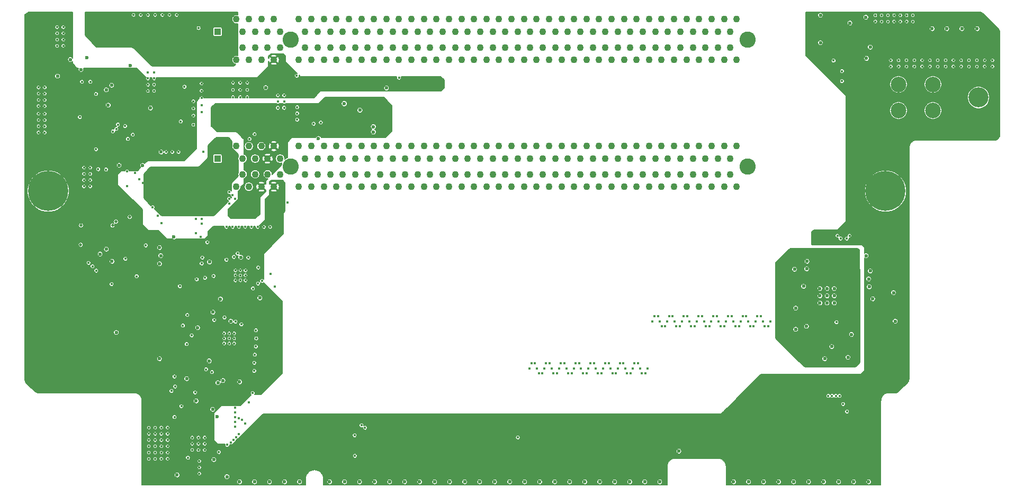
<source format=gbr>
G04 #@! TF.GenerationSoftware,KiCad,Pcbnew,(5.1.6)-1*
G04 #@! TF.CreationDate,2021-11-02T14:31:17+01:00*
G04 #@! TF.ProjectId,Riser Tioga Pass 2OU 2xPCIe x16,52697365-7220-4546-996f-676120506173,rev?*
G04 #@! TF.SameCoordinates,PX328b740PY3211620*
G04 #@! TF.FileFunction,Copper,L4,Inr*
G04 #@! TF.FilePolarity,Positive*
%FSLAX46Y46*%
G04 Gerber Fmt 4.6, Leading zero omitted, Abs format (unit mm)*
G04 Created by KiCad (PCBNEW (5.1.6)-1) date 2021-11-02 14:31:17*
%MOMM*%
%LPD*%
G01*
G04 APERTURE LIST*
G04 #@! TA.AperFunction,ViaPad*
%ADD10C,6.400000*%
G04 #@! TD*
G04 #@! TA.AperFunction,ViaPad*
%ADD11C,2.500000*%
G04 #@! TD*
G04 #@! TA.AperFunction,WasherPad*
%ADD12C,3.200000*%
G04 #@! TD*
G04 #@! TA.AperFunction,WasherPad*
%ADD13C,2.600000*%
G04 #@! TD*
G04 #@! TA.AperFunction,ViaPad*
%ADD14R,1.100000X1.100000*%
G04 #@! TD*
G04 #@! TA.AperFunction,ViaPad*
%ADD15C,1.100000*%
G04 #@! TD*
G04 #@! TA.AperFunction,ViaPad*
%ADD16C,0.400000*%
G04 #@! TD*
G04 #@! TA.AperFunction,ViaPad*
%ADD17C,0.600000*%
G04 #@! TD*
G04 #@! TA.AperFunction,ViaPad*
%ADD18C,0.500000*%
G04 #@! TD*
G04 #@! TA.AperFunction,Conductor*
%ADD19C,0.127000*%
G04 #@! TD*
G04 APERTURE END LIST*
D10*
X999903Y-26410000D03*
X134900000Y-26410000D03*
D11*
X142471000Y-9319000D03*
X142471000Y-13519000D03*
X136971000Y-9319000D03*
X136971000Y-13519000D03*
D12*
X149771000Y-11419000D03*
D13*
X39740000Y-2141000D03*
X112890000Y-2141000D03*
D14*
X28090000Y-891000D03*
D15*
X29090000Y1109000D03*
X30090000Y-891000D03*
X31090000Y1109000D03*
X32090000Y-891000D03*
X33090000Y1109000D03*
X34090000Y-891000D03*
X35090000Y1109000D03*
X36090000Y-891000D03*
X37090000Y1109000D03*
X38090000Y-891000D03*
X41090000Y1109000D03*
X42090000Y-891000D03*
X43090000Y1109000D03*
X44090000Y-891000D03*
X45090000Y1109000D03*
X46090000Y-891000D03*
X47090000Y1109000D03*
X48090000Y-891000D03*
X49090000Y1109000D03*
X50090000Y-891000D03*
X51090000Y1109000D03*
X52090000Y-891000D03*
X53090000Y1109000D03*
X54090000Y-891000D03*
X55090000Y1109000D03*
X56090000Y-891000D03*
X57090000Y1109000D03*
X58090000Y-891000D03*
X59090000Y1109000D03*
X60090000Y-891000D03*
X61090000Y1109000D03*
X62090000Y-891000D03*
X63090000Y1109000D03*
X64090000Y-891000D03*
X65090000Y1109000D03*
X66090000Y-891000D03*
X67090000Y1109000D03*
X68090000Y-891000D03*
X69090000Y1109000D03*
X70090000Y-891000D03*
X71090000Y1109000D03*
X72090000Y-891000D03*
X73090000Y1109000D03*
X74090000Y-891000D03*
X75090000Y1109000D03*
X76090000Y-891000D03*
X77090000Y1109000D03*
X78090000Y-891000D03*
X79090000Y1109000D03*
X80090000Y-891000D03*
X81090000Y1109000D03*
X82090000Y-891000D03*
X83090000Y1109000D03*
X84090000Y-891000D03*
X85090000Y1109000D03*
X86090000Y-891000D03*
X87090000Y1109000D03*
X88090000Y-891000D03*
X89090000Y1109000D03*
X90090000Y-891000D03*
X91090000Y1109000D03*
X92090000Y-891000D03*
X93090000Y1109000D03*
X94090000Y-891000D03*
X95090000Y1109000D03*
X96090000Y-891000D03*
X97090000Y1109000D03*
X98090000Y-891000D03*
X99090000Y1109000D03*
X100090000Y-891000D03*
X101090000Y1109000D03*
X102090000Y-891000D03*
X103090000Y1109000D03*
X104090000Y-891000D03*
X105090000Y1109000D03*
X106090000Y-891000D03*
X107090000Y1109000D03*
X108090000Y-891000D03*
X109090000Y1109000D03*
X110090000Y-891000D03*
X28090000Y-3391000D03*
X29090000Y-5391000D03*
X30090000Y-3391000D03*
X31090000Y-5391000D03*
X32090000Y-3391000D03*
X33090000Y-5391000D03*
X34090000Y-3391000D03*
X35090000Y-5391000D03*
X36090000Y-3391000D03*
X37090000Y-5391000D03*
X38090000Y-3391000D03*
X41090000Y-5391000D03*
X42090000Y-3391000D03*
X43090000Y-5391000D03*
X44090000Y-3391000D03*
X45090000Y-5391000D03*
X46090000Y-3391000D03*
X47090000Y-5391000D03*
X48090000Y-3391000D03*
X49090000Y-5391000D03*
X50090000Y-3391000D03*
X51090000Y-5391000D03*
X52090000Y-3391000D03*
X53090000Y-5391000D03*
X54090000Y-3391000D03*
X55090000Y-5391000D03*
X56090000Y-3391000D03*
X57090000Y-5391000D03*
X58090000Y-3391000D03*
X59090000Y-5391000D03*
X60090000Y-3391000D03*
X62090000Y-3391000D03*
X63090000Y-5391000D03*
X64090000Y-3391000D03*
X65090000Y-5391000D03*
X66090000Y-3391000D03*
X67090000Y-5391000D03*
X68090000Y-3391000D03*
X69090000Y-5391000D03*
X70090000Y-3391000D03*
X71090000Y-5391000D03*
X72090000Y-3391000D03*
X73090000Y-5391000D03*
X74090000Y-3391000D03*
X75090000Y-5391000D03*
X76090000Y-3391000D03*
X77090000Y-5391000D03*
X78090000Y-3391000D03*
X79090000Y-5391000D03*
X80090000Y-3391000D03*
X81090000Y-5391000D03*
X82090000Y-3391000D03*
X83090000Y-5391000D03*
X84090000Y-3391000D03*
X85090000Y-5391000D03*
X86090000Y-3391000D03*
X87090000Y-5391000D03*
X88090000Y-3391000D03*
X89090000Y-5391000D03*
X90090000Y-3391000D03*
X91090000Y-5391000D03*
X92090000Y-3391000D03*
X93090000Y-5391000D03*
X94090000Y-3391000D03*
X95090000Y-5391000D03*
X96090000Y-3391000D03*
X97090000Y-5391000D03*
X98090000Y-3391000D03*
X99090000Y-5391000D03*
X100090000Y-3391000D03*
X101090000Y-5391000D03*
X102090000Y-3391000D03*
X103090000Y-5391000D03*
X104090000Y-3391000D03*
X105090000Y-5391000D03*
X106090000Y-3391000D03*
X107090000Y-5391000D03*
X108090000Y-3391000D03*
X109090000Y-5391000D03*
X110090000Y-3391000D03*
X61090000Y-5391000D03*
X111090000Y1109000D03*
X111090000Y-5391000D03*
D13*
X39740000Y-22461000D03*
X112890000Y-22461000D03*
D14*
X28090000Y-21211000D03*
D15*
X29090000Y-19211000D03*
X30090000Y-21211000D03*
X31090000Y-19211000D03*
X32090000Y-21211000D03*
X33090000Y-19211000D03*
X34090000Y-21211000D03*
X35090000Y-19211000D03*
X36090000Y-21211000D03*
X37090000Y-19211000D03*
X38090000Y-21211000D03*
X41090000Y-19211000D03*
X42090000Y-21211000D03*
X43090000Y-19211000D03*
X44090000Y-21211000D03*
X45090000Y-19211000D03*
X46090000Y-21211000D03*
X47090000Y-19211000D03*
X48090000Y-21211000D03*
X49090000Y-19211000D03*
X50090000Y-21211000D03*
X51090000Y-19211000D03*
X52090000Y-21211000D03*
X53090000Y-19211000D03*
X54090000Y-21211000D03*
X55090000Y-19211000D03*
X56090000Y-21211000D03*
X57090000Y-19211000D03*
X58090000Y-21211000D03*
X59090000Y-19211000D03*
X60090000Y-21211000D03*
X61090000Y-19211000D03*
X62090000Y-21211000D03*
X63090000Y-19211000D03*
X64090000Y-21211000D03*
X65090000Y-19211000D03*
X66090000Y-21211000D03*
X67090000Y-19211000D03*
X68090000Y-21211000D03*
X69090000Y-19211000D03*
X70090000Y-21211000D03*
X71090000Y-19211000D03*
X72090000Y-21211000D03*
X73090000Y-19211000D03*
X74090000Y-21211000D03*
X75090000Y-19211000D03*
X76090000Y-21211000D03*
X77090000Y-19211000D03*
X78090000Y-21211000D03*
X79090000Y-19211000D03*
X80090000Y-21211000D03*
X81090000Y-19211000D03*
X82090000Y-21211000D03*
X83090000Y-19211000D03*
X84090000Y-21211000D03*
X85090000Y-19211000D03*
X86090000Y-21211000D03*
X87090000Y-19211000D03*
X88090000Y-21211000D03*
X89090000Y-19211000D03*
X90090000Y-21211000D03*
X91090000Y-19211000D03*
X92090000Y-21211000D03*
X93090000Y-19211000D03*
X94090000Y-21211000D03*
X95090000Y-19211000D03*
X96090000Y-21211000D03*
X97090000Y-19211000D03*
X98090000Y-21211000D03*
X99090000Y-19211000D03*
X100090000Y-21211000D03*
X101090000Y-19211000D03*
X102090000Y-21211000D03*
X103090000Y-19211000D03*
X104090000Y-21211000D03*
X105090000Y-19211000D03*
X106090000Y-21211000D03*
X107090000Y-19211000D03*
X108090000Y-21211000D03*
X109090000Y-19211000D03*
X110090000Y-21211000D03*
X28090000Y-23711000D03*
X29090000Y-25711000D03*
X30090000Y-23711000D03*
X31090000Y-25711000D03*
X32090000Y-23711000D03*
X33090000Y-25711000D03*
X34090000Y-23711000D03*
X35090000Y-25711000D03*
X36090000Y-23711000D03*
X37090000Y-25711000D03*
X38090000Y-23711000D03*
X41090000Y-25711000D03*
X42090000Y-23711000D03*
X43090000Y-25711000D03*
X44090000Y-23711000D03*
X45090000Y-25711000D03*
X46090000Y-23711000D03*
X47090000Y-25711000D03*
X48090000Y-23711000D03*
X49090000Y-25711000D03*
X50090000Y-23711000D03*
X51090000Y-25711000D03*
X52090000Y-23711000D03*
X53090000Y-25711000D03*
X54090000Y-23711000D03*
X55090000Y-25711000D03*
X56090000Y-23711000D03*
X57090000Y-25711000D03*
X58090000Y-23711000D03*
X59090000Y-25711000D03*
X60090000Y-23711000D03*
X62090000Y-23711000D03*
X63090000Y-25711000D03*
X64090000Y-23711000D03*
X65090000Y-25711000D03*
X66090000Y-23711000D03*
X67090000Y-25711000D03*
X68090000Y-23711000D03*
X69090000Y-25711000D03*
X70090000Y-23711000D03*
X71090000Y-25711000D03*
X72090000Y-23711000D03*
X73090000Y-25711000D03*
X74090000Y-23711000D03*
X75090000Y-25711000D03*
X76090000Y-23711000D03*
X77090000Y-25711000D03*
X78090000Y-23711000D03*
X79090000Y-25711000D03*
X80090000Y-23711000D03*
X81090000Y-25711000D03*
X82090000Y-23711000D03*
X83090000Y-25711000D03*
X84090000Y-23711000D03*
X85090000Y-25711000D03*
X86090000Y-23711000D03*
X87090000Y-25711000D03*
X88090000Y-23711000D03*
X89090000Y-25711000D03*
X90090000Y-23711000D03*
X91090000Y-25711000D03*
X92090000Y-23711000D03*
X93090000Y-25711000D03*
X94090000Y-23711000D03*
X95090000Y-25711000D03*
X96090000Y-23711000D03*
X97090000Y-25711000D03*
X98090000Y-23711000D03*
X99090000Y-25711000D03*
X100090000Y-23711000D03*
X101090000Y-25711000D03*
X102090000Y-23711000D03*
X103090000Y-25711000D03*
X104090000Y-23711000D03*
X105090000Y-25711000D03*
X106090000Y-23711000D03*
X107090000Y-25711000D03*
X108090000Y-23711000D03*
X109090000Y-25711000D03*
X110090000Y-23711000D03*
X61090000Y-25711000D03*
X111090000Y-19211000D03*
X111090000Y-25711000D03*
D16*
X29150000Y-49200000D03*
X14650000Y1800000D03*
X79152800Y-54800000D03*
X77975000Y-54800000D03*
D17*
X21600000Y-71850000D03*
X29600000Y-72150000D03*
X120350000Y-38925000D03*
X132200000Y-40475000D03*
X132300000Y-41725000D03*
X125175000Y-53250000D03*
X128900000Y-53025000D03*
X129450000Y-49375000D03*
D16*
X80330600Y-54800000D03*
X81508400Y-54800000D03*
X82686200Y-54800000D03*
X83864000Y-54800000D03*
X85041800Y-54800000D03*
X86219600Y-54800000D03*
X87397400Y-54800000D03*
X88575200Y-54800000D03*
X89753000Y-54800000D03*
X90930800Y-54800000D03*
X92108600Y-54800000D03*
X93286400Y-54800000D03*
X94464200Y-54800000D03*
X95642000Y-54800000D03*
X96819800Y-54800000D03*
D17*
X84395000Y-72950000D03*
X86795000Y-72950000D03*
X89195000Y-72950000D03*
X91595000Y-72950000D03*
X93995000Y-72950000D03*
X96395000Y-72950000D03*
X98795000Y-72950000D03*
X81995000Y-72950000D03*
X79595000Y-72950000D03*
X77195000Y-72950000D03*
X74795000Y-72950000D03*
X72395000Y-72950000D03*
X69995000Y-72950000D03*
X67595000Y-72950000D03*
X65195000Y-72950000D03*
X62795000Y-72950000D03*
X60395000Y-72950000D03*
X57995000Y-72950000D03*
X55595000Y-72950000D03*
X53195000Y-72950000D03*
X50795000Y-72950000D03*
X48395000Y-72950000D03*
X45995000Y-72950000D03*
X27500000Y-69400000D03*
X18800000Y-38050000D03*
X11200000Y-37650000D03*
X11900000Y-49050000D03*
D18*
X14050000Y-30550000D03*
D17*
X101850000Y-68050000D03*
X26750000Y-53600000D03*
X28950000Y-56750000D03*
X31600000Y-56950000D03*
X34850000Y-43500000D03*
X28550000Y-43700000D03*
X21100000Y-33750000D03*
X10300000Y-35700000D03*
X19050000Y-20150000D03*
X14150000Y-6300000D03*
D16*
X16950000Y-7375000D03*
X29500000Y-32150000D03*
X25575000Y-30850000D03*
D17*
X30200000Y-47250000D03*
X18800000Y-53250000D03*
X18800000Y-35450000D03*
X2500000Y-8000000D03*
X17350000Y-13100000D03*
X10600000Y-12650000D03*
X31800000Y-37000000D03*
X26800000Y-37750000D03*
X35800000Y-9850000D03*
X132450000Y-39200000D03*
X131800000Y-36750000D03*
X129200000Y500000D03*
X124500000Y1750000D03*
X124500000Y-2650000D03*
X147100000Y-400000D03*
X144700000Y-400000D03*
X149550000Y-400000D03*
X142350000Y-400000D03*
X50850000Y-13450000D03*
X53000000Y-16100000D03*
X53000000Y-16950000D03*
X48350000Y-12400000D03*
X9300000Y-36500000D03*
X19000000Y-36750000D03*
X12350000Y-22300000D03*
X16100000Y-22300000D03*
X27350000Y-45800000D03*
D16*
X29950000Y-49200000D03*
X30750000Y-49200000D03*
X29150000Y-50000000D03*
X29950000Y-50000000D03*
X30750000Y-50000000D03*
X29150000Y-50800000D03*
X29950000Y-50800000D03*
X30750000Y-50800000D03*
X30950000Y-40700000D03*
X32550000Y-39900000D03*
X31750000Y-39900000D03*
X32550000Y-40700000D03*
X30950000Y-39900000D03*
X31750000Y-39100000D03*
X31750000Y-40700000D03*
X30950000Y-39100000D03*
X32550000Y-39100000D03*
D17*
X24900000Y-48300000D03*
X28150000Y-57100000D03*
X24650000Y-60000000D03*
X23150000Y-56450000D03*
X27300000Y-61350000D03*
X55100000Y-9900000D03*
X126300000Y-51300000D03*
X122250000Y-48050000D03*
X120550000Y-48550000D03*
X120550000Y-45150000D03*
X121800000Y-41650000D03*
X122300000Y-38850000D03*
D16*
X107047400Y-47250000D03*
X112936400Y-47250000D03*
X98802800Y-47250000D03*
X97625000Y-47250000D03*
X99980600Y-47250000D03*
X102336200Y-47250000D03*
X103514000Y-47250000D03*
X104691800Y-47250000D03*
X105869600Y-47250000D03*
X108225200Y-47250000D03*
X114114200Y-47250000D03*
X115292000Y-47250000D03*
X110580800Y-47250000D03*
X116469800Y-47250000D03*
X109403000Y-47250000D03*
X111758600Y-47250000D03*
X101158400Y-47250000D03*
D17*
X110595000Y-72950000D03*
X112995000Y-72950000D03*
X115395000Y-72950000D03*
X117795000Y-72950000D03*
X120195000Y-72950000D03*
X122595000Y-72950000D03*
X124995000Y-72950000D03*
X127395000Y-72950000D03*
X129795000Y-72950000D03*
X132195000Y-72950000D03*
X31595000Y-72950000D03*
X33995000Y-72950000D03*
X36395000Y-72950000D03*
X38795000Y-72950000D03*
X41195000Y-72950000D03*
X126700000Y-44325000D03*
X124400000Y-43175000D03*
X125550000Y-44325000D03*
X124400000Y-44325000D03*
X125550000Y-43175000D03*
X126700000Y-43175000D03*
X124400000Y-42025000D03*
X125550000Y-42025000D03*
X126700000Y-42025000D03*
D16*
X15800000Y1800000D03*
X16950000Y1800000D03*
X18100000Y1800000D03*
X19250000Y1800000D03*
X20400000Y1800000D03*
X21550000Y1800000D03*
D17*
X132850000Y-43650000D03*
X136175000Y-42675000D03*
X136450000Y-47250000D03*
X122350000Y-37650000D03*
D16*
X127200000Y-33550000D03*
X129150000Y-33550000D03*
X25525000Y-9200000D03*
X25525000Y-10350000D03*
X25525000Y-11500000D03*
X25525000Y-12650000D03*
X25525000Y-13800000D03*
X24225000Y-14325000D03*
X24225000Y-15775000D03*
X24225000Y-12025000D03*
X24225000Y-13175000D03*
X19850000Y-20150000D03*
X20850000Y-20150000D03*
X21850000Y-20150000D03*
X37725000Y-11075000D03*
X38725000Y-11075000D03*
X37725000Y-12075000D03*
X38725000Y-12075000D03*
X37725000Y-13075000D03*
X38725000Y-13075000D03*
X40825000Y-12975000D03*
X40825000Y-13975000D03*
X40825000Y-14975000D03*
X17950000Y-7375000D03*
X16950000Y-8375000D03*
X17950000Y-8375000D03*
X16950000Y-9375000D03*
X17950000Y-9375000D03*
X16950000Y-10375000D03*
X17950000Y-10375000D03*
X30500000Y-32150000D03*
X31500000Y-32150000D03*
X32500000Y-32150000D03*
X33500000Y-32150000D03*
X34500000Y-32150000D03*
X35500000Y-32150000D03*
X36500000Y-32150000D03*
X24600000Y-30850000D03*
X25575000Y-31650000D03*
X24650000Y-33175000D03*
X25350000Y-33750000D03*
D17*
X131850000Y-5150000D03*
D18*
X11850000Y-31300000D03*
D17*
X4550000Y-5350000D03*
X7150000Y-5050000D03*
X10300000Y-10200000D03*
X44225000Y-18000000D03*
X131750000Y1425000D03*
D16*
X17100000Y-64275000D03*
X18100000Y-64275000D03*
X19100000Y-64275000D03*
X20100000Y-64275000D03*
X17100000Y-65275000D03*
X18100000Y-65275000D03*
X19100000Y-65275000D03*
X20100000Y-65275000D03*
X17100000Y-66275000D03*
X18100000Y-66275000D03*
X19100000Y-66275000D03*
X20100000Y-66275000D03*
X17100000Y-67275000D03*
X18100000Y-67275000D03*
X19100000Y-67275000D03*
X20100000Y-67275000D03*
X17100000Y-68275000D03*
X18100000Y-68275000D03*
X19100000Y-68275000D03*
X20100000Y-68275000D03*
X17100000Y-69275000D03*
X18100000Y-69275000D03*
X19100000Y-69275000D03*
X20100000Y-69275000D03*
X-550000Y-11800000D03*
X450000Y-10800000D03*
X-550000Y-15025000D03*
X-550000Y-10800000D03*
X-550000Y-17025000D03*
X-550000Y-16025000D03*
X450000Y-14025000D03*
X-550000Y-12800000D03*
X-550000Y-14025000D03*
X450000Y-9800000D03*
X450000Y-12800000D03*
X450000Y-16025000D03*
X450000Y-11800000D03*
X-550000Y-9800000D03*
X450000Y-17025000D03*
X450000Y-15025000D03*
X133275000Y1750000D03*
X134275000Y1750000D03*
X135275000Y1750000D03*
X136275000Y1750000D03*
X137275000Y1750000D03*
X138275000Y1750000D03*
X139275000Y1750000D03*
X133275000Y750000D03*
X134275000Y750000D03*
X135275000Y750000D03*
X136275000Y750000D03*
X137275000Y750000D03*
X138275000Y750000D03*
X139275000Y750000D03*
X6725000Y-24650000D03*
X6725000Y-23650000D03*
X6725000Y-22650000D03*
X7725000Y-25650000D03*
X7725000Y-22650000D03*
X7725000Y-24650000D03*
X6725000Y-25650000D03*
X7725000Y-23650000D03*
X2425000Y-2150000D03*
X2425000Y-1150000D03*
X3425000Y-1150000D03*
X2425000Y-3150000D03*
X3425000Y-2150000D03*
X2425000Y-150000D03*
X3425000Y-150000D03*
X3425000Y-3150000D03*
D18*
X6200000Y-35000000D03*
D17*
X132450000Y-3350000D03*
D18*
X11300000Y-31900000D03*
X6250000Y-31900000D03*
D17*
X6250000Y-6950000D03*
X11150000Y-9450000D03*
X17800000Y-44700000D03*
X31300000Y-59250000D03*
X23150000Y-38050000D03*
X17500000Y-35150000D03*
X10450000Y-38900000D03*
X11900000Y-46400000D03*
X20800000Y-44000000D03*
X7950000Y-46500000D03*
X8000000Y-45250000D03*
X8000000Y-44000000D03*
D18*
X14000000Y-29450000D03*
D17*
X29400000Y-53150000D03*
X28950000Y-55500000D03*
X32850000Y-56950000D03*
X31250000Y-43100000D03*
X34850000Y-44750000D03*
X18400000Y-33750000D03*
X11950000Y-35800000D03*
X10200000Y-20050000D03*
X19571141Y-18214933D03*
X20500000Y-19300000D03*
X14850000Y-22350000D03*
X13600000Y-22350000D03*
X19600000Y-12450000D03*
X20850000Y-12450000D03*
X3300000Y-5350000D03*
X23800000Y-16550000D03*
D16*
X27650000Y-70500000D03*
X27000000Y-70850000D03*
X27000000Y-71500000D03*
D17*
X26800000Y-39000000D03*
X20800000Y-42700000D03*
X21500000Y-49500000D03*
X23150000Y-35450000D03*
X23150000Y-36750000D03*
X18800000Y-39350000D03*
X18800000Y-40650000D03*
X20800000Y-45300000D03*
X21500000Y-48200000D03*
X21500000Y-50800000D03*
X14950000Y-8150000D03*
X7850000Y-20850000D03*
X3150000Y-10000000D03*
X11700000Y-11050000D03*
X31700000Y-45800000D03*
X36550000Y-53900000D03*
X36550000Y-52600000D03*
X36550000Y-51300000D03*
X36550000Y-50000000D03*
X36550000Y-48700000D03*
X36550000Y-47400000D03*
X36550000Y-46100000D03*
X7600000Y-14000000D03*
X5550000Y-13900000D03*
X5500000Y-17500000D03*
X123100000Y1750000D03*
X123100000Y-2650000D03*
X35350000Y-56150000D03*
X47050000Y-8400000D03*
D16*
X14150000Y-46750000D03*
D17*
X8000000Y-42700000D03*
X8050000Y-41400000D03*
X25550000Y-34750000D03*
X24850000Y-47100000D03*
X57100000Y-9200000D03*
X124300000Y-33650000D03*
X15725000Y-9500000D03*
X14425000Y-9500000D03*
X13125000Y-9500000D03*
D16*
X36675000Y-6500000D03*
X37675000Y-6500000D03*
X38675000Y-6500000D03*
X36900000Y-26675000D03*
X37900000Y-26675000D03*
X36900000Y-27675000D03*
X37900000Y-27675000D03*
D17*
X130750000Y-5150000D03*
D18*
X12750000Y-31500000D03*
D17*
X9450000Y-10450000D03*
D16*
X119500000Y-36725000D03*
D17*
X127550000Y-51250000D03*
X126650000Y-53675000D03*
X120350000Y-40025000D03*
X124150000Y-47350000D03*
X128800000Y-40100000D03*
X129650000Y-39200000D03*
X129250000Y-37750000D03*
X125150000Y-39150000D03*
X125200000Y-37650000D03*
X125549999Y-46900001D03*
X121650000Y-43900000D03*
X129450000Y-45650000D03*
X120550000Y-45950000D03*
X122400000Y-40450000D03*
X122950000Y-36400000D03*
D16*
X120500000Y-36725000D03*
X121500000Y-36725000D03*
X119500000Y-37725000D03*
X120500000Y-37725000D03*
X121500000Y-37725000D03*
X119025000Y-46525000D03*
X119025000Y-45525000D03*
X119025000Y-44525000D03*
X120825000Y-50450000D03*
X120825000Y-51450000D03*
X119825000Y-50450000D03*
X119825000Y-51450000D03*
X30850000Y-61100000D03*
D17*
X50750000Y-12400000D03*
D16*
X30850000Y-61850000D03*
X30850000Y-62600000D03*
X30850000Y-63350000D03*
X30850000Y-64100000D03*
D17*
X28000000Y-62550000D03*
D16*
X30550000Y-9050000D03*
X31700000Y-9050000D03*
X32850000Y-9050000D03*
X30550000Y-10200000D03*
X31700000Y-10200000D03*
X32850000Y-10200000D03*
X30550000Y-11350000D03*
X31700000Y-11350000D03*
X32850000Y-11350000D03*
X29400000Y-12675000D03*
X30550000Y-12675000D03*
X31700000Y-12675000D03*
X32850000Y-12675000D03*
X29400000Y-13825000D03*
X30550000Y-13825000D03*
X31700000Y-13825000D03*
X32850000Y-13825000D03*
X29925000Y-27625000D03*
X30925000Y-27625000D03*
X31925000Y-27625000D03*
X29925000Y-28375000D03*
X30925000Y-28375000D03*
X31925000Y-28375000D03*
X135750000Y-5450000D03*
X137000000Y-5450000D03*
X138250000Y-5450000D03*
X139500000Y-5450000D03*
X140750000Y-5450000D03*
X142000000Y-5450000D03*
X143250000Y-5450000D03*
X144500000Y-5450000D03*
X145750000Y-5450000D03*
X147000000Y-5450000D03*
X148250000Y-5450000D03*
X149500000Y-5450000D03*
X150750000Y-5450000D03*
X152000000Y-5450000D03*
X135750000Y-6450000D03*
X137000000Y-6450000D03*
X138250000Y-6450000D03*
X139500000Y-6450000D03*
X140750000Y-6450000D03*
X142000000Y-6450000D03*
X143250000Y-6450000D03*
X144500000Y-6450000D03*
X145750000Y-6450000D03*
X147000000Y-6450000D03*
X148250000Y-6450000D03*
X149500000Y-6450000D03*
X150750000Y-6450000D03*
X152000000Y-6450000D03*
X22550000Y-47950000D03*
X24500000Y-58650000D03*
X30700000Y-36950000D03*
X29200000Y-46650000D03*
X27200000Y-55400000D03*
X27550000Y-47050000D03*
X29500000Y-37400000D03*
X22300000Y-60850000D03*
X26250000Y-54950000D03*
X24025000Y-65875000D03*
X25025000Y-65875000D03*
X26025000Y-65875000D03*
X24025000Y-66875000D03*
X25025000Y-66875000D03*
X26025000Y-66875000D03*
X24025000Y-67875000D03*
X25025000Y-67875000D03*
X26025000Y-67875000D03*
X25175000Y-71650000D03*
X25175000Y-70650000D03*
X25175000Y-69650000D03*
X23950000Y-49500000D03*
X30200000Y-66650000D03*
X128100000Y-60500000D03*
X23150000Y-50900000D03*
X29650000Y-67050000D03*
X128750000Y-61700000D03*
X17700000Y-29000000D03*
X11350000Y-16850000D03*
X27450000Y-40000000D03*
X31500000Y-65350000D03*
X126350000Y-59200000D03*
X127950000Y-8800000D03*
X11900000Y-16450000D03*
X18500000Y-30350000D03*
X26100000Y-40300000D03*
X31050000Y-65800000D03*
X126950000Y-59200000D03*
X127950000Y-7200000D03*
X7450000Y-37900000D03*
X9000000Y-22900000D03*
X8100000Y-38450000D03*
X10250000Y-22950000D03*
X21200000Y-62600000D03*
X21200000Y-56100000D03*
X23250000Y-46250000D03*
X11150000Y-41300000D03*
X8650000Y-19700000D03*
X14525000Y-17375000D03*
X16600000Y-35100000D03*
X22050000Y-41650000D03*
X15150000Y-40050000D03*
X13350000Y-37250000D03*
X13750000Y-18050000D03*
X12150000Y-15750000D03*
X19100000Y-31500000D03*
X24750000Y-40550000D03*
X30650000Y-66250000D03*
X127550000Y-59200000D03*
X126600000Y-5500000D03*
X127050000Y-47400000D03*
X57100000Y-8250000D03*
X39300000Y-28250000D03*
X33950000Y-55200000D03*
X33750000Y-42000000D03*
X29975000Y-26575000D03*
X44600000Y-15425000D03*
X33950000Y-53900000D03*
X34550000Y-41200000D03*
X33700000Y-58750000D03*
X51100000Y-63900000D03*
X34050000Y-52600000D03*
X35200000Y-40800000D03*
X33100000Y-60250000D03*
X51650000Y-64300000D03*
X34225000Y-51300000D03*
X37200000Y-41700000D03*
X31450000Y-62750000D03*
X76100000Y-65850000D03*
X25800000Y-20150000D03*
X33200000Y-18050000D03*
X25550000Y-38000000D03*
X34000000Y-17300000D03*
X25650000Y-37050000D03*
X22200000Y-15250000D03*
X34275000Y-50000000D03*
X36550000Y-39650000D03*
X43450000Y-15625000D03*
X30475000Y-27025000D03*
X34225000Y-48700000D03*
X34600000Y-38650000D03*
X32000000Y-63050000D03*
X50000000Y-65500000D03*
X33000000Y-37050000D03*
X31900000Y-47750000D03*
X40750000Y-7950000D03*
X31300000Y-36400000D03*
X30950000Y-47300000D03*
X32500000Y-63600000D03*
X125750000Y-59200000D03*
X25050000Y-300000D03*
X22800000Y-9700000D03*
X26450000Y-34600000D03*
X8700000Y-39150000D03*
X13300000Y-16000000D03*
X6400000Y-8900000D03*
X7750000Y-8900000D03*
X8650000Y-10850000D03*
X6050000Y-14550000D03*
X127711100Y-34000000D03*
X128688900Y-34000000D03*
X23350000Y-69100000D03*
X50050000Y-68800000D03*
X28300000Y-68200000D03*
X78275000Y-54000000D03*
X78852800Y-54000000D03*
X80630600Y-54000000D03*
X81208400Y-54000000D03*
X82986200Y-54000000D03*
X83564000Y-54000000D03*
X85341800Y-54000000D03*
X85919600Y-54000000D03*
X87697400Y-54000000D03*
X88275200Y-54000000D03*
X90053000Y-54000000D03*
X90630800Y-54000000D03*
X92408600Y-54000000D03*
X92986400Y-54000000D03*
X94764200Y-54000000D03*
X95342000Y-54000000D03*
X97925000Y-46450000D03*
X98502800Y-46450000D03*
X100280600Y-46450000D03*
X100858400Y-46450000D03*
X102636200Y-46450000D03*
X103214000Y-46450000D03*
X104991800Y-46450000D03*
X105569600Y-46450000D03*
X107347400Y-46450000D03*
X107925200Y-46450000D03*
X109703000Y-46450000D03*
X110280800Y-46450000D03*
X112058600Y-46450000D03*
X112636400Y-46450000D03*
X114414200Y-46450000D03*
X114992000Y-46450000D03*
X79452800Y-55600000D03*
X80030600Y-55600000D03*
X81808400Y-55600000D03*
X82386200Y-55600000D03*
X84164000Y-55600000D03*
X84741800Y-55600000D03*
X86519600Y-55600000D03*
X87097400Y-55600000D03*
X88875200Y-55600000D03*
X89453000Y-55600000D03*
X91230800Y-55600000D03*
X91808600Y-55600000D03*
X93586400Y-55600000D03*
X94164200Y-55600000D03*
X95942000Y-55600000D03*
X96519800Y-55600000D03*
X99102800Y-48050000D03*
X99680600Y-48050000D03*
X101458400Y-48050000D03*
X102036200Y-48050000D03*
X103814000Y-48050000D03*
X104391800Y-48050000D03*
X106169600Y-48050000D03*
X106747400Y-48050000D03*
X108525200Y-48050000D03*
X109103000Y-48050000D03*
X110880800Y-48050000D03*
X111458600Y-48050000D03*
X113236400Y-48050000D03*
X113814200Y-48050000D03*
X115592000Y-48050000D03*
X116169800Y-48050000D03*
X21300000Y-57700000D03*
X20700000Y-58400000D03*
X16150000Y-25100000D03*
X15550000Y-24500000D03*
X19200000Y-24025000D03*
X20800000Y-24025000D03*
X22375000Y-24025000D03*
X13625000Y-25575000D03*
X13600000Y-23250000D03*
X25575000Y-25050000D03*
X25575000Y-24050000D03*
X25575000Y-23050000D03*
X14900000Y-23475000D03*
X18650000Y-27000000D03*
X19650000Y-27000000D03*
X20650000Y-27000000D03*
X25125000Y-28750000D03*
X25125000Y-27750000D03*
X25125000Y-26750000D03*
X9025000Y1575000D03*
X10025000Y1575000D03*
X11025000Y1575000D03*
X12025000Y1575000D03*
X9025000Y575000D03*
X25650000Y-4475000D03*
X25650000Y-3475000D03*
X25650000Y-2475000D03*
X10375000Y-1225000D03*
X11375000Y-1225000D03*
X12375000Y-1225000D03*
X13175000Y-2450000D03*
X14675000Y-2450000D03*
X16175000Y-2450000D03*
X17675000Y-2450000D03*
X19175000Y-2450000D03*
X20675000Y-2450000D03*
X22175000Y-2450000D03*
X23675000Y-2450000D03*
D19*
G36*
X4936500Y-5094159D02*
G01*
X4910024Y-5054536D01*
X4845464Y-4989976D01*
X4769550Y-4939251D01*
X4685198Y-4904312D01*
X4595651Y-4886500D01*
X4504349Y-4886500D01*
X4414802Y-4904312D01*
X4330450Y-4939251D01*
X4254536Y-4989976D01*
X4189976Y-5054536D01*
X4139251Y-5130450D01*
X4104312Y-5214802D01*
X4086500Y-5304349D01*
X4086500Y-5395651D01*
X4104312Y-5485198D01*
X4139251Y-5569550D01*
X4189976Y-5645464D01*
X4254536Y-5710024D01*
X4330450Y-5760749D01*
X4414802Y-5795688D01*
X4504349Y-5813500D01*
X4595651Y-5813500D01*
X4685198Y-5795688D01*
X4769550Y-5760749D01*
X4845464Y-5710024D01*
X4910024Y-5645464D01*
X4936500Y-5605841D01*
X4936500Y-6050000D01*
X4937720Y-6062388D01*
X4941334Y-6074300D01*
X4947202Y-6085279D01*
X4955099Y-6094901D01*
X5555099Y-6694901D01*
X5564721Y-6702798D01*
X5575700Y-6708666D01*
X5587612Y-6712280D01*
X5600000Y-6713500D01*
X5850577Y-6713500D01*
X5839251Y-6730450D01*
X5804312Y-6814802D01*
X5786500Y-6904349D01*
X5786500Y-6995651D01*
X5804312Y-7085198D01*
X5839251Y-7169550D01*
X5889976Y-7245464D01*
X5954536Y-7310024D01*
X6030450Y-7360749D01*
X6114802Y-7395688D01*
X6204349Y-7413500D01*
X6295651Y-7413500D01*
X6385198Y-7395688D01*
X6469550Y-7360749D01*
X6545464Y-7310024D01*
X6610024Y-7245464D01*
X6660749Y-7169550D01*
X6695688Y-7085198D01*
X6713500Y-6995651D01*
X6713500Y-6904349D01*
X6695688Y-6814802D01*
X6660749Y-6730450D01*
X6649423Y-6713500D01*
X13937092Y-6713500D01*
X14014802Y-6745688D01*
X14104349Y-6763500D01*
X14195651Y-6763500D01*
X14285198Y-6745688D01*
X14362908Y-6713500D01*
X15123698Y-6713500D01*
X16605099Y-8194901D01*
X16614721Y-8202798D01*
X16625493Y-8208556D01*
X16600469Y-8268971D01*
X16586500Y-8339198D01*
X16586500Y-8410802D01*
X16600469Y-8481029D01*
X16627870Y-8547182D01*
X16667651Y-8606718D01*
X16718282Y-8657349D01*
X16777818Y-8697130D01*
X16843971Y-8724531D01*
X16914198Y-8738500D01*
X16985802Y-8738500D01*
X17056029Y-8724531D01*
X17122182Y-8697130D01*
X17181718Y-8657349D01*
X17232349Y-8606718D01*
X17272130Y-8547182D01*
X17299531Y-8481029D01*
X17313500Y-8410802D01*
X17313500Y-8339198D01*
X17299531Y-8268971D01*
X17276555Y-8213500D01*
X17623445Y-8213500D01*
X17600469Y-8268971D01*
X17586500Y-8339198D01*
X17586500Y-8410802D01*
X17600469Y-8481029D01*
X17627870Y-8547182D01*
X17667651Y-8606718D01*
X17718282Y-8657349D01*
X17777818Y-8697130D01*
X17843971Y-8724531D01*
X17914198Y-8738500D01*
X17985802Y-8738500D01*
X18056029Y-8724531D01*
X18122182Y-8697130D01*
X18181718Y-8657349D01*
X18232349Y-8606718D01*
X18272130Y-8547182D01*
X18299531Y-8481029D01*
X18313500Y-8410802D01*
X18313500Y-8339198D01*
X18299531Y-8268971D01*
X18276555Y-8213500D01*
X34500000Y-8213500D01*
X34512388Y-8212280D01*
X34524300Y-8208666D01*
X34535279Y-8202798D01*
X34544901Y-8194901D01*
X36244901Y-6494901D01*
X36252798Y-6485279D01*
X36258666Y-6474300D01*
X36262280Y-6462388D01*
X36263500Y-6450000D01*
X36263500Y-5994355D01*
X36576447Y-5994355D01*
X36630363Y-6131668D01*
X36783692Y-6207107D01*
X36948792Y-6251183D01*
X37119319Y-6262203D01*
X37288718Y-6239743D01*
X37450482Y-6184667D01*
X37549637Y-6131668D01*
X37603553Y-5994355D01*
X37090000Y-5480803D01*
X36576447Y-5994355D01*
X36263500Y-5994355D01*
X36263500Y-5655048D01*
X36296333Y-5751482D01*
X36349332Y-5850637D01*
X36486645Y-5904553D01*
X37000197Y-5391000D01*
X37179803Y-5391000D01*
X37693355Y-5904553D01*
X37830668Y-5850637D01*
X37906107Y-5697308D01*
X37950183Y-5532208D01*
X37961203Y-5361681D01*
X37938743Y-5192282D01*
X37883667Y-5030518D01*
X37830668Y-4931363D01*
X37693355Y-4877447D01*
X37179803Y-5391000D01*
X37000197Y-5391000D01*
X36486645Y-4877447D01*
X36349332Y-4931363D01*
X36273893Y-5084692D01*
X36263500Y-5123622D01*
X36263500Y-4787645D01*
X36576447Y-4787645D01*
X37090000Y-5301197D01*
X37603553Y-4787645D01*
X37549637Y-4650332D01*
X37396308Y-4574893D01*
X37231208Y-4530817D01*
X37060681Y-4519797D01*
X36891282Y-4542257D01*
X36729518Y-4597333D01*
X36630363Y-4650332D01*
X36576447Y-4787645D01*
X36263500Y-4787645D01*
X36263500Y-4776302D01*
X36626302Y-4413500D01*
X38573698Y-4413500D01*
X38936500Y-4776302D01*
X38936500Y-5650000D01*
X38937720Y-5662388D01*
X38941334Y-5674300D01*
X38947202Y-5685279D01*
X38955099Y-5694901D01*
X40827454Y-7567256D01*
X40788461Y-7559500D01*
X40711539Y-7559500D01*
X40636095Y-7574507D01*
X40565029Y-7603944D01*
X40501071Y-7646679D01*
X40446679Y-7701071D01*
X40403944Y-7765029D01*
X40374507Y-7836095D01*
X40359500Y-7911539D01*
X40359500Y-7988461D01*
X40374507Y-8063905D01*
X40403944Y-8134971D01*
X40446679Y-8198929D01*
X40501071Y-8253321D01*
X40565029Y-8296056D01*
X40636095Y-8325493D01*
X40711539Y-8340500D01*
X40788461Y-8340500D01*
X40863905Y-8325493D01*
X40934971Y-8296056D01*
X40998929Y-8253321D01*
X41053321Y-8198929D01*
X41096056Y-8134971D01*
X41125493Y-8063905D01*
X41140500Y-7988461D01*
X41140500Y-7911539D01*
X41132744Y-7872546D01*
X41305099Y-8044901D01*
X41314721Y-8052798D01*
X41325700Y-8058666D01*
X41337612Y-8062280D01*
X41350000Y-8063500D01*
X56754966Y-8063500D01*
X56753944Y-8065029D01*
X56724507Y-8136095D01*
X56709500Y-8211539D01*
X56709500Y-8288461D01*
X56724507Y-8363905D01*
X56753944Y-8434971D01*
X56796679Y-8498929D01*
X56851071Y-8553321D01*
X56915029Y-8596056D01*
X56986095Y-8625493D01*
X57061539Y-8640500D01*
X57138461Y-8640500D01*
X57213905Y-8625493D01*
X57284971Y-8596056D01*
X57348929Y-8553321D01*
X57403321Y-8498929D01*
X57446056Y-8434971D01*
X57475493Y-8363905D01*
X57490500Y-8288461D01*
X57490500Y-8211539D01*
X57475493Y-8136095D01*
X57446056Y-8065029D01*
X57445034Y-8063500D01*
X63773698Y-8063500D01*
X64336500Y-8626302D01*
X64336500Y-9873698D01*
X63823698Y-10386500D01*
X44600000Y-10386500D01*
X44587612Y-10387720D01*
X44575700Y-10391334D01*
X44564721Y-10397202D01*
X44555099Y-10405099D01*
X43523698Y-11436500D01*
X38770857Y-11436500D01*
X38831029Y-11424531D01*
X38897182Y-11397130D01*
X38956718Y-11357349D01*
X39007349Y-11306718D01*
X39047130Y-11247182D01*
X39074531Y-11181029D01*
X39088500Y-11110802D01*
X39088500Y-11039198D01*
X39074531Y-10968971D01*
X39047130Y-10902818D01*
X39007349Y-10843282D01*
X38956718Y-10792651D01*
X38897182Y-10752870D01*
X38831029Y-10725469D01*
X38760802Y-10711500D01*
X38689198Y-10711500D01*
X38618971Y-10725469D01*
X38552818Y-10752870D01*
X38493282Y-10792651D01*
X38442651Y-10843282D01*
X38402870Y-10902818D01*
X38375469Y-10968971D01*
X38361500Y-11039198D01*
X38361500Y-11110802D01*
X38375469Y-11181029D01*
X38402870Y-11247182D01*
X38442651Y-11306718D01*
X38493282Y-11357349D01*
X38552818Y-11397130D01*
X38618971Y-11424531D01*
X38679143Y-11436500D01*
X37770857Y-11436500D01*
X37831029Y-11424531D01*
X37897182Y-11397130D01*
X37956718Y-11357349D01*
X38007349Y-11306718D01*
X38047130Y-11247182D01*
X38074531Y-11181029D01*
X38088500Y-11110802D01*
X38088500Y-11039198D01*
X38074531Y-10968971D01*
X38047130Y-10902818D01*
X38007349Y-10843282D01*
X37956718Y-10792651D01*
X37897182Y-10752870D01*
X37831029Y-10725469D01*
X37760802Y-10711500D01*
X37689198Y-10711500D01*
X37618971Y-10725469D01*
X37552818Y-10752870D01*
X37493282Y-10792651D01*
X37442651Y-10843282D01*
X37402870Y-10902818D01*
X37375469Y-10968971D01*
X37361500Y-11039198D01*
X37361500Y-11110802D01*
X37375469Y-11181029D01*
X37402870Y-11247182D01*
X37442651Y-11306718D01*
X37493282Y-11357349D01*
X37552818Y-11397130D01*
X37618971Y-11424531D01*
X37679143Y-11436500D01*
X33203416Y-11436500D01*
X33213500Y-11385802D01*
X33213500Y-11314198D01*
X33199531Y-11243971D01*
X33172130Y-11177818D01*
X33132349Y-11118282D01*
X33081718Y-11067651D01*
X33022182Y-11027870D01*
X32956029Y-11000469D01*
X32885802Y-10986500D01*
X32814198Y-10986500D01*
X32743971Y-11000469D01*
X32677818Y-11027870D01*
X32618282Y-11067651D01*
X32567651Y-11118282D01*
X32527870Y-11177818D01*
X32500469Y-11243971D01*
X32486500Y-11314198D01*
X32486500Y-11385802D01*
X32496584Y-11436500D01*
X32053416Y-11436500D01*
X32063500Y-11385802D01*
X32063500Y-11314198D01*
X32049531Y-11243971D01*
X32022130Y-11177818D01*
X31982349Y-11118282D01*
X31931718Y-11067651D01*
X31872182Y-11027870D01*
X31806029Y-11000469D01*
X31735802Y-10986500D01*
X31664198Y-10986500D01*
X31593971Y-11000469D01*
X31527818Y-11027870D01*
X31468282Y-11067651D01*
X31417651Y-11118282D01*
X31377870Y-11177818D01*
X31350469Y-11243971D01*
X31336500Y-11314198D01*
X31336500Y-11385802D01*
X31346584Y-11436500D01*
X30903416Y-11436500D01*
X30913500Y-11385802D01*
X30913500Y-11314198D01*
X30899531Y-11243971D01*
X30872130Y-11177818D01*
X30832349Y-11118282D01*
X30781718Y-11067651D01*
X30722182Y-11027870D01*
X30656029Y-11000469D01*
X30585802Y-10986500D01*
X30514198Y-10986500D01*
X30443971Y-11000469D01*
X30377818Y-11027870D01*
X30318282Y-11067651D01*
X30267651Y-11118282D01*
X30227870Y-11177818D01*
X30200469Y-11243971D01*
X30186500Y-11314198D01*
X30186500Y-11385802D01*
X30196584Y-11436500D01*
X25882991Y-11436500D01*
X25874531Y-11393971D01*
X25847130Y-11327818D01*
X25807349Y-11268282D01*
X25756718Y-11217651D01*
X25697182Y-11177870D01*
X25631029Y-11150469D01*
X25560802Y-11136500D01*
X25489198Y-11136500D01*
X25418971Y-11150469D01*
X25352818Y-11177870D01*
X25293282Y-11217651D01*
X25242651Y-11268282D01*
X25202870Y-11327818D01*
X25175469Y-11393971D01*
X25161500Y-11464198D01*
X25161500Y-11535802D01*
X25163640Y-11546558D01*
X24755099Y-11955099D01*
X24747202Y-11964721D01*
X24741334Y-11975700D01*
X24737720Y-11987612D01*
X24736500Y-12000000D01*
X24736500Y-19623698D01*
X22773698Y-21586500D01*
X16850000Y-21586500D01*
X16837612Y-21587720D01*
X16825700Y-21591334D01*
X16814721Y-21597202D01*
X16805099Y-21605099D01*
X16432843Y-21977355D01*
X16395464Y-21939976D01*
X16319550Y-21889251D01*
X16235198Y-21854312D01*
X16145651Y-21836500D01*
X16054349Y-21836500D01*
X15964802Y-21854312D01*
X15880450Y-21889251D01*
X15804536Y-21939976D01*
X15739976Y-22004536D01*
X15689251Y-22080450D01*
X15654312Y-22164802D01*
X15636500Y-22254349D01*
X15636500Y-22345651D01*
X15654312Y-22435198D01*
X15689251Y-22519550D01*
X15739976Y-22595464D01*
X15777355Y-22632843D01*
X15273698Y-23136500D01*
X15032661Y-23136500D01*
X15006029Y-23125469D01*
X14935802Y-23111500D01*
X14864198Y-23111500D01*
X14793971Y-23125469D01*
X14767339Y-23136500D01*
X13946436Y-23136500D01*
X13922130Y-23077818D01*
X13882349Y-23018282D01*
X13831718Y-22967651D01*
X13772182Y-22927870D01*
X13706029Y-22900469D01*
X13635802Y-22886500D01*
X13564198Y-22886500D01*
X13493971Y-22900469D01*
X13427818Y-22927870D01*
X13368282Y-22967651D01*
X13317651Y-23018282D01*
X13277870Y-23077818D01*
X13253564Y-23136500D01*
X12750000Y-23136500D01*
X12737612Y-23137720D01*
X12725700Y-23141334D01*
X12714721Y-23147202D01*
X12705099Y-23155099D01*
X12105099Y-23755099D01*
X12097202Y-23764721D01*
X12091334Y-23775700D01*
X12087720Y-23787612D01*
X12086500Y-23800000D01*
X12086500Y-25400000D01*
X12087720Y-25412388D01*
X12091334Y-25424300D01*
X12097202Y-25435279D01*
X12105099Y-25444901D01*
X16036500Y-29376302D01*
X16036500Y-31750000D01*
X16037720Y-31762388D01*
X16041334Y-31774300D01*
X16047202Y-31785279D01*
X16055099Y-31794901D01*
X17005099Y-32744901D01*
X17014721Y-32752798D01*
X17025700Y-32758666D01*
X17037612Y-32762280D01*
X17050000Y-32763500D01*
X18623698Y-32763500D01*
X19955099Y-34094901D01*
X19964721Y-34102798D01*
X19975700Y-34108666D01*
X19987612Y-34112280D01*
X20000000Y-34113500D01*
X20809738Y-34113500D01*
X20880450Y-34160749D01*
X20964802Y-34195688D01*
X21054349Y-34213500D01*
X21145651Y-34213500D01*
X21235198Y-34195688D01*
X21319550Y-34160749D01*
X21390262Y-34113500D01*
X26000000Y-34113500D01*
X26012388Y-34112280D01*
X26024300Y-34108666D01*
X26035279Y-34102798D01*
X26044901Y-34094901D01*
X26544901Y-33594901D01*
X26552798Y-33585279D01*
X26558666Y-33574300D01*
X26562280Y-33562388D01*
X26563500Y-33550000D01*
X26563500Y-32926302D01*
X27426302Y-32063500D01*
X29146584Y-32063500D01*
X29136500Y-32114198D01*
X29136500Y-32185802D01*
X29150469Y-32256029D01*
X29177870Y-32322182D01*
X29217651Y-32381718D01*
X29268282Y-32432349D01*
X29327818Y-32472130D01*
X29393971Y-32499531D01*
X29464198Y-32513500D01*
X29535802Y-32513500D01*
X29606029Y-32499531D01*
X29672182Y-32472130D01*
X29731718Y-32432349D01*
X29782349Y-32381718D01*
X29822130Y-32322182D01*
X29849531Y-32256029D01*
X29863500Y-32185802D01*
X29863500Y-32114198D01*
X29853416Y-32063500D01*
X30146584Y-32063500D01*
X30136500Y-32114198D01*
X30136500Y-32185802D01*
X30150469Y-32256029D01*
X30177870Y-32322182D01*
X30217651Y-32381718D01*
X30268282Y-32432349D01*
X30327818Y-32472130D01*
X30393971Y-32499531D01*
X30464198Y-32513500D01*
X30535802Y-32513500D01*
X30606029Y-32499531D01*
X30672182Y-32472130D01*
X30731718Y-32432349D01*
X30782349Y-32381718D01*
X30822130Y-32322182D01*
X30849531Y-32256029D01*
X30863500Y-32185802D01*
X30863500Y-32114198D01*
X30853416Y-32063500D01*
X31146584Y-32063500D01*
X31136500Y-32114198D01*
X31136500Y-32185802D01*
X31150469Y-32256029D01*
X31177870Y-32322182D01*
X31217651Y-32381718D01*
X31268282Y-32432349D01*
X31327818Y-32472130D01*
X31393971Y-32499531D01*
X31464198Y-32513500D01*
X31535802Y-32513500D01*
X31606029Y-32499531D01*
X31672182Y-32472130D01*
X31731718Y-32432349D01*
X31782349Y-32381718D01*
X31822130Y-32322182D01*
X31849531Y-32256029D01*
X31863500Y-32185802D01*
X31863500Y-32114198D01*
X31853416Y-32063500D01*
X32146584Y-32063500D01*
X32136500Y-32114198D01*
X32136500Y-32185802D01*
X32150469Y-32256029D01*
X32177870Y-32322182D01*
X32217651Y-32381718D01*
X32268282Y-32432349D01*
X32327818Y-32472130D01*
X32393971Y-32499531D01*
X32464198Y-32513500D01*
X32535802Y-32513500D01*
X32606029Y-32499531D01*
X32672182Y-32472130D01*
X32731718Y-32432349D01*
X32782349Y-32381718D01*
X32822130Y-32322182D01*
X32849531Y-32256029D01*
X32863500Y-32185802D01*
X32863500Y-32114198D01*
X32853416Y-32063500D01*
X33146584Y-32063500D01*
X33136500Y-32114198D01*
X33136500Y-32185802D01*
X33150469Y-32256029D01*
X33177870Y-32322182D01*
X33217651Y-32381718D01*
X33268282Y-32432349D01*
X33327818Y-32472130D01*
X33393971Y-32499531D01*
X33464198Y-32513500D01*
X33535802Y-32513500D01*
X33606029Y-32499531D01*
X33672182Y-32472130D01*
X33731718Y-32432349D01*
X33782349Y-32381718D01*
X33822130Y-32322182D01*
X33849531Y-32256029D01*
X33863500Y-32185802D01*
X33863500Y-32114198D01*
X33853416Y-32063500D01*
X34146584Y-32063500D01*
X34136500Y-32114198D01*
X34136500Y-32185802D01*
X34150469Y-32256029D01*
X34177870Y-32322182D01*
X34217651Y-32381718D01*
X34268282Y-32432349D01*
X34327818Y-32472130D01*
X34393971Y-32499531D01*
X34464198Y-32513500D01*
X34535802Y-32513500D01*
X34606029Y-32499531D01*
X34672182Y-32472130D01*
X34731718Y-32432349D01*
X34782349Y-32381718D01*
X34822130Y-32322182D01*
X34849531Y-32256029D01*
X34863500Y-32185802D01*
X34863500Y-32114198D01*
X35136500Y-32114198D01*
X35136500Y-32185802D01*
X35150469Y-32256029D01*
X35177870Y-32322182D01*
X35217651Y-32381718D01*
X35268282Y-32432349D01*
X35327818Y-32472130D01*
X35393971Y-32499531D01*
X35464198Y-32513500D01*
X35535802Y-32513500D01*
X35606029Y-32499531D01*
X35672182Y-32472130D01*
X35731718Y-32432349D01*
X35782349Y-32381718D01*
X35822130Y-32322182D01*
X35849531Y-32256029D01*
X35863500Y-32185802D01*
X35863500Y-32114198D01*
X36136500Y-32114198D01*
X36136500Y-32185802D01*
X36150469Y-32256029D01*
X36177870Y-32322182D01*
X36217651Y-32381718D01*
X36268282Y-32432349D01*
X36327818Y-32472130D01*
X36393971Y-32499531D01*
X36464198Y-32513500D01*
X36535802Y-32513500D01*
X36606029Y-32499531D01*
X36672182Y-32472130D01*
X36731718Y-32432349D01*
X36782349Y-32381718D01*
X36822130Y-32322182D01*
X36849531Y-32256029D01*
X36863500Y-32185802D01*
X36863500Y-32114198D01*
X36849531Y-32043971D01*
X36822130Y-31977818D01*
X36782349Y-31918282D01*
X36731718Y-31867651D01*
X36672182Y-31827870D01*
X36606029Y-31800469D01*
X36535802Y-31786500D01*
X36464198Y-31786500D01*
X36393971Y-31800469D01*
X36327818Y-31827870D01*
X36268282Y-31867651D01*
X36217651Y-31918282D01*
X36177870Y-31977818D01*
X36150469Y-32043971D01*
X36136500Y-32114198D01*
X35863500Y-32114198D01*
X35849531Y-32043971D01*
X35822130Y-31977818D01*
X35782349Y-31918282D01*
X35731718Y-31867651D01*
X35672182Y-31827870D01*
X35606029Y-31800469D01*
X35535802Y-31786500D01*
X35464198Y-31786500D01*
X35393971Y-31800469D01*
X35327818Y-31827870D01*
X35268282Y-31867651D01*
X35217651Y-31918282D01*
X35177870Y-31977818D01*
X35150469Y-32043971D01*
X35136500Y-32114198D01*
X34863500Y-32114198D01*
X34849531Y-32043971D01*
X34822130Y-31977818D01*
X34798039Y-31941763D01*
X35694901Y-31044901D01*
X35702798Y-31035279D01*
X35708666Y-31024300D01*
X35712280Y-31012388D01*
X35713500Y-31000000D01*
X35713500Y-27726302D01*
X36344901Y-27094901D01*
X36352798Y-27085279D01*
X36358666Y-27074300D01*
X36362280Y-27062388D01*
X36363500Y-27050000D01*
X36363500Y-26314355D01*
X36576447Y-26314355D01*
X36630363Y-26451668D01*
X36783692Y-26527107D01*
X36948792Y-26571183D01*
X37119319Y-26582203D01*
X37288718Y-26559743D01*
X37450482Y-26504667D01*
X37549637Y-26451668D01*
X37603553Y-26314355D01*
X37090000Y-25800803D01*
X36576447Y-26314355D01*
X36363500Y-26314355D01*
X36363500Y-26176200D01*
X36486645Y-26224553D01*
X37000197Y-25711000D01*
X37179803Y-25711000D01*
X37693355Y-26224553D01*
X37830668Y-26170637D01*
X37906107Y-26017308D01*
X37950183Y-25852208D01*
X37961203Y-25681681D01*
X37938743Y-25512282D01*
X37883667Y-25350518D01*
X37830668Y-25251363D01*
X37693355Y-25197447D01*
X37179803Y-25711000D01*
X37000197Y-25711000D01*
X36486645Y-25197447D01*
X36363500Y-25245800D01*
X36363500Y-25107645D01*
X36576447Y-25107645D01*
X37090000Y-25621197D01*
X37603553Y-25107645D01*
X37549637Y-24970332D01*
X37396308Y-24894893D01*
X37231208Y-24850817D01*
X37060681Y-24839797D01*
X36891282Y-24862257D01*
X36729518Y-24917333D01*
X36630363Y-24970332D01*
X36576447Y-25107645D01*
X36363500Y-25107645D01*
X36363500Y-24976302D01*
X36626302Y-24713500D01*
X38473698Y-24713500D01*
X38836500Y-25076302D01*
X38836500Y-29623698D01*
X38655099Y-29805099D01*
X38647202Y-29814721D01*
X38641334Y-29825700D01*
X38637720Y-29837612D01*
X38636500Y-29850000D01*
X38636500Y-33273698D01*
X35455099Y-36455099D01*
X35447202Y-36464721D01*
X35441334Y-36475700D01*
X35437720Y-36487612D01*
X35436500Y-36500000D01*
X35436500Y-40488374D01*
X35384971Y-40453944D01*
X35313905Y-40424507D01*
X35238461Y-40409500D01*
X35161539Y-40409500D01*
X35086095Y-40424507D01*
X35015029Y-40453944D01*
X34951071Y-40496679D01*
X34896679Y-40551071D01*
X34853944Y-40615029D01*
X34824507Y-40686095D01*
X34809500Y-40761539D01*
X34809500Y-40838461D01*
X34824507Y-40913905D01*
X34830413Y-40928163D01*
X34798929Y-40896679D01*
X34734971Y-40853944D01*
X34663905Y-40824507D01*
X34588461Y-40809500D01*
X34511539Y-40809500D01*
X34436095Y-40824507D01*
X34365029Y-40853944D01*
X34301071Y-40896679D01*
X34246679Y-40951071D01*
X34203944Y-41015029D01*
X34174507Y-41086095D01*
X34159500Y-41161539D01*
X34159500Y-41238461D01*
X34174507Y-41313905D01*
X34203944Y-41384971D01*
X34246679Y-41448929D01*
X34301071Y-41503321D01*
X34365029Y-41546056D01*
X34436095Y-41575493D01*
X34511539Y-41590500D01*
X34588461Y-41590500D01*
X34663905Y-41575493D01*
X34734971Y-41546056D01*
X34798929Y-41503321D01*
X34853321Y-41448929D01*
X34896056Y-41384971D01*
X34925493Y-41313905D01*
X34940500Y-41238461D01*
X34940500Y-41161539D01*
X34925493Y-41086095D01*
X34919587Y-41071837D01*
X34951071Y-41103321D01*
X35015029Y-41146056D01*
X35086095Y-41175493D01*
X35161539Y-41190500D01*
X35238461Y-41190500D01*
X35313905Y-41175493D01*
X35384971Y-41146056D01*
X35437574Y-41110908D01*
X35437720Y-41112388D01*
X35441334Y-41124300D01*
X35447202Y-41135279D01*
X35455099Y-41144901D01*
X38386500Y-44076302D01*
X38386500Y-55623698D01*
X35023698Y-58986500D01*
X34011626Y-58986500D01*
X34046056Y-58934971D01*
X34075493Y-58863905D01*
X34090500Y-58788461D01*
X34090500Y-58711539D01*
X34075493Y-58636095D01*
X34046056Y-58565029D01*
X34003321Y-58501071D01*
X33948929Y-58446679D01*
X33884971Y-58403944D01*
X33813905Y-58374507D01*
X33738461Y-58359500D01*
X33661539Y-58359500D01*
X33586095Y-58374507D01*
X33515029Y-58403944D01*
X33451071Y-58446679D01*
X33396679Y-58501071D01*
X33353944Y-58565029D01*
X33324507Y-58636095D01*
X33309500Y-58711539D01*
X33309500Y-58788461D01*
X33324507Y-58863905D01*
X33353944Y-58934971D01*
X33396679Y-58998929D01*
X33428974Y-59031224D01*
X31723698Y-60736500D01*
X28700000Y-60736500D01*
X28687612Y-60737720D01*
X28675700Y-60741334D01*
X28664721Y-60747202D01*
X28655099Y-60755099D01*
X27505099Y-61905099D01*
X27497202Y-61914721D01*
X27491334Y-61925700D01*
X27487720Y-61937612D01*
X27486500Y-61950000D01*
X27486500Y-66300000D01*
X27487720Y-66312388D01*
X27491334Y-66324300D01*
X27497202Y-66335279D01*
X27505099Y-66344901D01*
X28055099Y-66894901D01*
X28064721Y-66902798D01*
X28075700Y-66908666D01*
X28087612Y-66912280D01*
X28100000Y-66913500D01*
X29283866Y-66913500D01*
X29274507Y-66936095D01*
X29259500Y-67011539D01*
X29259500Y-67088461D01*
X29274507Y-67163905D01*
X29303944Y-67234971D01*
X29346679Y-67298929D01*
X29401071Y-67353321D01*
X29465029Y-67396056D01*
X29536095Y-67425493D01*
X29611539Y-67440500D01*
X29688461Y-67440500D01*
X29763905Y-67425493D01*
X29834971Y-67396056D01*
X29898929Y-67353321D01*
X29953321Y-67298929D01*
X29996056Y-67234971D01*
X30025493Y-67163905D01*
X30040500Y-67088461D01*
X30040500Y-67011539D01*
X30039431Y-67006164D01*
X30086095Y-67025493D01*
X30161539Y-67040500D01*
X30238461Y-67040500D01*
X30313905Y-67025493D01*
X30384971Y-66996056D01*
X30448929Y-66953321D01*
X30488750Y-66913500D01*
X30500000Y-66913500D01*
X30512388Y-66912280D01*
X30524300Y-66908666D01*
X30535279Y-66902798D01*
X30544901Y-66894901D01*
X30861415Y-66578387D01*
X30898929Y-66553321D01*
X30953321Y-66498929D01*
X30978387Y-66461415D01*
X31978263Y-65461539D01*
X49609500Y-65461539D01*
X49609500Y-65538461D01*
X49624507Y-65613905D01*
X49653944Y-65684971D01*
X49696679Y-65748929D01*
X49751071Y-65803321D01*
X49815029Y-65846056D01*
X49886095Y-65875493D01*
X49961539Y-65890500D01*
X50038461Y-65890500D01*
X50113905Y-65875493D01*
X50184971Y-65846056D01*
X50236629Y-65811539D01*
X75709500Y-65811539D01*
X75709500Y-65888461D01*
X75724507Y-65963905D01*
X75753944Y-66034971D01*
X75796679Y-66098929D01*
X75851071Y-66153321D01*
X75915029Y-66196056D01*
X75986095Y-66225493D01*
X76061539Y-66240500D01*
X76138461Y-66240500D01*
X76213905Y-66225493D01*
X76284971Y-66196056D01*
X76348929Y-66153321D01*
X76403321Y-66098929D01*
X76446056Y-66034971D01*
X76475493Y-65963905D01*
X76490500Y-65888461D01*
X76490500Y-65811539D01*
X76475493Y-65736095D01*
X76446056Y-65665029D01*
X76403321Y-65601071D01*
X76348929Y-65546679D01*
X76284971Y-65503944D01*
X76213905Y-65474507D01*
X76138461Y-65459500D01*
X76061539Y-65459500D01*
X75986095Y-65474507D01*
X75915029Y-65503944D01*
X75851071Y-65546679D01*
X75796679Y-65601071D01*
X75753944Y-65665029D01*
X75724507Y-65736095D01*
X75709500Y-65811539D01*
X50236629Y-65811539D01*
X50248929Y-65803321D01*
X50303321Y-65748929D01*
X50346056Y-65684971D01*
X50375493Y-65613905D01*
X50390500Y-65538461D01*
X50390500Y-65461539D01*
X50375493Y-65386095D01*
X50346056Y-65315029D01*
X50303321Y-65251071D01*
X50248929Y-65196679D01*
X50184971Y-65153944D01*
X50113905Y-65124507D01*
X50038461Y-65109500D01*
X49961539Y-65109500D01*
X49886095Y-65124507D01*
X49815029Y-65153944D01*
X49751071Y-65196679D01*
X49696679Y-65251071D01*
X49653944Y-65315029D01*
X49624507Y-65386095D01*
X49609500Y-65461539D01*
X31978263Y-65461539D01*
X33578263Y-63861539D01*
X50709500Y-63861539D01*
X50709500Y-63938461D01*
X50724507Y-64013905D01*
X50753944Y-64084971D01*
X50796679Y-64148929D01*
X50851071Y-64203321D01*
X50915029Y-64246056D01*
X50986095Y-64275493D01*
X51061539Y-64290500D01*
X51138461Y-64290500D01*
X51213905Y-64275493D01*
X51260569Y-64256164D01*
X51259500Y-64261539D01*
X51259500Y-64338461D01*
X51274507Y-64413905D01*
X51303944Y-64484971D01*
X51346679Y-64548929D01*
X51401071Y-64603321D01*
X51465029Y-64646056D01*
X51536095Y-64675493D01*
X51611539Y-64690500D01*
X51688461Y-64690500D01*
X51763905Y-64675493D01*
X51834971Y-64646056D01*
X51898929Y-64603321D01*
X51953321Y-64548929D01*
X51996056Y-64484971D01*
X52025493Y-64413905D01*
X52040500Y-64338461D01*
X52040500Y-64261539D01*
X52025493Y-64186095D01*
X51996056Y-64115029D01*
X51953321Y-64051071D01*
X51898929Y-63996679D01*
X51834971Y-63953944D01*
X51763905Y-63924507D01*
X51688461Y-63909500D01*
X51611539Y-63909500D01*
X51536095Y-63924507D01*
X51489431Y-63943836D01*
X51490500Y-63938461D01*
X51490500Y-63861539D01*
X51475493Y-63786095D01*
X51446056Y-63715029D01*
X51403321Y-63651071D01*
X51348929Y-63596679D01*
X51284971Y-63553944D01*
X51213905Y-63524507D01*
X51138461Y-63509500D01*
X51061539Y-63509500D01*
X50986095Y-63524507D01*
X50915029Y-63553944D01*
X50851071Y-63596679D01*
X50796679Y-63651071D01*
X50753944Y-63715029D01*
X50724507Y-63786095D01*
X50709500Y-63861539D01*
X33578263Y-63861539D01*
X35376302Y-62063500D01*
X108650000Y-62063500D01*
X108662388Y-62062280D01*
X108674300Y-62058666D01*
X108685279Y-62052798D01*
X108694901Y-62044901D01*
X109078263Y-61661539D01*
X128359500Y-61661539D01*
X128359500Y-61738461D01*
X128374507Y-61813905D01*
X128403944Y-61884971D01*
X128446679Y-61948929D01*
X128501071Y-62003321D01*
X128565029Y-62046056D01*
X128636095Y-62075493D01*
X128711539Y-62090500D01*
X128788461Y-62090500D01*
X128863905Y-62075493D01*
X128934971Y-62046056D01*
X128998929Y-62003321D01*
X129053321Y-61948929D01*
X129096056Y-61884971D01*
X129125493Y-61813905D01*
X129140500Y-61738461D01*
X129140500Y-61661539D01*
X129125493Y-61586095D01*
X129096056Y-61515029D01*
X129053321Y-61451071D01*
X128998929Y-61396679D01*
X128934971Y-61353944D01*
X128863905Y-61324507D01*
X128788461Y-61309500D01*
X128711539Y-61309500D01*
X128636095Y-61324507D01*
X128565029Y-61353944D01*
X128501071Y-61396679D01*
X128446679Y-61451071D01*
X128403944Y-61515029D01*
X128374507Y-61586095D01*
X128359500Y-61661539D01*
X109078263Y-61661539D01*
X110278263Y-60461539D01*
X127709500Y-60461539D01*
X127709500Y-60538461D01*
X127724507Y-60613905D01*
X127753944Y-60684971D01*
X127796679Y-60748929D01*
X127851071Y-60803321D01*
X127915029Y-60846056D01*
X127986095Y-60875493D01*
X128061539Y-60890500D01*
X128138461Y-60890500D01*
X128213905Y-60875493D01*
X128284971Y-60846056D01*
X128348929Y-60803321D01*
X128403321Y-60748929D01*
X128446056Y-60684971D01*
X128475493Y-60613905D01*
X128490500Y-60538461D01*
X128490500Y-60461539D01*
X128475493Y-60386095D01*
X128446056Y-60315029D01*
X128403321Y-60251071D01*
X128348929Y-60196679D01*
X128284971Y-60153944D01*
X128213905Y-60124507D01*
X128138461Y-60109500D01*
X128061539Y-60109500D01*
X127986095Y-60124507D01*
X127915029Y-60153944D01*
X127851071Y-60196679D01*
X127796679Y-60251071D01*
X127753944Y-60315029D01*
X127724507Y-60386095D01*
X127709500Y-60461539D01*
X110278263Y-60461539D01*
X111578263Y-59161539D01*
X125359500Y-59161539D01*
X125359500Y-59238461D01*
X125374507Y-59313905D01*
X125403944Y-59384971D01*
X125446679Y-59448929D01*
X125501071Y-59503321D01*
X125565029Y-59546056D01*
X125636095Y-59575493D01*
X125711539Y-59590500D01*
X125788461Y-59590500D01*
X125863905Y-59575493D01*
X125934971Y-59546056D01*
X125998929Y-59503321D01*
X126050000Y-59452250D01*
X126101071Y-59503321D01*
X126165029Y-59546056D01*
X126236095Y-59575493D01*
X126311539Y-59590500D01*
X126388461Y-59590500D01*
X126463905Y-59575493D01*
X126534971Y-59546056D01*
X126598929Y-59503321D01*
X126650000Y-59452250D01*
X126701071Y-59503321D01*
X126765029Y-59546056D01*
X126836095Y-59575493D01*
X126911539Y-59590500D01*
X126988461Y-59590500D01*
X127063905Y-59575493D01*
X127134971Y-59546056D01*
X127198929Y-59503321D01*
X127250000Y-59452250D01*
X127301071Y-59503321D01*
X127365029Y-59546056D01*
X127436095Y-59575493D01*
X127511539Y-59590500D01*
X127588461Y-59590500D01*
X127663905Y-59575493D01*
X127734971Y-59546056D01*
X127798929Y-59503321D01*
X127853321Y-59448929D01*
X127896056Y-59384971D01*
X127925493Y-59313905D01*
X127940500Y-59238461D01*
X127940500Y-59161539D01*
X127925493Y-59086095D01*
X127896056Y-59015029D01*
X127853321Y-58951071D01*
X127798929Y-58896679D01*
X127734971Y-58853944D01*
X127663905Y-58824507D01*
X127588461Y-58809500D01*
X127511539Y-58809500D01*
X127436095Y-58824507D01*
X127365029Y-58853944D01*
X127301071Y-58896679D01*
X127250000Y-58947750D01*
X127198929Y-58896679D01*
X127134971Y-58853944D01*
X127063905Y-58824507D01*
X126988461Y-58809500D01*
X126911539Y-58809500D01*
X126836095Y-58824507D01*
X126765029Y-58853944D01*
X126701071Y-58896679D01*
X126650000Y-58947750D01*
X126598929Y-58896679D01*
X126534971Y-58853944D01*
X126463905Y-58824507D01*
X126388461Y-58809500D01*
X126311539Y-58809500D01*
X126236095Y-58824507D01*
X126165029Y-58853944D01*
X126101071Y-58896679D01*
X126050000Y-58947750D01*
X125998929Y-58896679D01*
X125934971Y-58853944D01*
X125863905Y-58824507D01*
X125788461Y-58809500D01*
X125711539Y-58809500D01*
X125636095Y-58824507D01*
X125565029Y-58853944D01*
X125501071Y-58896679D01*
X125446679Y-58951071D01*
X125403944Y-59015029D01*
X125374507Y-59086095D01*
X125359500Y-59161539D01*
X111578263Y-59161539D01*
X114976302Y-55763500D01*
X130900000Y-55763500D01*
X130912388Y-55762280D01*
X130924300Y-55758666D01*
X130935279Y-55752798D01*
X130944901Y-55744901D01*
X131544901Y-55144901D01*
X131552798Y-55135279D01*
X131558666Y-55124300D01*
X131562280Y-55112388D01*
X131563500Y-55100000D01*
X131563500Y-47204349D01*
X135986500Y-47204349D01*
X135986500Y-47295651D01*
X136004312Y-47385198D01*
X136039251Y-47469550D01*
X136089976Y-47545464D01*
X136154536Y-47610024D01*
X136230450Y-47660749D01*
X136314802Y-47695688D01*
X136404349Y-47713500D01*
X136495651Y-47713500D01*
X136585198Y-47695688D01*
X136669550Y-47660749D01*
X136745464Y-47610024D01*
X136810024Y-47545464D01*
X136860749Y-47469550D01*
X136895688Y-47385198D01*
X136913500Y-47295651D01*
X136913500Y-47204349D01*
X136895688Y-47114802D01*
X136860749Y-47030450D01*
X136810024Y-46954536D01*
X136745464Y-46889976D01*
X136669550Y-46839251D01*
X136585198Y-46804312D01*
X136495651Y-46786500D01*
X136404349Y-46786500D01*
X136314802Y-46804312D01*
X136230450Y-46839251D01*
X136154536Y-46889976D01*
X136089976Y-46954536D01*
X136039251Y-47030450D01*
X136004312Y-47114802D01*
X135986500Y-47204349D01*
X131563500Y-47204349D01*
X131563500Y-43604349D01*
X132386500Y-43604349D01*
X132386500Y-43695651D01*
X132404312Y-43785198D01*
X132439251Y-43869550D01*
X132489976Y-43945464D01*
X132554536Y-44010024D01*
X132630450Y-44060749D01*
X132714802Y-44095688D01*
X132804349Y-44113500D01*
X132895651Y-44113500D01*
X132985198Y-44095688D01*
X133069550Y-44060749D01*
X133145464Y-44010024D01*
X133210024Y-43945464D01*
X133260749Y-43869550D01*
X133295688Y-43785198D01*
X133313500Y-43695651D01*
X133313500Y-43604349D01*
X133295688Y-43514802D01*
X133260749Y-43430450D01*
X133210024Y-43354536D01*
X133145464Y-43289976D01*
X133069550Y-43239251D01*
X132985198Y-43204312D01*
X132895651Y-43186500D01*
X132804349Y-43186500D01*
X132714802Y-43204312D01*
X132630450Y-43239251D01*
X132554536Y-43289976D01*
X132489976Y-43354536D01*
X132439251Y-43430450D01*
X132404312Y-43514802D01*
X132386500Y-43604349D01*
X131563500Y-43604349D01*
X131563500Y-42629349D01*
X135711500Y-42629349D01*
X135711500Y-42720651D01*
X135729312Y-42810198D01*
X135764251Y-42894550D01*
X135814976Y-42970464D01*
X135879536Y-43035024D01*
X135955450Y-43085749D01*
X136039802Y-43120688D01*
X136129349Y-43138500D01*
X136220651Y-43138500D01*
X136310198Y-43120688D01*
X136394550Y-43085749D01*
X136470464Y-43035024D01*
X136535024Y-42970464D01*
X136585749Y-42894550D01*
X136620688Y-42810198D01*
X136638500Y-42720651D01*
X136638500Y-42629349D01*
X136620688Y-42539802D01*
X136585749Y-42455450D01*
X136535024Y-42379536D01*
X136470464Y-42314976D01*
X136394550Y-42264251D01*
X136310198Y-42229312D01*
X136220651Y-42211500D01*
X136129349Y-42211500D01*
X136039802Y-42229312D01*
X135955450Y-42264251D01*
X135879536Y-42314976D01*
X135814976Y-42379536D01*
X135764251Y-42455450D01*
X135729312Y-42539802D01*
X135711500Y-42629349D01*
X131563500Y-42629349D01*
X131563500Y-41679349D01*
X131836500Y-41679349D01*
X131836500Y-41770651D01*
X131854312Y-41860198D01*
X131889251Y-41944550D01*
X131939976Y-42020464D01*
X132004536Y-42085024D01*
X132080450Y-42135749D01*
X132164802Y-42170688D01*
X132254349Y-42188500D01*
X132345651Y-42188500D01*
X132435198Y-42170688D01*
X132519550Y-42135749D01*
X132595464Y-42085024D01*
X132660024Y-42020464D01*
X132710749Y-41944550D01*
X132745688Y-41860198D01*
X132763500Y-41770651D01*
X132763500Y-41679349D01*
X132745688Y-41589802D01*
X132710749Y-41505450D01*
X132660024Y-41429536D01*
X132595464Y-41364976D01*
X132519550Y-41314251D01*
X132435198Y-41279312D01*
X132345651Y-41261500D01*
X132254349Y-41261500D01*
X132164802Y-41279312D01*
X132080450Y-41314251D01*
X132004536Y-41364976D01*
X131939976Y-41429536D01*
X131889251Y-41505450D01*
X131854312Y-41589802D01*
X131836500Y-41679349D01*
X131563500Y-41679349D01*
X131563500Y-40429349D01*
X131736500Y-40429349D01*
X131736500Y-40520651D01*
X131754312Y-40610198D01*
X131789251Y-40694550D01*
X131839976Y-40770464D01*
X131904536Y-40835024D01*
X131980450Y-40885749D01*
X132064802Y-40920688D01*
X132154349Y-40938500D01*
X132245651Y-40938500D01*
X132335198Y-40920688D01*
X132419550Y-40885749D01*
X132495464Y-40835024D01*
X132560024Y-40770464D01*
X132610749Y-40694550D01*
X132645688Y-40610198D01*
X132663500Y-40520651D01*
X132663500Y-40429349D01*
X132645688Y-40339802D01*
X132610749Y-40255450D01*
X132560024Y-40179536D01*
X132495464Y-40114976D01*
X132419550Y-40064251D01*
X132335198Y-40029312D01*
X132245651Y-40011500D01*
X132154349Y-40011500D01*
X132064802Y-40029312D01*
X131980450Y-40064251D01*
X131904536Y-40114976D01*
X131839976Y-40179536D01*
X131789251Y-40255450D01*
X131754312Y-40339802D01*
X131736500Y-40429349D01*
X131563500Y-40429349D01*
X131563500Y-39154349D01*
X131986500Y-39154349D01*
X131986500Y-39245651D01*
X132004312Y-39335198D01*
X132039251Y-39419550D01*
X132089976Y-39495464D01*
X132154536Y-39560024D01*
X132230450Y-39610749D01*
X132314802Y-39645688D01*
X132404349Y-39663500D01*
X132495651Y-39663500D01*
X132585198Y-39645688D01*
X132669550Y-39610749D01*
X132745464Y-39560024D01*
X132810024Y-39495464D01*
X132860749Y-39419550D01*
X132895688Y-39335198D01*
X132913500Y-39245651D01*
X132913500Y-39154349D01*
X132895688Y-39064802D01*
X132860749Y-38980450D01*
X132810024Y-38904536D01*
X132745464Y-38839976D01*
X132669550Y-38789251D01*
X132585198Y-38754312D01*
X132495651Y-38736500D01*
X132404349Y-38736500D01*
X132314802Y-38754312D01*
X132230450Y-38789251D01*
X132154536Y-38839976D01*
X132089976Y-38904536D01*
X132039251Y-38980450D01*
X132004312Y-39064802D01*
X131986500Y-39154349D01*
X131563500Y-39154349D01*
X131563500Y-37149423D01*
X131580450Y-37160749D01*
X131664802Y-37195688D01*
X131754349Y-37213500D01*
X131845651Y-37213500D01*
X131935198Y-37195688D01*
X132019550Y-37160749D01*
X132095464Y-37110024D01*
X132160024Y-37045464D01*
X132210749Y-36969550D01*
X132245688Y-36885198D01*
X132263500Y-36795651D01*
X132263500Y-36704349D01*
X132245688Y-36614802D01*
X132210749Y-36530450D01*
X132160024Y-36454536D01*
X132095464Y-36389976D01*
X132019550Y-36339251D01*
X131935198Y-36304312D01*
X131845651Y-36286500D01*
X131754349Y-36286500D01*
X131664802Y-36304312D01*
X131580450Y-36339251D01*
X131563500Y-36350577D01*
X131563500Y-35500000D01*
X131562280Y-35487612D01*
X131558666Y-35475700D01*
X131552798Y-35464721D01*
X131544901Y-35455099D01*
X131094901Y-35005099D01*
X131085279Y-34997202D01*
X131074300Y-34991334D01*
X131062388Y-34987720D01*
X131050000Y-34986500D01*
X123176302Y-34986500D01*
X123113500Y-34923698D01*
X123113500Y-33514198D01*
X126836500Y-33514198D01*
X126836500Y-33585802D01*
X126850469Y-33656029D01*
X126877870Y-33722182D01*
X126917651Y-33781718D01*
X126968282Y-33832349D01*
X127027818Y-33872130D01*
X127093971Y-33899531D01*
X127164198Y-33913500D01*
X127235802Y-33913500D01*
X127306029Y-33899531D01*
X127335350Y-33887386D01*
X127320600Y-33961539D01*
X127320600Y-34038461D01*
X127335607Y-34113905D01*
X127365044Y-34184971D01*
X127407779Y-34248929D01*
X127462171Y-34303321D01*
X127526129Y-34346056D01*
X127597195Y-34375493D01*
X127672639Y-34390500D01*
X127749561Y-34390500D01*
X127825005Y-34375493D01*
X127896071Y-34346056D01*
X127960029Y-34303321D01*
X128014421Y-34248929D01*
X128057156Y-34184971D01*
X128086593Y-34113905D01*
X128101600Y-34038461D01*
X128101600Y-33961539D01*
X128298400Y-33961539D01*
X128298400Y-34038461D01*
X128313407Y-34113905D01*
X128342844Y-34184971D01*
X128385579Y-34248929D01*
X128439971Y-34303321D01*
X128503929Y-34346056D01*
X128574995Y-34375493D01*
X128650439Y-34390500D01*
X128727361Y-34390500D01*
X128802805Y-34375493D01*
X128873871Y-34346056D01*
X128937829Y-34303321D01*
X128992221Y-34248929D01*
X129034956Y-34184971D01*
X129064393Y-34113905D01*
X129079400Y-34038461D01*
X129079400Y-33961539D01*
X129068017Y-33904314D01*
X129114198Y-33913500D01*
X129185802Y-33913500D01*
X129256029Y-33899531D01*
X129322182Y-33872130D01*
X129381718Y-33832349D01*
X129432349Y-33781718D01*
X129472130Y-33722182D01*
X129499531Y-33656029D01*
X129513500Y-33585802D01*
X129513500Y-33514198D01*
X129499531Y-33443971D01*
X129472130Y-33377818D01*
X129432349Y-33318282D01*
X129381718Y-33267651D01*
X129322182Y-33227870D01*
X129256029Y-33200469D01*
X129185802Y-33186500D01*
X129114198Y-33186500D01*
X129043971Y-33200469D01*
X128977818Y-33227870D01*
X128918282Y-33267651D01*
X128867651Y-33318282D01*
X128827870Y-33377818D01*
X128800469Y-33443971D01*
X128786500Y-33514198D01*
X128786500Y-33585802D01*
X128793844Y-33622725D01*
X128727361Y-33609500D01*
X128650439Y-33609500D01*
X128574995Y-33624507D01*
X128503929Y-33653944D01*
X128439971Y-33696679D01*
X128385579Y-33751071D01*
X128342844Y-33815029D01*
X128313407Y-33886095D01*
X128298400Y-33961539D01*
X128101600Y-33961539D01*
X128086593Y-33886095D01*
X128057156Y-33815029D01*
X128014421Y-33751071D01*
X127960029Y-33696679D01*
X127896071Y-33653944D01*
X127825005Y-33624507D01*
X127749561Y-33609500D01*
X127672639Y-33609500D01*
X127597195Y-33624507D01*
X127552084Y-33643193D01*
X127563500Y-33585802D01*
X127563500Y-33514198D01*
X127549531Y-33443971D01*
X127522130Y-33377818D01*
X127482349Y-33318282D01*
X127431718Y-33267651D01*
X127372182Y-33227870D01*
X127306029Y-33200469D01*
X127235802Y-33186500D01*
X127164198Y-33186500D01*
X127093971Y-33200469D01*
X127027818Y-33227870D01*
X126968282Y-33267651D01*
X126917651Y-33318282D01*
X126877870Y-33377818D01*
X126850469Y-33443971D01*
X126836500Y-33514198D01*
X123113500Y-33514198D01*
X123113500Y-32976302D01*
X123426302Y-32663500D01*
X127200000Y-32663500D01*
X127212388Y-32662280D01*
X127224300Y-32658666D01*
X127235279Y-32652798D01*
X127244901Y-32644901D01*
X128544901Y-31344901D01*
X128552798Y-31335279D01*
X128558666Y-31324300D01*
X128562280Y-31312388D01*
X128563500Y-31300158D01*
X128576488Y-26078724D01*
X131536500Y-26078724D01*
X131536500Y-26741276D01*
X131665757Y-27391097D01*
X131919305Y-28003215D01*
X132287399Y-28554107D01*
X132755893Y-29022601D01*
X133306785Y-29390695D01*
X133918903Y-29644243D01*
X134568724Y-29773500D01*
X135231276Y-29773500D01*
X135881097Y-29644243D01*
X136493215Y-29390695D01*
X137044107Y-29022601D01*
X137512601Y-28554107D01*
X137880695Y-28003215D01*
X138134243Y-27391097D01*
X138263500Y-26741276D01*
X138263500Y-26078724D01*
X138134243Y-25428903D01*
X137880695Y-24816785D01*
X137512601Y-24265893D01*
X137044107Y-23797399D01*
X136493215Y-23429305D01*
X135881097Y-23175757D01*
X135231276Y-23046500D01*
X134568724Y-23046500D01*
X133918903Y-23175757D01*
X133306785Y-23429305D01*
X132755893Y-23797399D01*
X132287399Y-24265893D01*
X131919305Y-24816785D01*
X131665757Y-25428903D01*
X131536500Y-26078724D01*
X128576488Y-26078724D01*
X128608077Y-13379782D01*
X135557500Y-13379782D01*
X135557500Y-13658218D01*
X135611820Y-13931303D01*
X135718373Y-14188543D01*
X135873063Y-14420054D01*
X136069946Y-14616937D01*
X136301457Y-14771627D01*
X136558697Y-14878180D01*
X136831782Y-14932500D01*
X137110218Y-14932500D01*
X137383303Y-14878180D01*
X137640543Y-14771627D01*
X137872054Y-14616937D01*
X138068937Y-14420054D01*
X138223627Y-14188543D01*
X138330180Y-13931303D01*
X138384500Y-13658218D01*
X138384500Y-13379782D01*
X141057500Y-13379782D01*
X141057500Y-13658218D01*
X141111820Y-13931303D01*
X141218373Y-14188543D01*
X141373063Y-14420054D01*
X141569946Y-14616937D01*
X141801457Y-14771627D01*
X142058697Y-14878180D01*
X142331782Y-14932500D01*
X142610218Y-14932500D01*
X142883303Y-14878180D01*
X143140543Y-14771627D01*
X143372054Y-14616937D01*
X143568937Y-14420054D01*
X143723627Y-14188543D01*
X143830180Y-13931303D01*
X143884500Y-13658218D01*
X143884500Y-13379782D01*
X143830180Y-13106697D01*
X143723627Y-12849457D01*
X143568937Y-12617946D01*
X143372054Y-12421063D01*
X143140543Y-12266373D01*
X142883303Y-12159820D01*
X142610218Y-12105500D01*
X142331782Y-12105500D01*
X142058697Y-12159820D01*
X141801457Y-12266373D01*
X141569946Y-12421063D01*
X141373063Y-12617946D01*
X141218373Y-12849457D01*
X141111820Y-13106697D01*
X141057500Y-13379782D01*
X138384500Y-13379782D01*
X138330180Y-13106697D01*
X138223627Y-12849457D01*
X138068937Y-12617946D01*
X137872054Y-12421063D01*
X137640543Y-12266373D01*
X137383303Y-12159820D01*
X137110218Y-12105500D01*
X136831782Y-12105500D01*
X136558697Y-12159820D01*
X136301457Y-12266373D01*
X136069946Y-12421063D01*
X135873063Y-12617946D01*
X135718373Y-12849457D01*
X135611820Y-13106697D01*
X135557500Y-13379782D01*
X128608077Y-13379782D01*
X128613394Y-11242651D01*
X147980500Y-11242651D01*
X147980500Y-11595349D01*
X148049308Y-11941269D01*
X148184280Y-12267120D01*
X148380228Y-12560377D01*
X148629623Y-12809772D01*
X148922880Y-13005720D01*
X149248731Y-13140692D01*
X149594651Y-13209500D01*
X149947349Y-13209500D01*
X150293269Y-13140692D01*
X150619120Y-13005720D01*
X150912377Y-12809772D01*
X151161772Y-12560377D01*
X151357720Y-12267120D01*
X151492692Y-11941269D01*
X151561500Y-11595349D01*
X151561500Y-11242651D01*
X151492692Y-10896731D01*
X151357720Y-10570880D01*
X151161772Y-10277623D01*
X150912377Y-10028228D01*
X150619120Y-9832280D01*
X150293269Y-9697308D01*
X149947349Y-9628500D01*
X149594651Y-9628500D01*
X149248731Y-9697308D01*
X148922880Y-9832280D01*
X148629623Y-10028228D01*
X148380228Y-10277623D01*
X148184280Y-10570880D01*
X148049308Y-10896731D01*
X147980500Y-11242651D01*
X128613394Y-11242651D01*
X128613500Y-11200158D01*
X128612310Y-11187767D01*
X128608727Y-11175846D01*
X128602886Y-11164853D01*
X128595074Y-11155272D01*
X126219755Y-8761539D01*
X127559500Y-8761539D01*
X127559500Y-8838461D01*
X127574507Y-8913905D01*
X127603944Y-8984971D01*
X127646679Y-9048929D01*
X127701071Y-9103321D01*
X127765029Y-9146056D01*
X127836095Y-9175493D01*
X127911539Y-9190500D01*
X127988461Y-9190500D01*
X128042343Y-9179782D01*
X135557500Y-9179782D01*
X135557500Y-9458218D01*
X135611820Y-9731303D01*
X135718373Y-9988543D01*
X135873063Y-10220054D01*
X136069946Y-10416937D01*
X136301457Y-10571627D01*
X136558697Y-10678180D01*
X136831782Y-10732500D01*
X137110218Y-10732500D01*
X137383303Y-10678180D01*
X137640543Y-10571627D01*
X137872054Y-10416937D01*
X138068937Y-10220054D01*
X138223627Y-9988543D01*
X138330180Y-9731303D01*
X138384500Y-9458218D01*
X138384500Y-9179782D01*
X141057500Y-9179782D01*
X141057500Y-9458218D01*
X141111820Y-9731303D01*
X141218373Y-9988543D01*
X141373063Y-10220054D01*
X141569946Y-10416937D01*
X141801457Y-10571627D01*
X142058697Y-10678180D01*
X142331782Y-10732500D01*
X142610218Y-10732500D01*
X142883303Y-10678180D01*
X143140543Y-10571627D01*
X143372054Y-10416937D01*
X143568937Y-10220054D01*
X143723627Y-9988543D01*
X143830180Y-9731303D01*
X143884500Y-9458218D01*
X143884500Y-9179782D01*
X143830180Y-8906697D01*
X143723627Y-8649457D01*
X143568937Y-8417946D01*
X143372054Y-8221063D01*
X143140543Y-8066373D01*
X142883303Y-7959820D01*
X142610218Y-7905500D01*
X142331782Y-7905500D01*
X142058697Y-7959820D01*
X141801457Y-8066373D01*
X141569946Y-8221063D01*
X141373063Y-8417946D01*
X141218373Y-8649457D01*
X141111820Y-8906697D01*
X141057500Y-9179782D01*
X138384500Y-9179782D01*
X138330180Y-8906697D01*
X138223627Y-8649457D01*
X138068937Y-8417946D01*
X137872054Y-8221063D01*
X137640543Y-8066373D01*
X137383303Y-7959820D01*
X137110218Y-7905500D01*
X136831782Y-7905500D01*
X136558697Y-7959820D01*
X136301457Y-8066373D01*
X136069946Y-8221063D01*
X135873063Y-8417946D01*
X135718373Y-8649457D01*
X135611820Y-8906697D01*
X135557500Y-9179782D01*
X128042343Y-9179782D01*
X128063905Y-9175493D01*
X128134971Y-9146056D01*
X128198929Y-9103321D01*
X128253321Y-9048929D01*
X128296056Y-8984971D01*
X128325493Y-8913905D01*
X128340500Y-8838461D01*
X128340500Y-8761539D01*
X128325493Y-8686095D01*
X128296056Y-8615029D01*
X128253321Y-8551071D01*
X128198929Y-8496679D01*
X128134971Y-8453944D01*
X128063905Y-8424507D01*
X127988461Y-8409500D01*
X127911539Y-8409500D01*
X127836095Y-8424507D01*
X127765029Y-8453944D01*
X127701071Y-8496679D01*
X127646679Y-8551071D01*
X127603944Y-8615029D01*
X127574507Y-8686095D01*
X127559500Y-8761539D01*
X126219755Y-8761539D01*
X124632063Y-7161539D01*
X127559500Y-7161539D01*
X127559500Y-7238461D01*
X127574507Y-7313905D01*
X127603944Y-7384971D01*
X127646679Y-7448929D01*
X127701071Y-7503321D01*
X127765029Y-7546056D01*
X127836095Y-7575493D01*
X127911539Y-7590500D01*
X127988461Y-7590500D01*
X128063905Y-7575493D01*
X128134971Y-7546056D01*
X128198929Y-7503321D01*
X128253321Y-7448929D01*
X128296056Y-7384971D01*
X128325493Y-7313905D01*
X128340500Y-7238461D01*
X128340500Y-7161539D01*
X128325493Y-7086095D01*
X128296056Y-7015029D01*
X128253321Y-6951071D01*
X128198929Y-6896679D01*
X128134971Y-6853944D01*
X128063905Y-6824507D01*
X127988461Y-6809500D01*
X127911539Y-6809500D01*
X127836095Y-6824507D01*
X127765029Y-6853944D01*
X127701071Y-6896679D01*
X127646679Y-6951071D01*
X127603944Y-7015029D01*
X127574507Y-7086095D01*
X127559500Y-7161539D01*
X124632063Y-7161539D01*
X123890471Y-6414198D01*
X135386500Y-6414198D01*
X135386500Y-6485802D01*
X135400469Y-6556029D01*
X135427870Y-6622182D01*
X135467651Y-6681718D01*
X135518282Y-6732349D01*
X135577818Y-6772130D01*
X135643971Y-6799531D01*
X135714198Y-6813500D01*
X135785802Y-6813500D01*
X135856029Y-6799531D01*
X135922182Y-6772130D01*
X135981718Y-6732349D01*
X136032349Y-6681718D01*
X136072130Y-6622182D01*
X136099531Y-6556029D01*
X136113500Y-6485802D01*
X136113500Y-6414198D01*
X136636500Y-6414198D01*
X136636500Y-6485802D01*
X136650469Y-6556029D01*
X136677870Y-6622182D01*
X136717651Y-6681718D01*
X136768282Y-6732349D01*
X136827818Y-6772130D01*
X136893971Y-6799531D01*
X136964198Y-6813500D01*
X137035802Y-6813500D01*
X137106029Y-6799531D01*
X137172182Y-6772130D01*
X137231718Y-6732349D01*
X137282349Y-6681718D01*
X137322130Y-6622182D01*
X137349531Y-6556029D01*
X137363500Y-6485802D01*
X137363500Y-6414198D01*
X137886500Y-6414198D01*
X137886500Y-6485802D01*
X137900469Y-6556029D01*
X137927870Y-6622182D01*
X137967651Y-6681718D01*
X138018282Y-6732349D01*
X138077818Y-6772130D01*
X138143971Y-6799531D01*
X138214198Y-6813500D01*
X138285802Y-6813500D01*
X138356029Y-6799531D01*
X138422182Y-6772130D01*
X138481718Y-6732349D01*
X138532349Y-6681718D01*
X138572130Y-6622182D01*
X138599531Y-6556029D01*
X138613500Y-6485802D01*
X138613500Y-6414198D01*
X139136500Y-6414198D01*
X139136500Y-6485802D01*
X139150469Y-6556029D01*
X139177870Y-6622182D01*
X139217651Y-6681718D01*
X139268282Y-6732349D01*
X139327818Y-6772130D01*
X139393971Y-6799531D01*
X139464198Y-6813500D01*
X139535802Y-6813500D01*
X139606029Y-6799531D01*
X139672182Y-6772130D01*
X139731718Y-6732349D01*
X139782349Y-6681718D01*
X139822130Y-6622182D01*
X139849531Y-6556029D01*
X139863500Y-6485802D01*
X139863500Y-6414198D01*
X140386500Y-6414198D01*
X140386500Y-6485802D01*
X140400469Y-6556029D01*
X140427870Y-6622182D01*
X140467651Y-6681718D01*
X140518282Y-6732349D01*
X140577818Y-6772130D01*
X140643971Y-6799531D01*
X140714198Y-6813500D01*
X140785802Y-6813500D01*
X140856029Y-6799531D01*
X140922182Y-6772130D01*
X140981718Y-6732349D01*
X141032349Y-6681718D01*
X141072130Y-6622182D01*
X141099531Y-6556029D01*
X141113500Y-6485802D01*
X141113500Y-6414198D01*
X141636500Y-6414198D01*
X141636500Y-6485802D01*
X141650469Y-6556029D01*
X141677870Y-6622182D01*
X141717651Y-6681718D01*
X141768282Y-6732349D01*
X141827818Y-6772130D01*
X141893971Y-6799531D01*
X141964198Y-6813500D01*
X142035802Y-6813500D01*
X142106029Y-6799531D01*
X142172182Y-6772130D01*
X142231718Y-6732349D01*
X142282349Y-6681718D01*
X142322130Y-6622182D01*
X142349531Y-6556029D01*
X142363500Y-6485802D01*
X142363500Y-6414198D01*
X142886500Y-6414198D01*
X142886500Y-6485802D01*
X142900469Y-6556029D01*
X142927870Y-6622182D01*
X142967651Y-6681718D01*
X143018282Y-6732349D01*
X143077818Y-6772130D01*
X143143971Y-6799531D01*
X143214198Y-6813500D01*
X143285802Y-6813500D01*
X143356029Y-6799531D01*
X143422182Y-6772130D01*
X143481718Y-6732349D01*
X143532349Y-6681718D01*
X143572130Y-6622182D01*
X143599531Y-6556029D01*
X143613500Y-6485802D01*
X143613500Y-6414198D01*
X144136500Y-6414198D01*
X144136500Y-6485802D01*
X144150469Y-6556029D01*
X144177870Y-6622182D01*
X144217651Y-6681718D01*
X144268282Y-6732349D01*
X144327818Y-6772130D01*
X144393971Y-6799531D01*
X144464198Y-6813500D01*
X144535802Y-6813500D01*
X144606029Y-6799531D01*
X144672182Y-6772130D01*
X144731718Y-6732349D01*
X144782349Y-6681718D01*
X144822130Y-6622182D01*
X144849531Y-6556029D01*
X144863500Y-6485802D01*
X144863500Y-6414198D01*
X145386500Y-6414198D01*
X145386500Y-6485802D01*
X145400469Y-6556029D01*
X145427870Y-6622182D01*
X145467651Y-6681718D01*
X145518282Y-6732349D01*
X145577818Y-6772130D01*
X145643971Y-6799531D01*
X145714198Y-6813500D01*
X145785802Y-6813500D01*
X145856029Y-6799531D01*
X145922182Y-6772130D01*
X145981718Y-6732349D01*
X146032349Y-6681718D01*
X146072130Y-6622182D01*
X146099531Y-6556029D01*
X146113500Y-6485802D01*
X146113500Y-6414198D01*
X146636500Y-6414198D01*
X146636500Y-6485802D01*
X146650469Y-6556029D01*
X146677870Y-6622182D01*
X146717651Y-6681718D01*
X146768282Y-6732349D01*
X146827818Y-6772130D01*
X146893971Y-6799531D01*
X146964198Y-6813500D01*
X147035802Y-6813500D01*
X147106029Y-6799531D01*
X147172182Y-6772130D01*
X147231718Y-6732349D01*
X147282349Y-6681718D01*
X147322130Y-6622182D01*
X147349531Y-6556029D01*
X147363500Y-6485802D01*
X147363500Y-6414198D01*
X147886500Y-6414198D01*
X147886500Y-6485802D01*
X147900469Y-6556029D01*
X147927870Y-6622182D01*
X147967651Y-6681718D01*
X148018282Y-6732349D01*
X148077818Y-6772130D01*
X148143971Y-6799531D01*
X148214198Y-6813500D01*
X148285802Y-6813500D01*
X148356029Y-6799531D01*
X148422182Y-6772130D01*
X148481718Y-6732349D01*
X148532349Y-6681718D01*
X148572130Y-6622182D01*
X148599531Y-6556029D01*
X148613500Y-6485802D01*
X148613500Y-6414198D01*
X149136500Y-6414198D01*
X149136500Y-6485802D01*
X149150469Y-6556029D01*
X149177870Y-6622182D01*
X149217651Y-6681718D01*
X149268282Y-6732349D01*
X149327818Y-6772130D01*
X149393971Y-6799531D01*
X149464198Y-6813500D01*
X149535802Y-6813500D01*
X149606029Y-6799531D01*
X149672182Y-6772130D01*
X149731718Y-6732349D01*
X149782349Y-6681718D01*
X149822130Y-6622182D01*
X149849531Y-6556029D01*
X149863500Y-6485802D01*
X149863500Y-6414198D01*
X150386500Y-6414198D01*
X150386500Y-6485802D01*
X150400469Y-6556029D01*
X150427870Y-6622182D01*
X150467651Y-6681718D01*
X150518282Y-6732349D01*
X150577818Y-6772130D01*
X150643971Y-6799531D01*
X150714198Y-6813500D01*
X150785802Y-6813500D01*
X150856029Y-6799531D01*
X150922182Y-6772130D01*
X150981718Y-6732349D01*
X151032349Y-6681718D01*
X151072130Y-6622182D01*
X151099531Y-6556029D01*
X151113500Y-6485802D01*
X151113500Y-6414198D01*
X151636500Y-6414198D01*
X151636500Y-6485802D01*
X151650469Y-6556029D01*
X151677870Y-6622182D01*
X151717651Y-6681718D01*
X151768282Y-6732349D01*
X151827818Y-6772130D01*
X151893971Y-6799531D01*
X151964198Y-6813500D01*
X152035802Y-6813500D01*
X152106029Y-6799531D01*
X152172182Y-6772130D01*
X152231718Y-6732349D01*
X152282349Y-6681718D01*
X152322130Y-6622182D01*
X152349531Y-6556029D01*
X152363500Y-6485802D01*
X152363500Y-6414198D01*
X152349531Y-6343971D01*
X152322130Y-6277818D01*
X152282349Y-6218282D01*
X152231718Y-6167651D01*
X152172182Y-6127870D01*
X152106029Y-6100469D01*
X152035802Y-6086500D01*
X151964198Y-6086500D01*
X151893971Y-6100469D01*
X151827818Y-6127870D01*
X151768282Y-6167651D01*
X151717651Y-6218282D01*
X151677870Y-6277818D01*
X151650469Y-6343971D01*
X151636500Y-6414198D01*
X151113500Y-6414198D01*
X151099531Y-6343971D01*
X151072130Y-6277818D01*
X151032349Y-6218282D01*
X150981718Y-6167651D01*
X150922182Y-6127870D01*
X150856029Y-6100469D01*
X150785802Y-6086500D01*
X150714198Y-6086500D01*
X150643971Y-6100469D01*
X150577818Y-6127870D01*
X150518282Y-6167651D01*
X150467651Y-6218282D01*
X150427870Y-6277818D01*
X150400469Y-6343971D01*
X150386500Y-6414198D01*
X149863500Y-6414198D01*
X149849531Y-6343971D01*
X149822130Y-6277818D01*
X149782349Y-6218282D01*
X149731718Y-6167651D01*
X149672182Y-6127870D01*
X149606029Y-6100469D01*
X149535802Y-6086500D01*
X149464198Y-6086500D01*
X149393971Y-6100469D01*
X149327818Y-6127870D01*
X149268282Y-6167651D01*
X149217651Y-6218282D01*
X149177870Y-6277818D01*
X149150469Y-6343971D01*
X149136500Y-6414198D01*
X148613500Y-6414198D01*
X148599531Y-6343971D01*
X148572130Y-6277818D01*
X148532349Y-6218282D01*
X148481718Y-6167651D01*
X148422182Y-6127870D01*
X148356029Y-6100469D01*
X148285802Y-6086500D01*
X148214198Y-6086500D01*
X148143971Y-6100469D01*
X148077818Y-6127870D01*
X148018282Y-6167651D01*
X147967651Y-6218282D01*
X147927870Y-6277818D01*
X147900469Y-6343971D01*
X147886500Y-6414198D01*
X147363500Y-6414198D01*
X147349531Y-6343971D01*
X147322130Y-6277818D01*
X147282349Y-6218282D01*
X147231718Y-6167651D01*
X147172182Y-6127870D01*
X147106029Y-6100469D01*
X147035802Y-6086500D01*
X146964198Y-6086500D01*
X146893971Y-6100469D01*
X146827818Y-6127870D01*
X146768282Y-6167651D01*
X146717651Y-6218282D01*
X146677870Y-6277818D01*
X146650469Y-6343971D01*
X146636500Y-6414198D01*
X146113500Y-6414198D01*
X146099531Y-6343971D01*
X146072130Y-6277818D01*
X146032349Y-6218282D01*
X145981718Y-6167651D01*
X145922182Y-6127870D01*
X145856029Y-6100469D01*
X145785802Y-6086500D01*
X145714198Y-6086500D01*
X145643971Y-6100469D01*
X145577818Y-6127870D01*
X145518282Y-6167651D01*
X145467651Y-6218282D01*
X145427870Y-6277818D01*
X145400469Y-6343971D01*
X145386500Y-6414198D01*
X144863500Y-6414198D01*
X144849531Y-6343971D01*
X144822130Y-6277818D01*
X144782349Y-6218282D01*
X144731718Y-6167651D01*
X144672182Y-6127870D01*
X144606029Y-6100469D01*
X144535802Y-6086500D01*
X144464198Y-6086500D01*
X144393971Y-6100469D01*
X144327818Y-6127870D01*
X144268282Y-6167651D01*
X144217651Y-6218282D01*
X144177870Y-6277818D01*
X144150469Y-6343971D01*
X144136500Y-6414198D01*
X143613500Y-6414198D01*
X143599531Y-6343971D01*
X143572130Y-6277818D01*
X143532349Y-6218282D01*
X143481718Y-6167651D01*
X143422182Y-6127870D01*
X143356029Y-6100469D01*
X143285802Y-6086500D01*
X143214198Y-6086500D01*
X143143971Y-6100469D01*
X143077818Y-6127870D01*
X143018282Y-6167651D01*
X142967651Y-6218282D01*
X142927870Y-6277818D01*
X142900469Y-6343971D01*
X142886500Y-6414198D01*
X142363500Y-6414198D01*
X142349531Y-6343971D01*
X142322130Y-6277818D01*
X142282349Y-6218282D01*
X142231718Y-6167651D01*
X142172182Y-6127870D01*
X142106029Y-6100469D01*
X142035802Y-6086500D01*
X141964198Y-6086500D01*
X141893971Y-6100469D01*
X141827818Y-6127870D01*
X141768282Y-6167651D01*
X141717651Y-6218282D01*
X141677870Y-6277818D01*
X141650469Y-6343971D01*
X141636500Y-6414198D01*
X141113500Y-6414198D01*
X141099531Y-6343971D01*
X141072130Y-6277818D01*
X141032349Y-6218282D01*
X140981718Y-6167651D01*
X140922182Y-6127870D01*
X140856029Y-6100469D01*
X140785802Y-6086500D01*
X140714198Y-6086500D01*
X140643971Y-6100469D01*
X140577818Y-6127870D01*
X140518282Y-6167651D01*
X140467651Y-6218282D01*
X140427870Y-6277818D01*
X140400469Y-6343971D01*
X140386500Y-6414198D01*
X139863500Y-6414198D01*
X139849531Y-6343971D01*
X139822130Y-6277818D01*
X139782349Y-6218282D01*
X139731718Y-6167651D01*
X139672182Y-6127870D01*
X139606029Y-6100469D01*
X139535802Y-6086500D01*
X139464198Y-6086500D01*
X139393971Y-6100469D01*
X139327818Y-6127870D01*
X139268282Y-6167651D01*
X139217651Y-6218282D01*
X139177870Y-6277818D01*
X139150469Y-6343971D01*
X139136500Y-6414198D01*
X138613500Y-6414198D01*
X138599531Y-6343971D01*
X138572130Y-6277818D01*
X138532349Y-6218282D01*
X138481718Y-6167651D01*
X138422182Y-6127870D01*
X138356029Y-6100469D01*
X138285802Y-6086500D01*
X138214198Y-6086500D01*
X138143971Y-6100469D01*
X138077818Y-6127870D01*
X138018282Y-6167651D01*
X137967651Y-6218282D01*
X137927870Y-6277818D01*
X137900469Y-6343971D01*
X137886500Y-6414198D01*
X137363500Y-6414198D01*
X137349531Y-6343971D01*
X137322130Y-6277818D01*
X137282349Y-6218282D01*
X137231718Y-6167651D01*
X137172182Y-6127870D01*
X137106029Y-6100469D01*
X137035802Y-6086500D01*
X136964198Y-6086500D01*
X136893971Y-6100469D01*
X136827818Y-6127870D01*
X136768282Y-6167651D01*
X136717651Y-6218282D01*
X136677870Y-6277818D01*
X136650469Y-6343971D01*
X136636500Y-6414198D01*
X136113500Y-6414198D01*
X136099531Y-6343971D01*
X136072130Y-6277818D01*
X136032349Y-6218282D01*
X135981718Y-6167651D01*
X135922182Y-6127870D01*
X135856029Y-6100469D01*
X135785802Y-6086500D01*
X135714198Y-6086500D01*
X135643971Y-6100469D01*
X135577818Y-6127870D01*
X135518282Y-6167651D01*
X135467651Y-6218282D01*
X135427870Y-6277818D01*
X135400469Y-6343971D01*
X135386500Y-6414198D01*
X123890471Y-6414198D01*
X122945139Y-5461539D01*
X126209500Y-5461539D01*
X126209500Y-5538461D01*
X126224507Y-5613905D01*
X126253944Y-5684971D01*
X126296679Y-5748929D01*
X126351071Y-5803321D01*
X126415029Y-5846056D01*
X126486095Y-5875493D01*
X126561539Y-5890500D01*
X126638461Y-5890500D01*
X126713905Y-5875493D01*
X126784971Y-5846056D01*
X126848929Y-5803321D01*
X126903321Y-5748929D01*
X126946056Y-5684971D01*
X126975493Y-5613905D01*
X126990500Y-5538461D01*
X126990500Y-5461539D01*
X126975493Y-5386095D01*
X126946056Y-5315029D01*
X126903321Y-5251071D01*
X126848929Y-5196679D01*
X126784971Y-5153944D01*
X126713905Y-5124507D01*
X126638461Y-5109500D01*
X126561539Y-5109500D01*
X126486095Y-5124507D01*
X126415029Y-5153944D01*
X126351071Y-5196679D01*
X126296679Y-5251071D01*
X126253944Y-5315029D01*
X126224507Y-5386095D01*
X126209500Y-5461539D01*
X122945139Y-5461539D01*
X122590697Y-5104349D01*
X131386500Y-5104349D01*
X131386500Y-5195651D01*
X131404312Y-5285198D01*
X131439251Y-5369550D01*
X131489976Y-5445464D01*
X131554536Y-5510024D01*
X131630450Y-5560749D01*
X131714802Y-5595688D01*
X131804349Y-5613500D01*
X131895651Y-5613500D01*
X131985198Y-5595688D01*
X132069550Y-5560749D01*
X132145464Y-5510024D01*
X132210024Y-5445464D01*
X132230915Y-5414198D01*
X135386500Y-5414198D01*
X135386500Y-5485802D01*
X135400469Y-5556029D01*
X135427870Y-5622182D01*
X135467651Y-5681718D01*
X135518282Y-5732349D01*
X135577818Y-5772130D01*
X135643971Y-5799531D01*
X135714198Y-5813500D01*
X135785802Y-5813500D01*
X135856029Y-5799531D01*
X135922182Y-5772130D01*
X135981718Y-5732349D01*
X136032349Y-5681718D01*
X136072130Y-5622182D01*
X136099531Y-5556029D01*
X136113500Y-5485802D01*
X136113500Y-5414198D01*
X136636500Y-5414198D01*
X136636500Y-5485802D01*
X136650469Y-5556029D01*
X136677870Y-5622182D01*
X136717651Y-5681718D01*
X136768282Y-5732349D01*
X136827818Y-5772130D01*
X136893971Y-5799531D01*
X136964198Y-5813500D01*
X137035802Y-5813500D01*
X137106029Y-5799531D01*
X137172182Y-5772130D01*
X137231718Y-5732349D01*
X137282349Y-5681718D01*
X137322130Y-5622182D01*
X137349531Y-5556029D01*
X137363500Y-5485802D01*
X137363500Y-5414198D01*
X137886500Y-5414198D01*
X137886500Y-5485802D01*
X137900469Y-5556029D01*
X137927870Y-5622182D01*
X137967651Y-5681718D01*
X138018282Y-5732349D01*
X138077818Y-5772130D01*
X138143971Y-5799531D01*
X138214198Y-5813500D01*
X138285802Y-5813500D01*
X138356029Y-5799531D01*
X138422182Y-5772130D01*
X138481718Y-5732349D01*
X138532349Y-5681718D01*
X138572130Y-5622182D01*
X138599531Y-5556029D01*
X138613500Y-5485802D01*
X138613500Y-5414198D01*
X139136500Y-5414198D01*
X139136500Y-5485802D01*
X139150469Y-5556029D01*
X139177870Y-5622182D01*
X139217651Y-5681718D01*
X139268282Y-5732349D01*
X139327818Y-5772130D01*
X139393971Y-5799531D01*
X139464198Y-5813500D01*
X139535802Y-5813500D01*
X139606029Y-5799531D01*
X139672182Y-5772130D01*
X139731718Y-5732349D01*
X139782349Y-5681718D01*
X139822130Y-5622182D01*
X139849531Y-5556029D01*
X139863500Y-5485802D01*
X139863500Y-5414198D01*
X140386500Y-5414198D01*
X140386500Y-5485802D01*
X140400469Y-5556029D01*
X140427870Y-5622182D01*
X140467651Y-5681718D01*
X140518282Y-5732349D01*
X140577818Y-5772130D01*
X140643971Y-5799531D01*
X140714198Y-5813500D01*
X140785802Y-5813500D01*
X140856029Y-5799531D01*
X140922182Y-5772130D01*
X140981718Y-5732349D01*
X141032349Y-5681718D01*
X141072130Y-5622182D01*
X141099531Y-5556029D01*
X141113500Y-5485802D01*
X141113500Y-5414198D01*
X141636500Y-5414198D01*
X141636500Y-5485802D01*
X141650469Y-5556029D01*
X141677870Y-5622182D01*
X141717651Y-5681718D01*
X141768282Y-5732349D01*
X141827818Y-5772130D01*
X141893971Y-5799531D01*
X141964198Y-5813500D01*
X142035802Y-5813500D01*
X142106029Y-5799531D01*
X142172182Y-5772130D01*
X142231718Y-5732349D01*
X142282349Y-5681718D01*
X142322130Y-5622182D01*
X142349531Y-5556029D01*
X142363500Y-5485802D01*
X142363500Y-5414198D01*
X142886500Y-5414198D01*
X142886500Y-5485802D01*
X142900469Y-5556029D01*
X142927870Y-5622182D01*
X142967651Y-5681718D01*
X143018282Y-5732349D01*
X143077818Y-5772130D01*
X143143971Y-5799531D01*
X143214198Y-5813500D01*
X143285802Y-5813500D01*
X143356029Y-5799531D01*
X143422182Y-5772130D01*
X143481718Y-5732349D01*
X143532349Y-5681718D01*
X143572130Y-5622182D01*
X143599531Y-5556029D01*
X143613500Y-5485802D01*
X143613500Y-5414198D01*
X144136500Y-5414198D01*
X144136500Y-5485802D01*
X144150469Y-5556029D01*
X144177870Y-5622182D01*
X144217651Y-5681718D01*
X144268282Y-5732349D01*
X144327818Y-5772130D01*
X144393971Y-5799531D01*
X144464198Y-5813500D01*
X144535802Y-5813500D01*
X144606029Y-5799531D01*
X144672182Y-5772130D01*
X144731718Y-5732349D01*
X144782349Y-5681718D01*
X144822130Y-5622182D01*
X144849531Y-5556029D01*
X144863500Y-5485802D01*
X144863500Y-5414198D01*
X145386500Y-5414198D01*
X145386500Y-5485802D01*
X145400469Y-5556029D01*
X145427870Y-5622182D01*
X145467651Y-5681718D01*
X145518282Y-5732349D01*
X145577818Y-5772130D01*
X145643971Y-5799531D01*
X145714198Y-5813500D01*
X145785802Y-5813500D01*
X145856029Y-5799531D01*
X145922182Y-5772130D01*
X145981718Y-5732349D01*
X146032349Y-5681718D01*
X146072130Y-5622182D01*
X146099531Y-5556029D01*
X146113500Y-5485802D01*
X146113500Y-5414198D01*
X146636500Y-5414198D01*
X146636500Y-5485802D01*
X146650469Y-5556029D01*
X146677870Y-5622182D01*
X146717651Y-5681718D01*
X146768282Y-5732349D01*
X146827818Y-5772130D01*
X146893971Y-5799531D01*
X146964198Y-5813500D01*
X147035802Y-5813500D01*
X147106029Y-5799531D01*
X147172182Y-5772130D01*
X147231718Y-5732349D01*
X147282349Y-5681718D01*
X147322130Y-5622182D01*
X147349531Y-5556029D01*
X147363500Y-5485802D01*
X147363500Y-5414198D01*
X147886500Y-5414198D01*
X147886500Y-5485802D01*
X147900469Y-5556029D01*
X147927870Y-5622182D01*
X147967651Y-5681718D01*
X148018282Y-5732349D01*
X148077818Y-5772130D01*
X148143971Y-5799531D01*
X148214198Y-5813500D01*
X148285802Y-5813500D01*
X148356029Y-5799531D01*
X148422182Y-5772130D01*
X148481718Y-5732349D01*
X148532349Y-5681718D01*
X148572130Y-5622182D01*
X148599531Y-5556029D01*
X148613500Y-5485802D01*
X148613500Y-5414198D01*
X149136500Y-5414198D01*
X149136500Y-5485802D01*
X149150469Y-5556029D01*
X149177870Y-5622182D01*
X149217651Y-5681718D01*
X149268282Y-5732349D01*
X149327818Y-5772130D01*
X149393971Y-5799531D01*
X149464198Y-5813500D01*
X149535802Y-5813500D01*
X149606029Y-5799531D01*
X149672182Y-5772130D01*
X149731718Y-5732349D01*
X149782349Y-5681718D01*
X149822130Y-5622182D01*
X149849531Y-5556029D01*
X149863500Y-5485802D01*
X149863500Y-5414198D01*
X150386500Y-5414198D01*
X150386500Y-5485802D01*
X150400469Y-5556029D01*
X150427870Y-5622182D01*
X150467651Y-5681718D01*
X150518282Y-5732349D01*
X150577818Y-5772130D01*
X150643971Y-5799531D01*
X150714198Y-5813500D01*
X150785802Y-5813500D01*
X150856029Y-5799531D01*
X150922182Y-5772130D01*
X150981718Y-5732349D01*
X151032349Y-5681718D01*
X151072130Y-5622182D01*
X151099531Y-5556029D01*
X151113500Y-5485802D01*
X151113500Y-5414198D01*
X151636500Y-5414198D01*
X151636500Y-5485802D01*
X151650469Y-5556029D01*
X151677870Y-5622182D01*
X151717651Y-5681718D01*
X151768282Y-5732349D01*
X151827818Y-5772130D01*
X151893971Y-5799531D01*
X151964198Y-5813500D01*
X152035802Y-5813500D01*
X152106029Y-5799531D01*
X152172182Y-5772130D01*
X152231718Y-5732349D01*
X152282349Y-5681718D01*
X152322130Y-5622182D01*
X152349531Y-5556029D01*
X152363500Y-5485802D01*
X152363500Y-5414198D01*
X152349531Y-5343971D01*
X152322130Y-5277818D01*
X152282349Y-5218282D01*
X152231718Y-5167651D01*
X152172182Y-5127870D01*
X152106029Y-5100469D01*
X152035802Y-5086500D01*
X151964198Y-5086500D01*
X151893971Y-5100469D01*
X151827818Y-5127870D01*
X151768282Y-5167651D01*
X151717651Y-5218282D01*
X151677870Y-5277818D01*
X151650469Y-5343971D01*
X151636500Y-5414198D01*
X151113500Y-5414198D01*
X151099531Y-5343971D01*
X151072130Y-5277818D01*
X151032349Y-5218282D01*
X150981718Y-5167651D01*
X150922182Y-5127870D01*
X150856029Y-5100469D01*
X150785802Y-5086500D01*
X150714198Y-5086500D01*
X150643971Y-5100469D01*
X150577818Y-5127870D01*
X150518282Y-5167651D01*
X150467651Y-5218282D01*
X150427870Y-5277818D01*
X150400469Y-5343971D01*
X150386500Y-5414198D01*
X149863500Y-5414198D01*
X149849531Y-5343971D01*
X149822130Y-5277818D01*
X149782349Y-5218282D01*
X149731718Y-5167651D01*
X149672182Y-5127870D01*
X149606029Y-5100469D01*
X149535802Y-5086500D01*
X149464198Y-5086500D01*
X149393971Y-5100469D01*
X149327818Y-5127870D01*
X149268282Y-5167651D01*
X149217651Y-5218282D01*
X149177870Y-5277818D01*
X149150469Y-5343971D01*
X149136500Y-5414198D01*
X148613500Y-5414198D01*
X148599531Y-5343971D01*
X148572130Y-5277818D01*
X148532349Y-5218282D01*
X148481718Y-5167651D01*
X148422182Y-5127870D01*
X148356029Y-5100469D01*
X148285802Y-5086500D01*
X148214198Y-5086500D01*
X148143971Y-5100469D01*
X148077818Y-5127870D01*
X148018282Y-5167651D01*
X147967651Y-5218282D01*
X147927870Y-5277818D01*
X147900469Y-5343971D01*
X147886500Y-5414198D01*
X147363500Y-5414198D01*
X147349531Y-5343971D01*
X147322130Y-5277818D01*
X147282349Y-5218282D01*
X147231718Y-5167651D01*
X147172182Y-5127870D01*
X147106029Y-5100469D01*
X147035802Y-5086500D01*
X146964198Y-5086500D01*
X146893971Y-5100469D01*
X146827818Y-5127870D01*
X146768282Y-5167651D01*
X146717651Y-5218282D01*
X146677870Y-5277818D01*
X146650469Y-5343971D01*
X146636500Y-5414198D01*
X146113500Y-5414198D01*
X146099531Y-5343971D01*
X146072130Y-5277818D01*
X146032349Y-5218282D01*
X145981718Y-5167651D01*
X145922182Y-5127870D01*
X145856029Y-5100469D01*
X145785802Y-5086500D01*
X145714198Y-5086500D01*
X145643971Y-5100469D01*
X145577818Y-5127870D01*
X145518282Y-5167651D01*
X145467651Y-5218282D01*
X145427870Y-5277818D01*
X145400469Y-5343971D01*
X145386500Y-5414198D01*
X144863500Y-5414198D01*
X144849531Y-5343971D01*
X144822130Y-5277818D01*
X144782349Y-5218282D01*
X144731718Y-5167651D01*
X144672182Y-5127870D01*
X144606029Y-5100469D01*
X144535802Y-5086500D01*
X144464198Y-5086500D01*
X144393971Y-5100469D01*
X144327818Y-5127870D01*
X144268282Y-5167651D01*
X144217651Y-5218282D01*
X144177870Y-5277818D01*
X144150469Y-5343971D01*
X144136500Y-5414198D01*
X143613500Y-5414198D01*
X143599531Y-5343971D01*
X143572130Y-5277818D01*
X143532349Y-5218282D01*
X143481718Y-5167651D01*
X143422182Y-5127870D01*
X143356029Y-5100469D01*
X143285802Y-5086500D01*
X143214198Y-5086500D01*
X143143971Y-5100469D01*
X143077818Y-5127870D01*
X143018282Y-5167651D01*
X142967651Y-5218282D01*
X142927870Y-5277818D01*
X142900469Y-5343971D01*
X142886500Y-5414198D01*
X142363500Y-5414198D01*
X142349531Y-5343971D01*
X142322130Y-5277818D01*
X142282349Y-5218282D01*
X142231718Y-5167651D01*
X142172182Y-5127870D01*
X142106029Y-5100469D01*
X142035802Y-5086500D01*
X141964198Y-5086500D01*
X141893971Y-5100469D01*
X141827818Y-5127870D01*
X141768282Y-5167651D01*
X141717651Y-5218282D01*
X141677870Y-5277818D01*
X141650469Y-5343971D01*
X141636500Y-5414198D01*
X141113500Y-5414198D01*
X141099531Y-5343971D01*
X141072130Y-5277818D01*
X141032349Y-5218282D01*
X140981718Y-5167651D01*
X140922182Y-5127870D01*
X140856029Y-5100469D01*
X140785802Y-5086500D01*
X140714198Y-5086500D01*
X140643971Y-5100469D01*
X140577818Y-5127870D01*
X140518282Y-5167651D01*
X140467651Y-5218282D01*
X140427870Y-5277818D01*
X140400469Y-5343971D01*
X140386500Y-5414198D01*
X139863500Y-5414198D01*
X139849531Y-5343971D01*
X139822130Y-5277818D01*
X139782349Y-5218282D01*
X139731718Y-5167651D01*
X139672182Y-5127870D01*
X139606029Y-5100469D01*
X139535802Y-5086500D01*
X139464198Y-5086500D01*
X139393971Y-5100469D01*
X139327818Y-5127870D01*
X139268282Y-5167651D01*
X139217651Y-5218282D01*
X139177870Y-5277818D01*
X139150469Y-5343971D01*
X139136500Y-5414198D01*
X138613500Y-5414198D01*
X138599531Y-5343971D01*
X138572130Y-5277818D01*
X138532349Y-5218282D01*
X138481718Y-5167651D01*
X138422182Y-5127870D01*
X138356029Y-5100469D01*
X138285802Y-5086500D01*
X138214198Y-5086500D01*
X138143971Y-5100469D01*
X138077818Y-5127870D01*
X138018282Y-5167651D01*
X137967651Y-5218282D01*
X137927870Y-5277818D01*
X137900469Y-5343971D01*
X137886500Y-5414198D01*
X137363500Y-5414198D01*
X137349531Y-5343971D01*
X137322130Y-5277818D01*
X137282349Y-5218282D01*
X137231718Y-5167651D01*
X137172182Y-5127870D01*
X137106029Y-5100469D01*
X137035802Y-5086500D01*
X136964198Y-5086500D01*
X136893971Y-5100469D01*
X136827818Y-5127870D01*
X136768282Y-5167651D01*
X136717651Y-5218282D01*
X136677870Y-5277818D01*
X136650469Y-5343971D01*
X136636500Y-5414198D01*
X136113500Y-5414198D01*
X136099531Y-5343971D01*
X136072130Y-5277818D01*
X136032349Y-5218282D01*
X135981718Y-5167651D01*
X135922182Y-5127870D01*
X135856029Y-5100469D01*
X135785802Y-5086500D01*
X135714198Y-5086500D01*
X135643971Y-5100469D01*
X135577818Y-5127870D01*
X135518282Y-5167651D01*
X135467651Y-5218282D01*
X135427870Y-5277818D01*
X135400469Y-5343971D01*
X135386500Y-5414198D01*
X132230915Y-5414198D01*
X132260749Y-5369550D01*
X132295688Y-5285198D01*
X132313500Y-5195651D01*
X132313500Y-5104349D01*
X132295688Y-5014802D01*
X132260749Y-4930450D01*
X132210024Y-4854536D01*
X132145464Y-4789976D01*
X132069550Y-4739251D01*
X131985198Y-4704312D01*
X131895651Y-4686500D01*
X131804349Y-4686500D01*
X131714802Y-4704312D01*
X131630450Y-4739251D01*
X131554536Y-4789976D01*
X131489976Y-4854536D01*
X131439251Y-4930450D01*
X131404312Y-5014802D01*
X131386500Y-5104349D01*
X122590697Y-5104349D01*
X122163500Y-4673841D01*
X122163500Y-3304349D01*
X131986500Y-3304349D01*
X131986500Y-3395651D01*
X132004312Y-3485198D01*
X132039251Y-3569550D01*
X132089976Y-3645464D01*
X132154536Y-3710024D01*
X132230450Y-3760749D01*
X132314802Y-3795688D01*
X132404349Y-3813500D01*
X132495651Y-3813500D01*
X132585198Y-3795688D01*
X132669550Y-3760749D01*
X132745464Y-3710024D01*
X132810024Y-3645464D01*
X132860749Y-3569550D01*
X132895688Y-3485198D01*
X132913500Y-3395651D01*
X132913500Y-3304349D01*
X132895688Y-3214802D01*
X132860749Y-3130450D01*
X132810024Y-3054536D01*
X132745464Y-2989976D01*
X132669550Y-2939251D01*
X132585198Y-2904312D01*
X132495651Y-2886500D01*
X132404349Y-2886500D01*
X132314802Y-2904312D01*
X132230450Y-2939251D01*
X132154536Y-2989976D01*
X132089976Y-3054536D01*
X132039251Y-3130450D01*
X132004312Y-3214802D01*
X131986500Y-3304349D01*
X122163500Y-3304349D01*
X122163500Y-2604349D01*
X124036500Y-2604349D01*
X124036500Y-2695651D01*
X124054312Y-2785198D01*
X124089251Y-2869550D01*
X124139976Y-2945464D01*
X124204536Y-3010024D01*
X124280450Y-3060749D01*
X124364802Y-3095688D01*
X124454349Y-3113500D01*
X124545651Y-3113500D01*
X124635198Y-3095688D01*
X124719550Y-3060749D01*
X124795464Y-3010024D01*
X124860024Y-2945464D01*
X124910749Y-2869550D01*
X124945688Y-2785198D01*
X124963500Y-2695651D01*
X124963500Y-2604349D01*
X124945688Y-2514802D01*
X124910749Y-2430450D01*
X124860024Y-2354536D01*
X124795464Y-2289976D01*
X124719550Y-2239251D01*
X124635198Y-2204312D01*
X124545651Y-2186500D01*
X124454349Y-2186500D01*
X124364802Y-2204312D01*
X124280450Y-2239251D01*
X124204536Y-2289976D01*
X124139976Y-2354536D01*
X124089251Y-2430450D01*
X124054312Y-2514802D01*
X124036500Y-2604349D01*
X122163500Y-2604349D01*
X122163500Y-354349D01*
X141886500Y-354349D01*
X141886500Y-445651D01*
X141904312Y-535198D01*
X141939251Y-619550D01*
X141989976Y-695464D01*
X142054536Y-760024D01*
X142130450Y-810749D01*
X142214802Y-845688D01*
X142304349Y-863500D01*
X142395651Y-863500D01*
X142485198Y-845688D01*
X142569550Y-810749D01*
X142645464Y-760024D01*
X142710024Y-695464D01*
X142760749Y-619550D01*
X142795688Y-535198D01*
X142813500Y-445651D01*
X142813500Y-354349D01*
X144236500Y-354349D01*
X144236500Y-445651D01*
X144254312Y-535198D01*
X144289251Y-619550D01*
X144339976Y-695464D01*
X144404536Y-760024D01*
X144480450Y-810749D01*
X144564802Y-845688D01*
X144654349Y-863500D01*
X144745651Y-863500D01*
X144835198Y-845688D01*
X144919550Y-810749D01*
X144995464Y-760024D01*
X145060024Y-695464D01*
X145110749Y-619550D01*
X145145688Y-535198D01*
X145163500Y-445651D01*
X145163500Y-354349D01*
X146636500Y-354349D01*
X146636500Y-445651D01*
X146654312Y-535198D01*
X146689251Y-619550D01*
X146739976Y-695464D01*
X146804536Y-760024D01*
X146880450Y-810749D01*
X146964802Y-845688D01*
X147054349Y-863500D01*
X147145651Y-863500D01*
X147235198Y-845688D01*
X147319550Y-810749D01*
X147395464Y-760024D01*
X147460024Y-695464D01*
X147510749Y-619550D01*
X147545688Y-535198D01*
X147563500Y-445651D01*
X147563500Y-354349D01*
X149086500Y-354349D01*
X149086500Y-445651D01*
X149104312Y-535198D01*
X149139251Y-619550D01*
X149189976Y-695464D01*
X149254536Y-760024D01*
X149330450Y-810749D01*
X149414802Y-845688D01*
X149504349Y-863500D01*
X149595651Y-863500D01*
X149685198Y-845688D01*
X149769550Y-810749D01*
X149845464Y-760024D01*
X149910024Y-695464D01*
X149960749Y-619550D01*
X149995688Y-535198D01*
X150013500Y-445651D01*
X150013500Y-354349D01*
X149995688Y-264802D01*
X149960749Y-180450D01*
X149910024Y-104536D01*
X149845464Y-39976D01*
X149769550Y10749D01*
X149685198Y45688D01*
X149595651Y63500D01*
X149504349Y63500D01*
X149414802Y45688D01*
X149330450Y10749D01*
X149254536Y-39976D01*
X149189976Y-104536D01*
X149139251Y-180450D01*
X149104312Y-264802D01*
X149086500Y-354349D01*
X147563500Y-354349D01*
X147545688Y-264802D01*
X147510749Y-180450D01*
X147460024Y-104536D01*
X147395464Y-39976D01*
X147319550Y10749D01*
X147235198Y45688D01*
X147145651Y63500D01*
X147054349Y63500D01*
X146964802Y45688D01*
X146880450Y10749D01*
X146804536Y-39976D01*
X146739976Y-104536D01*
X146689251Y-180450D01*
X146654312Y-264802D01*
X146636500Y-354349D01*
X145163500Y-354349D01*
X145145688Y-264802D01*
X145110749Y-180450D01*
X145060024Y-104536D01*
X144995464Y-39976D01*
X144919550Y10749D01*
X144835198Y45688D01*
X144745651Y63500D01*
X144654349Y63500D01*
X144564802Y45688D01*
X144480450Y10749D01*
X144404536Y-39976D01*
X144339976Y-104536D01*
X144289251Y-180450D01*
X144254312Y-264802D01*
X144236500Y-354349D01*
X142813500Y-354349D01*
X142795688Y-264802D01*
X142760749Y-180450D01*
X142710024Y-104536D01*
X142645464Y-39976D01*
X142569550Y10749D01*
X142485198Y45688D01*
X142395651Y63500D01*
X142304349Y63500D01*
X142214802Y45688D01*
X142130450Y10749D01*
X142054536Y-39976D01*
X141989976Y-104536D01*
X141939251Y-180450D01*
X141904312Y-264802D01*
X141886500Y-354349D01*
X122163500Y-354349D01*
X122163500Y545651D01*
X128736500Y545651D01*
X128736500Y454349D01*
X128754312Y364802D01*
X128789251Y280450D01*
X128839976Y204536D01*
X128904536Y139976D01*
X128980450Y89251D01*
X129064802Y54312D01*
X129154349Y36500D01*
X129245651Y36500D01*
X129335198Y54312D01*
X129419550Y89251D01*
X129495464Y139976D01*
X129560024Y204536D01*
X129610749Y280450D01*
X129645688Y364802D01*
X129663500Y454349D01*
X129663500Y545651D01*
X129645688Y635198D01*
X129610749Y719550D01*
X129566481Y785802D01*
X132911500Y785802D01*
X132911500Y714198D01*
X132925469Y643971D01*
X132952870Y577818D01*
X132992651Y518282D01*
X133043282Y467651D01*
X133102818Y427870D01*
X133168971Y400469D01*
X133239198Y386500D01*
X133310802Y386500D01*
X133381029Y400469D01*
X133447182Y427870D01*
X133506718Y467651D01*
X133557349Y518282D01*
X133597130Y577818D01*
X133624531Y643971D01*
X133638500Y714198D01*
X133638500Y785802D01*
X133911500Y785802D01*
X133911500Y714198D01*
X133925469Y643971D01*
X133952870Y577818D01*
X133992651Y518282D01*
X134043282Y467651D01*
X134102818Y427870D01*
X134168971Y400469D01*
X134239198Y386500D01*
X134310802Y386500D01*
X134381029Y400469D01*
X134447182Y427870D01*
X134506718Y467651D01*
X134557349Y518282D01*
X134597130Y577818D01*
X134624531Y643971D01*
X134638500Y714198D01*
X134638500Y785802D01*
X134911500Y785802D01*
X134911500Y714198D01*
X134925469Y643971D01*
X134952870Y577818D01*
X134992651Y518282D01*
X135043282Y467651D01*
X135102818Y427870D01*
X135168971Y400469D01*
X135239198Y386500D01*
X135310802Y386500D01*
X135381029Y400469D01*
X135447182Y427870D01*
X135506718Y467651D01*
X135557349Y518282D01*
X135597130Y577818D01*
X135624531Y643971D01*
X135638500Y714198D01*
X135638500Y785802D01*
X135911500Y785802D01*
X135911500Y714198D01*
X135925469Y643971D01*
X135952870Y577818D01*
X135992651Y518282D01*
X136043282Y467651D01*
X136102818Y427870D01*
X136168971Y400469D01*
X136239198Y386500D01*
X136310802Y386500D01*
X136381029Y400469D01*
X136447182Y427870D01*
X136506718Y467651D01*
X136557349Y518282D01*
X136597130Y577818D01*
X136624531Y643971D01*
X136638500Y714198D01*
X136638500Y785802D01*
X136911500Y785802D01*
X136911500Y714198D01*
X136925469Y643971D01*
X136952870Y577818D01*
X136992651Y518282D01*
X137043282Y467651D01*
X137102818Y427870D01*
X137168971Y400469D01*
X137239198Y386500D01*
X137310802Y386500D01*
X137381029Y400469D01*
X137447182Y427870D01*
X137506718Y467651D01*
X137557349Y518282D01*
X137597130Y577818D01*
X137624531Y643971D01*
X137638500Y714198D01*
X137638500Y785802D01*
X137911500Y785802D01*
X137911500Y714198D01*
X137925469Y643971D01*
X137952870Y577818D01*
X137992651Y518282D01*
X138043282Y467651D01*
X138102818Y427870D01*
X138168971Y400469D01*
X138239198Y386500D01*
X138310802Y386500D01*
X138381029Y400469D01*
X138447182Y427870D01*
X138506718Y467651D01*
X138557349Y518282D01*
X138597130Y577818D01*
X138624531Y643971D01*
X138638500Y714198D01*
X138638500Y785802D01*
X138911500Y785802D01*
X138911500Y714198D01*
X138925469Y643971D01*
X138952870Y577818D01*
X138992651Y518282D01*
X139043282Y467651D01*
X139102818Y427870D01*
X139168971Y400469D01*
X139239198Y386500D01*
X139310802Y386500D01*
X139381029Y400469D01*
X139447182Y427870D01*
X139506718Y467651D01*
X139557349Y518282D01*
X139597130Y577818D01*
X139624531Y643971D01*
X139638500Y714198D01*
X139638500Y785802D01*
X139624531Y856029D01*
X139597130Y922182D01*
X139557349Y981718D01*
X139506718Y1032349D01*
X139447182Y1072130D01*
X139381029Y1099531D01*
X139310802Y1113500D01*
X139239198Y1113500D01*
X139168971Y1099531D01*
X139102818Y1072130D01*
X139043282Y1032349D01*
X138992651Y981718D01*
X138952870Y922182D01*
X138925469Y856029D01*
X138911500Y785802D01*
X138638500Y785802D01*
X138624531Y856029D01*
X138597130Y922182D01*
X138557349Y981718D01*
X138506718Y1032349D01*
X138447182Y1072130D01*
X138381029Y1099531D01*
X138310802Y1113500D01*
X138239198Y1113500D01*
X138168971Y1099531D01*
X138102818Y1072130D01*
X138043282Y1032349D01*
X137992651Y981718D01*
X137952870Y922182D01*
X137925469Y856029D01*
X137911500Y785802D01*
X137638500Y785802D01*
X137624531Y856029D01*
X137597130Y922182D01*
X137557349Y981718D01*
X137506718Y1032349D01*
X137447182Y1072130D01*
X137381029Y1099531D01*
X137310802Y1113500D01*
X137239198Y1113500D01*
X137168971Y1099531D01*
X137102818Y1072130D01*
X137043282Y1032349D01*
X136992651Y981718D01*
X136952870Y922182D01*
X136925469Y856029D01*
X136911500Y785802D01*
X136638500Y785802D01*
X136624531Y856029D01*
X136597130Y922182D01*
X136557349Y981718D01*
X136506718Y1032349D01*
X136447182Y1072130D01*
X136381029Y1099531D01*
X136310802Y1113500D01*
X136239198Y1113500D01*
X136168971Y1099531D01*
X136102818Y1072130D01*
X136043282Y1032349D01*
X135992651Y981718D01*
X135952870Y922182D01*
X135925469Y856029D01*
X135911500Y785802D01*
X135638500Y785802D01*
X135624531Y856029D01*
X135597130Y922182D01*
X135557349Y981718D01*
X135506718Y1032349D01*
X135447182Y1072130D01*
X135381029Y1099531D01*
X135310802Y1113500D01*
X135239198Y1113500D01*
X135168971Y1099531D01*
X135102818Y1072130D01*
X135043282Y1032349D01*
X134992651Y981718D01*
X134952870Y922182D01*
X134925469Y856029D01*
X134911500Y785802D01*
X134638500Y785802D01*
X134624531Y856029D01*
X134597130Y922182D01*
X134557349Y981718D01*
X134506718Y1032349D01*
X134447182Y1072130D01*
X134381029Y1099531D01*
X134310802Y1113500D01*
X134239198Y1113500D01*
X134168971Y1099531D01*
X134102818Y1072130D01*
X134043282Y1032349D01*
X133992651Y981718D01*
X133952870Y922182D01*
X133925469Y856029D01*
X133911500Y785802D01*
X133638500Y785802D01*
X133624531Y856029D01*
X133597130Y922182D01*
X133557349Y981718D01*
X133506718Y1032349D01*
X133447182Y1072130D01*
X133381029Y1099531D01*
X133310802Y1113500D01*
X133239198Y1113500D01*
X133168971Y1099531D01*
X133102818Y1072130D01*
X133043282Y1032349D01*
X132992651Y981718D01*
X132952870Y922182D01*
X132925469Y856029D01*
X132911500Y785802D01*
X129566481Y785802D01*
X129560024Y795464D01*
X129495464Y860024D01*
X129419550Y910749D01*
X129335198Y945688D01*
X129245651Y963500D01*
X129154349Y963500D01*
X129064802Y945688D01*
X128980450Y910749D01*
X128904536Y860024D01*
X128839976Y795464D01*
X128789251Y719550D01*
X128754312Y635198D01*
X128736500Y545651D01*
X122163500Y545651D01*
X122163500Y1795651D01*
X124036500Y1795651D01*
X124036500Y1704349D01*
X124054312Y1614802D01*
X124089251Y1530450D01*
X124139976Y1454536D01*
X124204536Y1389976D01*
X124280450Y1339251D01*
X124364802Y1304312D01*
X124454349Y1286500D01*
X124545651Y1286500D01*
X124635198Y1304312D01*
X124719550Y1339251D01*
X124795464Y1389976D01*
X124860024Y1454536D01*
X124870791Y1470651D01*
X131286500Y1470651D01*
X131286500Y1379349D01*
X131304312Y1289802D01*
X131339251Y1205450D01*
X131389976Y1129536D01*
X131454536Y1064976D01*
X131530450Y1014251D01*
X131614802Y979312D01*
X131704349Y961500D01*
X131795651Y961500D01*
X131885198Y979312D01*
X131969550Y1014251D01*
X132045464Y1064976D01*
X132110024Y1129536D01*
X132160749Y1205450D01*
X132195688Y1289802D01*
X132213500Y1379349D01*
X132213500Y1470651D01*
X132195688Y1560198D01*
X132160749Y1644550D01*
X132110024Y1720464D01*
X132045464Y1785024D01*
X132044300Y1785802D01*
X132911500Y1785802D01*
X132911500Y1714198D01*
X132925469Y1643971D01*
X132952870Y1577818D01*
X132992651Y1518282D01*
X133043282Y1467651D01*
X133102818Y1427870D01*
X133168971Y1400469D01*
X133239198Y1386500D01*
X133310802Y1386500D01*
X133381029Y1400469D01*
X133447182Y1427870D01*
X133506718Y1467651D01*
X133557349Y1518282D01*
X133597130Y1577818D01*
X133624531Y1643971D01*
X133638500Y1714198D01*
X133638500Y1785802D01*
X133911500Y1785802D01*
X133911500Y1714198D01*
X133925469Y1643971D01*
X133952870Y1577818D01*
X133992651Y1518282D01*
X134043282Y1467651D01*
X134102818Y1427870D01*
X134168971Y1400469D01*
X134239198Y1386500D01*
X134310802Y1386500D01*
X134381029Y1400469D01*
X134447182Y1427870D01*
X134506718Y1467651D01*
X134557349Y1518282D01*
X134597130Y1577818D01*
X134624531Y1643971D01*
X134638500Y1714198D01*
X134638500Y1785802D01*
X134911500Y1785802D01*
X134911500Y1714198D01*
X134925469Y1643971D01*
X134952870Y1577818D01*
X134992651Y1518282D01*
X135043282Y1467651D01*
X135102818Y1427870D01*
X135168971Y1400469D01*
X135239198Y1386500D01*
X135310802Y1386500D01*
X135381029Y1400469D01*
X135447182Y1427870D01*
X135506718Y1467651D01*
X135557349Y1518282D01*
X135597130Y1577818D01*
X135624531Y1643971D01*
X135638500Y1714198D01*
X135638500Y1785802D01*
X135911500Y1785802D01*
X135911500Y1714198D01*
X135925469Y1643971D01*
X135952870Y1577818D01*
X135992651Y1518282D01*
X136043282Y1467651D01*
X136102818Y1427870D01*
X136168971Y1400469D01*
X136239198Y1386500D01*
X136310802Y1386500D01*
X136381029Y1400469D01*
X136447182Y1427870D01*
X136506718Y1467651D01*
X136557349Y1518282D01*
X136597130Y1577818D01*
X136624531Y1643971D01*
X136638500Y1714198D01*
X136638500Y1785802D01*
X136911500Y1785802D01*
X136911500Y1714198D01*
X136925469Y1643971D01*
X136952870Y1577818D01*
X136992651Y1518282D01*
X137043282Y1467651D01*
X137102818Y1427870D01*
X137168971Y1400469D01*
X137239198Y1386500D01*
X137310802Y1386500D01*
X137381029Y1400469D01*
X137447182Y1427870D01*
X137506718Y1467651D01*
X137557349Y1518282D01*
X137597130Y1577818D01*
X137624531Y1643971D01*
X137638500Y1714198D01*
X137638500Y1785802D01*
X137911500Y1785802D01*
X137911500Y1714198D01*
X137925469Y1643971D01*
X137952870Y1577818D01*
X137992651Y1518282D01*
X138043282Y1467651D01*
X138102818Y1427870D01*
X138168971Y1400469D01*
X138239198Y1386500D01*
X138310802Y1386500D01*
X138381029Y1400469D01*
X138447182Y1427870D01*
X138506718Y1467651D01*
X138557349Y1518282D01*
X138597130Y1577818D01*
X138624531Y1643971D01*
X138638500Y1714198D01*
X138638500Y1785802D01*
X138911500Y1785802D01*
X138911500Y1714198D01*
X138925469Y1643971D01*
X138952870Y1577818D01*
X138992651Y1518282D01*
X139043282Y1467651D01*
X139102818Y1427870D01*
X139168971Y1400469D01*
X139239198Y1386500D01*
X139310802Y1386500D01*
X139381029Y1400469D01*
X139447182Y1427870D01*
X139506718Y1467651D01*
X139557349Y1518282D01*
X139597130Y1577818D01*
X139624531Y1643971D01*
X139638500Y1714198D01*
X139638500Y1785802D01*
X139624531Y1856029D01*
X139597130Y1922182D01*
X139557349Y1981718D01*
X139506718Y2032349D01*
X139447182Y2072130D01*
X139381029Y2099531D01*
X139310802Y2113500D01*
X139239198Y2113500D01*
X139168971Y2099531D01*
X139102818Y2072130D01*
X139043282Y2032349D01*
X138992651Y1981718D01*
X138952870Y1922182D01*
X138925469Y1856029D01*
X138911500Y1785802D01*
X138638500Y1785802D01*
X138624531Y1856029D01*
X138597130Y1922182D01*
X138557349Y1981718D01*
X138506718Y2032349D01*
X138447182Y2072130D01*
X138381029Y2099531D01*
X138310802Y2113500D01*
X138239198Y2113500D01*
X138168971Y2099531D01*
X138102818Y2072130D01*
X138043282Y2032349D01*
X137992651Y1981718D01*
X137952870Y1922182D01*
X137925469Y1856029D01*
X137911500Y1785802D01*
X137638500Y1785802D01*
X137624531Y1856029D01*
X137597130Y1922182D01*
X137557349Y1981718D01*
X137506718Y2032349D01*
X137447182Y2072130D01*
X137381029Y2099531D01*
X137310802Y2113500D01*
X137239198Y2113500D01*
X137168971Y2099531D01*
X137102818Y2072130D01*
X137043282Y2032349D01*
X136992651Y1981718D01*
X136952870Y1922182D01*
X136925469Y1856029D01*
X136911500Y1785802D01*
X136638500Y1785802D01*
X136624531Y1856029D01*
X136597130Y1922182D01*
X136557349Y1981718D01*
X136506718Y2032349D01*
X136447182Y2072130D01*
X136381029Y2099531D01*
X136310802Y2113500D01*
X136239198Y2113500D01*
X136168971Y2099531D01*
X136102818Y2072130D01*
X136043282Y2032349D01*
X135992651Y1981718D01*
X135952870Y1922182D01*
X135925469Y1856029D01*
X135911500Y1785802D01*
X135638500Y1785802D01*
X135624531Y1856029D01*
X135597130Y1922182D01*
X135557349Y1981718D01*
X135506718Y2032349D01*
X135447182Y2072130D01*
X135381029Y2099531D01*
X135310802Y2113500D01*
X135239198Y2113500D01*
X135168971Y2099531D01*
X135102818Y2072130D01*
X135043282Y2032349D01*
X134992651Y1981718D01*
X134952870Y1922182D01*
X134925469Y1856029D01*
X134911500Y1785802D01*
X134638500Y1785802D01*
X134624531Y1856029D01*
X134597130Y1922182D01*
X134557349Y1981718D01*
X134506718Y2032349D01*
X134447182Y2072130D01*
X134381029Y2099531D01*
X134310802Y2113500D01*
X134239198Y2113500D01*
X134168971Y2099531D01*
X134102818Y2072130D01*
X134043282Y2032349D01*
X133992651Y1981718D01*
X133952870Y1922182D01*
X133925469Y1856029D01*
X133911500Y1785802D01*
X133638500Y1785802D01*
X133624531Y1856029D01*
X133597130Y1922182D01*
X133557349Y1981718D01*
X133506718Y2032349D01*
X133447182Y2072130D01*
X133381029Y2099531D01*
X133310802Y2113500D01*
X133239198Y2113500D01*
X133168971Y2099531D01*
X133102818Y2072130D01*
X133043282Y2032349D01*
X132992651Y1981718D01*
X132952870Y1922182D01*
X132925469Y1856029D01*
X132911500Y1785802D01*
X132044300Y1785802D01*
X131969550Y1835749D01*
X131885198Y1870688D01*
X131795651Y1888500D01*
X131704349Y1888500D01*
X131614802Y1870688D01*
X131530450Y1835749D01*
X131454536Y1785024D01*
X131389976Y1720464D01*
X131339251Y1644550D01*
X131304312Y1560198D01*
X131286500Y1470651D01*
X124870791Y1470651D01*
X124910749Y1530450D01*
X124945688Y1614802D01*
X124963500Y1704349D01*
X124963500Y1795651D01*
X124945688Y1885198D01*
X124910749Y1969550D01*
X124860024Y2045464D01*
X124795464Y2110024D01*
X124719550Y2160749D01*
X124635198Y2195688D01*
X124545651Y2213500D01*
X124454349Y2213500D01*
X124364802Y2195688D01*
X124280450Y2160749D01*
X124204536Y2110024D01*
X124139976Y2045464D01*
X124089251Y1969550D01*
X124054312Y1885198D01*
X124036500Y1795651D01*
X122163500Y1795651D01*
X122163500Y2236500D01*
X149972903Y2236500D01*
X150128591Y2221234D01*
X150265966Y2179759D01*
X150392659Y2112395D01*
X150513584Y2013772D01*
X152911674Y-384319D01*
X153010970Y-505203D01*
X153078777Y-631661D01*
X153120731Y-768890D01*
X153136500Y-924130D01*
X153136501Y-17482107D01*
X153121235Y-17637804D01*
X153079760Y-17775176D01*
X153012393Y-17901874D01*
X152921702Y-18013072D01*
X152811140Y-18104538D01*
X152684914Y-18172788D01*
X152547837Y-18215220D01*
X152392947Y-18231500D01*
X139887066Y-18231500D01*
X139875367Y-18232652D01*
X139869136Y-18232609D01*
X139865475Y-18232968D01*
X139671378Y-18253369D01*
X139647989Y-18258170D01*
X139624525Y-18262646D01*
X139621005Y-18263708D01*
X139620999Y-18263710D01*
X139434565Y-18321421D01*
X139412493Y-18330699D01*
X139390406Y-18339623D01*
X139387157Y-18341349D01*
X139215480Y-18434174D01*
X139195644Y-18447554D01*
X139175696Y-18460607D01*
X139172845Y-18462932D01*
X139022467Y-18587336D01*
X139005604Y-18604317D01*
X138988577Y-18620992D01*
X138986231Y-18623826D01*
X138862881Y-18775068D01*
X138849663Y-18794962D01*
X138836172Y-18814666D01*
X138834422Y-18817902D01*
X138742797Y-18990224D01*
X138733680Y-19012342D01*
X138724289Y-19034256D01*
X138723200Y-19037770D01*
X138666791Y-19224606D01*
X138662149Y-19248047D01*
X138657187Y-19271394D01*
X138656804Y-19275042D01*
X138656802Y-19275053D01*
X138656802Y-19275063D01*
X138637758Y-19469287D01*
X138637758Y-19469305D01*
X138636501Y-19482066D01*
X138636500Y-56532933D01*
X138621235Y-56688620D01*
X138579760Y-56825992D01*
X138512393Y-56952690D01*
X138413767Y-57073618D01*
X137015681Y-58471704D01*
X136894797Y-58570999D01*
X136768334Y-58638809D01*
X136631110Y-58680761D01*
X136475870Y-58696530D01*
X135392066Y-58696530D01*
X135380367Y-58697682D01*
X135374136Y-58697639D01*
X135370475Y-58697998D01*
X135176378Y-58718399D01*
X135152989Y-58723200D01*
X135129525Y-58727676D01*
X135126005Y-58728738D01*
X135125999Y-58728740D01*
X134939565Y-58786451D01*
X134917493Y-58795729D01*
X134895406Y-58804653D01*
X134892157Y-58806379D01*
X134720480Y-58899204D01*
X134700644Y-58912584D01*
X134680696Y-58925637D01*
X134677845Y-58927962D01*
X134527467Y-59052366D01*
X134510604Y-59069347D01*
X134493577Y-59086022D01*
X134491231Y-59088856D01*
X134367881Y-59240098D01*
X134354663Y-59259992D01*
X134341172Y-59279696D01*
X134339422Y-59282932D01*
X134247797Y-59455254D01*
X134238680Y-59477372D01*
X134229289Y-59499286D01*
X134228200Y-59502800D01*
X134171791Y-59689636D01*
X134167149Y-59713077D01*
X134162187Y-59736424D01*
X134161804Y-59740072D01*
X134161802Y-59740083D01*
X134161802Y-59740093D01*
X134142758Y-59934317D01*
X134142758Y-59934335D01*
X134141501Y-59947096D01*
X134141500Y-73436500D01*
X109428500Y-73436500D01*
X109428500Y-72904349D01*
X110131500Y-72904349D01*
X110131500Y-72995651D01*
X110149312Y-73085198D01*
X110184251Y-73169550D01*
X110234976Y-73245464D01*
X110299536Y-73310024D01*
X110375450Y-73360749D01*
X110459802Y-73395688D01*
X110549349Y-73413500D01*
X110640651Y-73413500D01*
X110730198Y-73395688D01*
X110814550Y-73360749D01*
X110890464Y-73310024D01*
X110955024Y-73245464D01*
X111005749Y-73169550D01*
X111040688Y-73085198D01*
X111058500Y-72995651D01*
X111058500Y-72904349D01*
X112531500Y-72904349D01*
X112531500Y-72995651D01*
X112549312Y-73085198D01*
X112584251Y-73169550D01*
X112634976Y-73245464D01*
X112699536Y-73310024D01*
X112775450Y-73360749D01*
X112859802Y-73395688D01*
X112949349Y-73413500D01*
X113040651Y-73413500D01*
X113130198Y-73395688D01*
X113214550Y-73360749D01*
X113290464Y-73310024D01*
X113355024Y-73245464D01*
X113405749Y-73169550D01*
X113440688Y-73085198D01*
X113458500Y-72995651D01*
X113458500Y-72904349D01*
X114931500Y-72904349D01*
X114931500Y-72995651D01*
X114949312Y-73085198D01*
X114984251Y-73169550D01*
X115034976Y-73245464D01*
X115099536Y-73310024D01*
X115175450Y-73360749D01*
X115259802Y-73395688D01*
X115349349Y-73413500D01*
X115440651Y-73413500D01*
X115530198Y-73395688D01*
X115614550Y-73360749D01*
X115690464Y-73310024D01*
X115755024Y-73245464D01*
X115805749Y-73169550D01*
X115840688Y-73085198D01*
X115858500Y-72995651D01*
X115858500Y-72904349D01*
X117331500Y-72904349D01*
X117331500Y-72995651D01*
X117349312Y-73085198D01*
X117384251Y-73169550D01*
X117434976Y-73245464D01*
X117499536Y-73310024D01*
X117575450Y-73360749D01*
X117659802Y-73395688D01*
X117749349Y-73413500D01*
X117840651Y-73413500D01*
X117930198Y-73395688D01*
X118014550Y-73360749D01*
X118090464Y-73310024D01*
X118155024Y-73245464D01*
X118205749Y-73169550D01*
X118240688Y-73085198D01*
X118258500Y-72995651D01*
X118258500Y-72904349D01*
X119731500Y-72904349D01*
X119731500Y-72995651D01*
X119749312Y-73085198D01*
X119784251Y-73169550D01*
X119834976Y-73245464D01*
X119899536Y-73310024D01*
X119975450Y-73360749D01*
X120059802Y-73395688D01*
X120149349Y-73413500D01*
X120240651Y-73413500D01*
X120330198Y-73395688D01*
X120414550Y-73360749D01*
X120490464Y-73310024D01*
X120555024Y-73245464D01*
X120605749Y-73169550D01*
X120640688Y-73085198D01*
X120658500Y-72995651D01*
X120658500Y-72904349D01*
X122131500Y-72904349D01*
X122131500Y-72995651D01*
X122149312Y-73085198D01*
X122184251Y-73169550D01*
X122234976Y-73245464D01*
X122299536Y-73310024D01*
X122375450Y-73360749D01*
X122459802Y-73395688D01*
X122549349Y-73413500D01*
X122640651Y-73413500D01*
X122730198Y-73395688D01*
X122814550Y-73360749D01*
X122890464Y-73310024D01*
X122955024Y-73245464D01*
X123005749Y-73169550D01*
X123040688Y-73085198D01*
X123058500Y-72995651D01*
X123058500Y-72904349D01*
X124531500Y-72904349D01*
X124531500Y-72995651D01*
X124549312Y-73085198D01*
X124584251Y-73169550D01*
X124634976Y-73245464D01*
X124699536Y-73310024D01*
X124775450Y-73360749D01*
X124859802Y-73395688D01*
X124949349Y-73413500D01*
X125040651Y-73413500D01*
X125130198Y-73395688D01*
X125214550Y-73360749D01*
X125290464Y-73310024D01*
X125355024Y-73245464D01*
X125405749Y-73169550D01*
X125440688Y-73085198D01*
X125458500Y-72995651D01*
X125458500Y-72904349D01*
X126931500Y-72904349D01*
X126931500Y-72995651D01*
X126949312Y-73085198D01*
X126984251Y-73169550D01*
X127034976Y-73245464D01*
X127099536Y-73310024D01*
X127175450Y-73360749D01*
X127259802Y-73395688D01*
X127349349Y-73413500D01*
X127440651Y-73413500D01*
X127530198Y-73395688D01*
X127614550Y-73360749D01*
X127690464Y-73310024D01*
X127755024Y-73245464D01*
X127805749Y-73169550D01*
X127840688Y-73085198D01*
X127858500Y-72995651D01*
X127858500Y-72904349D01*
X129331500Y-72904349D01*
X129331500Y-72995651D01*
X129349312Y-73085198D01*
X129384251Y-73169550D01*
X129434976Y-73245464D01*
X129499536Y-73310024D01*
X129575450Y-73360749D01*
X129659802Y-73395688D01*
X129749349Y-73413500D01*
X129840651Y-73413500D01*
X129930198Y-73395688D01*
X130014550Y-73360749D01*
X130090464Y-73310024D01*
X130155024Y-73245464D01*
X130205749Y-73169550D01*
X130240688Y-73085198D01*
X130258500Y-72995651D01*
X130258500Y-72904349D01*
X131731500Y-72904349D01*
X131731500Y-72995651D01*
X131749312Y-73085198D01*
X131784251Y-73169550D01*
X131834976Y-73245464D01*
X131899536Y-73310024D01*
X131975450Y-73360749D01*
X132059802Y-73395688D01*
X132149349Y-73413500D01*
X132240651Y-73413500D01*
X132330198Y-73395688D01*
X132414550Y-73360749D01*
X132490464Y-73310024D01*
X132555024Y-73245464D01*
X132605749Y-73169550D01*
X132640688Y-73085198D01*
X132658500Y-72995651D01*
X132658500Y-72904349D01*
X132640688Y-72814802D01*
X132605749Y-72730450D01*
X132555024Y-72654536D01*
X132490464Y-72589976D01*
X132414550Y-72539251D01*
X132330198Y-72504312D01*
X132240651Y-72486500D01*
X132149349Y-72486500D01*
X132059802Y-72504312D01*
X131975450Y-72539251D01*
X131899536Y-72589976D01*
X131834976Y-72654536D01*
X131784251Y-72730450D01*
X131749312Y-72814802D01*
X131731500Y-72904349D01*
X130258500Y-72904349D01*
X130240688Y-72814802D01*
X130205749Y-72730450D01*
X130155024Y-72654536D01*
X130090464Y-72589976D01*
X130014550Y-72539251D01*
X129930198Y-72504312D01*
X129840651Y-72486500D01*
X129749349Y-72486500D01*
X129659802Y-72504312D01*
X129575450Y-72539251D01*
X129499536Y-72589976D01*
X129434976Y-72654536D01*
X129384251Y-72730450D01*
X129349312Y-72814802D01*
X129331500Y-72904349D01*
X127858500Y-72904349D01*
X127840688Y-72814802D01*
X127805749Y-72730450D01*
X127755024Y-72654536D01*
X127690464Y-72589976D01*
X127614550Y-72539251D01*
X127530198Y-72504312D01*
X127440651Y-72486500D01*
X127349349Y-72486500D01*
X127259802Y-72504312D01*
X127175450Y-72539251D01*
X127099536Y-72589976D01*
X127034976Y-72654536D01*
X126984251Y-72730450D01*
X126949312Y-72814802D01*
X126931500Y-72904349D01*
X125458500Y-72904349D01*
X125440688Y-72814802D01*
X125405749Y-72730450D01*
X125355024Y-72654536D01*
X125290464Y-72589976D01*
X125214550Y-72539251D01*
X125130198Y-72504312D01*
X125040651Y-72486500D01*
X124949349Y-72486500D01*
X124859802Y-72504312D01*
X124775450Y-72539251D01*
X124699536Y-72589976D01*
X124634976Y-72654536D01*
X124584251Y-72730450D01*
X124549312Y-72814802D01*
X124531500Y-72904349D01*
X123058500Y-72904349D01*
X123040688Y-72814802D01*
X123005749Y-72730450D01*
X122955024Y-72654536D01*
X122890464Y-72589976D01*
X122814550Y-72539251D01*
X122730198Y-72504312D01*
X122640651Y-72486500D01*
X122549349Y-72486500D01*
X122459802Y-72504312D01*
X122375450Y-72539251D01*
X122299536Y-72589976D01*
X122234976Y-72654536D01*
X122184251Y-72730450D01*
X122149312Y-72814802D01*
X122131500Y-72904349D01*
X120658500Y-72904349D01*
X120640688Y-72814802D01*
X120605749Y-72730450D01*
X120555024Y-72654536D01*
X120490464Y-72589976D01*
X120414550Y-72539251D01*
X120330198Y-72504312D01*
X120240651Y-72486500D01*
X120149349Y-72486500D01*
X120059802Y-72504312D01*
X119975450Y-72539251D01*
X119899536Y-72589976D01*
X119834976Y-72654536D01*
X119784251Y-72730450D01*
X119749312Y-72814802D01*
X119731500Y-72904349D01*
X118258500Y-72904349D01*
X118240688Y-72814802D01*
X118205749Y-72730450D01*
X118155024Y-72654536D01*
X118090464Y-72589976D01*
X118014550Y-72539251D01*
X117930198Y-72504312D01*
X117840651Y-72486500D01*
X117749349Y-72486500D01*
X117659802Y-72504312D01*
X117575450Y-72539251D01*
X117499536Y-72589976D01*
X117434976Y-72654536D01*
X117384251Y-72730450D01*
X117349312Y-72814802D01*
X117331500Y-72904349D01*
X115858500Y-72904349D01*
X115840688Y-72814802D01*
X115805749Y-72730450D01*
X115755024Y-72654536D01*
X115690464Y-72589976D01*
X115614550Y-72539251D01*
X115530198Y-72504312D01*
X115440651Y-72486500D01*
X115349349Y-72486500D01*
X115259802Y-72504312D01*
X115175450Y-72539251D01*
X115099536Y-72589976D01*
X115034976Y-72654536D01*
X114984251Y-72730450D01*
X114949312Y-72814802D01*
X114931500Y-72904349D01*
X113458500Y-72904349D01*
X113440688Y-72814802D01*
X113405749Y-72730450D01*
X113355024Y-72654536D01*
X113290464Y-72589976D01*
X113214550Y-72539251D01*
X113130198Y-72504312D01*
X113040651Y-72486500D01*
X112949349Y-72486500D01*
X112859802Y-72504312D01*
X112775450Y-72539251D01*
X112699536Y-72589976D01*
X112634976Y-72654536D01*
X112584251Y-72730450D01*
X112549312Y-72814802D01*
X112531500Y-72904349D01*
X111058500Y-72904349D01*
X111040688Y-72814802D01*
X111005749Y-72730450D01*
X110955024Y-72654536D01*
X110890464Y-72589976D01*
X110814550Y-72539251D01*
X110730198Y-72504312D01*
X110640651Y-72486500D01*
X110549349Y-72486500D01*
X110459802Y-72504312D01*
X110375450Y-72539251D01*
X110299536Y-72589976D01*
X110234976Y-72654536D01*
X110184251Y-72730450D01*
X110149312Y-72814802D01*
X110131500Y-72904349D01*
X109428500Y-72904349D01*
X109428500Y-70467066D01*
X109427348Y-70455367D01*
X109427391Y-70449136D01*
X109427032Y-70445475D01*
X109406631Y-70251378D01*
X109401830Y-70227989D01*
X109397354Y-70204525D01*
X109396291Y-70201003D01*
X109338579Y-70014565D01*
X109329301Y-69992493D01*
X109320377Y-69970406D01*
X109318651Y-69967157D01*
X109225826Y-69795480D01*
X109212446Y-69775644D01*
X109199393Y-69755696D01*
X109197068Y-69752845D01*
X109072664Y-69602467D01*
X109055683Y-69585604D01*
X109039008Y-69568577D01*
X109036174Y-69566231D01*
X108884932Y-69442881D01*
X108865038Y-69429663D01*
X108845334Y-69416172D01*
X108842098Y-69414422D01*
X108669776Y-69322797D01*
X108647658Y-69313680D01*
X108625744Y-69304289D01*
X108622230Y-69303200D01*
X108435394Y-69246791D01*
X108411953Y-69242149D01*
X108388606Y-69237187D01*
X108384958Y-69236804D01*
X108384947Y-69236802D01*
X108384937Y-69236802D01*
X108190713Y-69217758D01*
X108190706Y-69217758D01*
X108177934Y-69216500D01*
X101207066Y-69216500D01*
X101195367Y-69217652D01*
X101189136Y-69217609D01*
X101185475Y-69217968D01*
X100991378Y-69238369D01*
X100967989Y-69243170D01*
X100944525Y-69247646D01*
X100941005Y-69248708D01*
X100940999Y-69248710D01*
X100754565Y-69306421D01*
X100732493Y-69315699D01*
X100710406Y-69324623D01*
X100707157Y-69326349D01*
X100535480Y-69419174D01*
X100515644Y-69432554D01*
X100495696Y-69445607D01*
X100492845Y-69447932D01*
X100342467Y-69572336D01*
X100325604Y-69589317D01*
X100308577Y-69605992D01*
X100306231Y-69608826D01*
X100182881Y-69760068D01*
X100169663Y-69779962D01*
X100156172Y-69799666D01*
X100154422Y-69802902D01*
X100062797Y-69975224D01*
X100053680Y-69997342D01*
X100044289Y-70019256D01*
X100043200Y-70022770D01*
X99986791Y-70209606D01*
X99982149Y-70233047D01*
X99977187Y-70256394D01*
X99976804Y-70260042D01*
X99976802Y-70260053D01*
X99976802Y-70260063D01*
X99957758Y-70454287D01*
X99957758Y-70454305D01*
X99956501Y-70467066D01*
X99956501Y-73436500D01*
X45053500Y-73436500D01*
X45053500Y-72904349D01*
X45531500Y-72904349D01*
X45531500Y-72995651D01*
X45549312Y-73085198D01*
X45584251Y-73169550D01*
X45634976Y-73245464D01*
X45699536Y-73310024D01*
X45775450Y-73360749D01*
X45859802Y-73395688D01*
X45949349Y-73413500D01*
X46040651Y-73413500D01*
X46130198Y-73395688D01*
X46214550Y-73360749D01*
X46290464Y-73310024D01*
X46355024Y-73245464D01*
X46405749Y-73169550D01*
X46440688Y-73085198D01*
X46458500Y-72995651D01*
X46458500Y-72904349D01*
X47931500Y-72904349D01*
X47931500Y-72995651D01*
X47949312Y-73085198D01*
X47984251Y-73169550D01*
X48034976Y-73245464D01*
X48099536Y-73310024D01*
X48175450Y-73360749D01*
X48259802Y-73395688D01*
X48349349Y-73413500D01*
X48440651Y-73413500D01*
X48530198Y-73395688D01*
X48614550Y-73360749D01*
X48690464Y-73310024D01*
X48755024Y-73245464D01*
X48805749Y-73169550D01*
X48840688Y-73085198D01*
X48858500Y-72995651D01*
X48858500Y-72904349D01*
X50331500Y-72904349D01*
X50331500Y-72995651D01*
X50349312Y-73085198D01*
X50384251Y-73169550D01*
X50434976Y-73245464D01*
X50499536Y-73310024D01*
X50575450Y-73360749D01*
X50659802Y-73395688D01*
X50749349Y-73413500D01*
X50840651Y-73413500D01*
X50930198Y-73395688D01*
X51014550Y-73360749D01*
X51090464Y-73310024D01*
X51155024Y-73245464D01*
X51205749Y-73169550D01*
X51240688Y-73085198D01*
X51258500Y-72995651D01*
X51258500Y-72904349D01*
X52731500Y-72904349D01*
X52731500Y-72995651D01*
X52749312Y-73085198D01*
X52784251Y-73169550D01*
X52834976Y-73245464D01*
X52899536Y-73310024D01*
X52975450Y-73360749D01*
X53059802Y-73395688D01*
X53149349Y-73413500D01*
X53240651Y-73413500D01*
X53330198Y-73395688D01*
X53414550Y-73360749D01*
X53490464Y-73310024D01*
X53555024Y-73245464D01*
X53605749Y-73169550D01*
X53640688Y-73085198D01*
X53658500Y-72995651D01*
X53658500Y-72904349D01*
X55131500Y-72904349D01*
X55131500Y-72995651D01*
X55149312Y-73085198D01*
X55184251Y-73169550D01*
X55234976Y-73245464D01*
X55299536Y-73310024D01*
X55375450Y-73360749D01*
X55459802Y-73395688D01*
X55549349Y-73413500D01*
X55640651Y-73413500D01*
X55730198Y-73395688D01*
X55814550Y-73360749D01*
X55890464Y-73310024D01*
X55955024Y-73245464D01*
X56005749Y-73169550D01*
X56040688Y-73085198D01*
X56058500Y-72995651D01*
X56058500Y-72904349D01*
X57531500Y-72904349D01*
X57531500Y-72995651D01*
X57549312Y-73085198D01*
X57584251Y-73169550D01*
X57634976Y-73245464D01*
X57699536Y-73310024D01*
X57775450Y-73360749D01*
X57859802Y-73395688D01*
X57949349Y-73413500D01*
X58040651Y-73413500D01*
X58130198Y-73395688D01*
X58214550Y-73360749D01*
X58290464Y-73310024D01*
X58355024Y-73245464D01*
X58405749Y-73169550D01*
X58440688Y-73085198D01*
X58458500Y-72995651D01*
X58458500Y-72904349D01*
X59931500Y-72904349D01*
X59931500Y-72995651D01*
X59949312Y-73085198D01*
X59984251Y-73169550D01*
X60034976Y-73245464D01*
X60099536Y-73310024D01*
X60175450Y-73360749D01*
X60259802Y-73395688D01*
X60349349Y-73413500D01*
X60440651Y-73413500D01*
X60530198Y-73395688D01*
X60614550Y-73360749D01*
X60690464Y-73310024D01*
X60755024Y-73245464D01*
X60805749Y-73169550D01*
X60840688Y-73085198D01*
X60858500Y-72995651D01*
X60858500Y-72904349D01*
X62331500Y-72904349D01*
X62331500Y-72995651D01*
X62349312Y-73085198D01*
X62384251Y-73169550D01*
X62434976Y-73245464D01*
X62499536Y-73310024D01*
X62575450Y-73360749D01*
X62659802Y-73395688D01*
X62749349Y-73413500D01*
X62840651Y-73413500D01*
X62930198Y-73395688D01*
X63014550Y-73360749D01*
X63090464Y-73310024D01*
X63155024Y-73245464D01*
X63205749Y-73169550D01*
X63240688Y-73085198D01*
X63258500Y-72995651D01*
X63258500Y-72904349D01*
X64731500Y-72904349D01*
X64731500Y-72995651D01*
X64749312Y-73085198D01*
X64784251Y-73169550D01*
X64834976Y-73245464D01*
X64899536Y-73310024D01*
X64975450Y-73360749D01*
X65059802Y-73395688D01*
X65149349Y-73413500D01*
X65240651Y-73413500D01*
X65330198Y-73395688D01*
X65414550Y-73360749D01*
X65490464Y-73310024D01*
X65555024Y-73245464D01*
X65605749Y-73169550D01*
X65640688Y-73085198D01*
X65658500Y-72995651D01*
X65658500Y-72904349D01*
X67131500Y-72904349D01*
X67131500Y-72995651D01*
X67149312Y-73085198D01*
X67184251Y-73169550D01*
X67234976Y-73245464D01*
X67299536Y-73310024D01*
X67375450Y-73360749D01*
X67459802Y-73395688D01*
X67549349Y-73413500D01*
X67640651Y-73413500D01*
X67730198Y-73395688D01*
X67814550Y-73360749D01*
X67890464Y-73310024D01*
X67955024Y-73245464D01*
X68005749Y-73169550D01*
X68040688Y-73085198D01*
X68058500Y-72995651D01*
X68058500Y-72904349D01*
X69531500Y-72904349D01*
X69531500Y-72995651D01*
X69549312Y-73085198D01*
X69584251Y-73169550D01*
X69634976Y-73245464D01*
X69699536Y-73310024D01*
X69775450Y-73360749D01*
X69859802Y-73395688D01*
X69949349Y-73413500D01*
X70040651Y-73413500D01*
X70130198Y-73395688D01*
X70214550Y-73360749D01*
X70290464Y-73310024D01*
X70355024Y-73245464D01*
X70405749Y-73169550D01*
X70440688Y-73085198D01*
X70458500Y-72995651D01*
X70458500Y-72904349D01*
X71931500Y-72904349D01*
X71931500Y-72995651D01*
X71949312Y-73085198D01*
X71984251Y-73169550D01*
X72034976Y-73245464D01*
X72099536Y-73310024D01*
X72175450Y-73360749D01*
X72259802Y-73395688D01*
X72349349Y-73413500D01*
X72440651Y-73413500D01*
X72530198Y-73395688D01*
X72614550Y-73360749D01*
X72690464Y-73310024D01*
X72755024Y-73245464D01*
X72805749Y-73169550D01*
X72840688Y-73085198D01*
X72858500Y-72995651D01*
X72858500Y-72904349D01*
X74331500Y-72904349D01*
X74331500Y-72995651D01*
X74349312Y-73085198D01*
X74384251Y-73169550D01*
X74434976Y-73245464D01*
X74499536Y-73310024D01*
X74575450Y-73360749D01*
X74659802Y-73395688D01*
X74749349Y-73413500D01*
X74840651Y-73413500D01*
X74930198Y-73395688D01*
X75014550Y-73360749D01*
X75090464Y-73310024D01*
X75155024Y-73245464D01*
X75205749Y-73169550D01*
X75240688Y-73085198D01*
X75258500Y-72995651D01*
X75258500Y-72904349D01*
X76731500Y-72904349D01*
X76731500Y-72995651D01*
X76749312Y-73085198D01*
X76784251Y-73169550D01*
X76834976Y-73245464D01*
X76899536Y-73310024D01*
X76975450Y-73360749D01*
X77059802Y-73395688D01*
X77149349Y-73413500D01*
X77240651Y-73413500D01*
X77330198Y-73395688D01*
X77414550Y-73360749D01*
X77490464Y-73310024D01*
X77555024Y-73245464D01*
X77605749Y-73169550D01*
X77640688Y-73085198D01*
X77658500Y-72995651D01*
X77658500Y-72904349D01*
X79131500Y-72904349D01*
X79131500Y-72995651D01*
X79149312Y-73085198D01*
X79184251Y-73169550D01*
X79234976Y-73245464D01*
X79299536Y-73310024D01*
X79375450Y-73360749D01*
X79459802Y-73395688D01*
X79549349Y-73413500D01*
X79640651Y-73413500D01*
X79730198Y-73395688D01*
X79814550Y-73360749D01*
X79890464Y-73310024D01*
X79955024Y-73245464D01*
X80005749Y-73169550D01*
X80040688Y-73085198D01*
X80058500Y-72995651D01*
X80058500Y-72904349D01*
X81531500Y-72904349D01*
X81531500Y-72995651D01*
X81549312Y-73085198D01*
X81584251Y-73169550D01*
X81634976Y-73245464D01*
X81699536Y-73310024D01*
X81775450Y-73360749D01*
X81859802Y-73395688D01*
X81949349Y-73413500D01*
X82040651Y-73413500D01*
X82130198Y-73395688D01*
X82214550Y-73360749D01*
X82290464Y-73310024D01*
X82355024Y-73245464D01*
X82405749Y-73169550D01*
X82440688Y-73085198D01*
X82458500Y-72995651D01*
X82458500Y-72904349D01*
X83931500Y-72904349D01*
X83931500Y-72995651D01*
X83949312Y-73085198D01*
X83984251Y-73169550D01*
X84034976Y-73245464D01*
X84099536Y-73310024D01*
X84175450Y-73360749D01*
X84259802Y-73395688D01*
X84349349Y-73413500D01*
X84440651Y-73413500D01*
X84530198Y-73395688D01*
X84614550Y-73360749D01*
X84690464Y-73310024D01*
X84755024Y-73245464D01*
X84805749Y-73169550D01*
X84840688Y-73085198D01*
X84858500Y-72995651D01*
X84858500Y-72904349D01*
X86331500Y-72904349D01*
X86331500Y-72995651D01*
X86349312Y-73085198D01*
X86384251Y-73169550D01*
X86434976Y-73245464D01*
X86499536Y-73310024D01*
X86575450Y-73360749D01*
X86659802Y-73395688D01*
X86749349Y-73413500D01*
X86840651Y-73413500D01*
X86930198Y-73395688D01*
X87014550Y-73360749D01*
X87090464Y-73310024D01*
X87155024Y-73245464D01*
X87205749Y-73169550D01*
X87240688Y-73085198D01*
X87258500Y-72995651D01*
X87258500Y-72904349D01*
X88731500Y-72904349D01*
X88731500Y-72995651D01*
X88749312Y-73085198D01*
X88784251Y-73169550D01*
X88834976Y-73245464D01*
X88899536Y-73310024D01*
X88975450Y-73360749D01*
X89059802Y-73395688D01*
X89149349Y-73413500D01*
X89240651Y-73413500D01*
X89330198Y-73395688D01*
X89414550Y-73360749D01*
X89490464Y-73310024D01*
X89555024Y-73245464D01*
X89605749Y-73169550D01*
X89640688Y-73085198D01*
X89658500Y-72995651D01*
X89658500Y-72904349D01*
X91131500Y-72904349D01*
X91131500Y-72995651D01*
X91149312Y-73085198D01*
X91184251Y-73169550D01*
X91234976Y-73245464D01*
X91299536Y-73310024D01*
X91375450Y-73360749D01*
X91459802Y-73395688D01*
X91549349Y-73413500D01*
X91640651Y-73413500D01*
X91730198Y-73395688D01*
X91814550Y-73360749D01*
X91890464Y-73310024D01*
X91955024Y-73245464D01*
X92005749Y-73169550D01*
X92040688Y-73085198D01*
X92058500Y-72995651D01*
X92058500Y-72904349D01*
X93531500Y-72904349D01*
X93531500Y-72995651D01*
X93549312Y-73085198D01*
X93584251Y-73169550D01*
X93634976Y-73245464D01*
X93699536Y-73310024D01*
X93775450Y-73360749D01*
X93859802Y-73395688D01*
X93949349Y-73413500D01*
X94040651Y-73413500D01*
X94130198Y-73395688D01*
X94214550Y-73360749D01*
X94290464Y-73310024D01*
X94355024Y-73245464D01*
X94405749Y-73169550D01*
X94440688Y-73085198D01*
X94458500Y-72995651D01*
X94458500Y-72904349D01*
X95931500Y-72904349D01*
X95931500Y-72995651D01*
X95949312Y-73085198D01*
X95984251Y-73169550D01*
X96034976Y-73245464D01*
X96099536Y-73310024D01*
X96175450Y-73360749D01*
X96259802Y-73395688D01*
X96349349Y-73413500D01*
X96440651Y-73413500D01*
X96530198Y-73395688D01*
X96614550Y-73360749D01*
X96690464Y-73310024D01*
X96755024Y-73245464D01*
X96805749Y-73169550D01*
X96840688Y-73085198D01*
X96858500Y-72995651D01*
X96858500Y-72904349D01*
X98331500Y-72904349D01*
X98331500Y-72995651D01*
X98349312Y-73085198D01*
X98384251Y-73169550D01*
X98434976Y-73245464D01*
X98499536Y-73310024D01*
X98575450Y-73360749D01*
X98659802Y-73395688D01*
X98749349Y-73413500D01*
X98840651Y-73413500D01*
X98930198Y-73395688D01*
X99014550Y-73360749D01*
X99090464Y-73310024D01*
X99155024Y-73245464D01*
X99205749Y-73169550D01*
X99240688Y-73085198D01*
X99258500Y-72995651D01*
X99258500Y-72904349D01*
X99240688Y-72814802D01*
X99205749Y-72730450D01*
X99155024Y-72654536D01*
X99090464Y-72589976D01*
X99014550Y-72539251D01*
X98930198Y-72504312D01*
X98840651Y-72486500D01*
X98749349Y-72486500D01*
X98659802Y-72504312D01*
X98575450Y-72539251D01*
X98499536Y-72589976D01*
X98434976Y-72654536D01*
X98384251Y-72730450D01*
X98349312Y-72814802D01*
X98331500Y-72904349D01*
X96858500Y-72904349D01*
X96840688Y-72814802D01*
X96805749Y-72730450D01*
X96755024Y-72654536D01*
X96690464Y-72589976D01*
X96614550Y-72539251D01*
X96530198Y-72504312D01*
X96440651Y-72486500D01*
X96349349Y-72486500D01*
X96259802Y-72504312D01*
X96175450Y-72539251D01*
X96099536Y-72589976D01*
X96034976Y-72654536D01*
X95984251Y-72730450D01*
X95949312Y-72814802D01*
X95931500Y-72904349D01*
X94458500Y-72904349D01*
X94440688Y-72814802D01*
X94405749Y-72730450D01*
X94355024Y-72654536D01*
X94290464Y-72589976D01*
X94214550Y-72539251D01*
X94130198Y-72504312D01*
X94040651Y-72486500D01*
X93949349Y-72486500D01*
X93859802Y-72504312D01*
X93775450Y-72539251D01*
X93699536Y-72589976D01*
X93634976Y-72654536D01*
X93584251Y-72730450D01*
X93549312Y-72814802D01*
X93531500Y-72904349D01*
X92058500Y-72904349D01*
X92040688Y-72814802D01*
X92005749Y-72730450D01*
X91955024Y-72654536D01*
X91890464Y-72589976D01*
X91814550Y-72539251D01*
X91730198Y-72504312D01*
X91640651Y-72486500D01*
X91549349Y-72486500D01*
X91459802Y-72504312D01*
X91375450Y-72539251D01*
X91299536Y-72589976D01*
X91234976Y-72654536D01*
X91184251Y-72730450D01*
X91149312Y-72814802D01*
X91131500Y-72904349D01*
X89658500Y-72904349D01*
X89640688Y-72814802D01*
X89605749Y-72730450D01*
X89555024Y-72654536D01*
X89490464Y-72589976D01*
X89414550Y-72539251D01*
X89330198Y-72504312D01*
X89240651Y-72486500D01*
X89149349Y-72486500D01*
X89059802Y-72504312D01*
X88975450Y-72539251D01*
X88899536Y-72589976D01*
X88834976Y-72654536D01*
X88784251Y-72730450D01*
X88749312Y-72814802D01*
X88731500Y-72904349D01*
X87258500Y-72904349D01*
X87240688Y-72814802D01*
X87205749Y-72730450D01*
X87155024Y-72654536D01*
X87090464Y-72589976D01*
X87014550Y-72539251D01*
X86930198Y-72504312D01*
X86840651Y-72486500D01*
X86749349Y-72486500D01*
X86659802Y-72504312D01*
X86575450Y-72539251D01*
X86499536Y-72589976D01*
X86434976Y-72654536D01*
X86384251Y-72730450D01*
X86349312Y-72814802D01*
X86331500Y-72904349D01*
X84858500Y-72904349D01*
X84840688Y-72814802D01*
X84805749Y-72730450D01*
X84755024Y-72654536D01*
X84690464Y-72589976D01*
X84614550Y-72539251D01*
X84530198Y-72504312D01*
X84440651Y-72486500D01*
X84349349Y-72486500D01*
X84259802Y-72504312D01*
X84175450Y-72539251D01*
X84099536Y-72589976D01*
X84034976Y-72654536D01*
X83984251Y-72730450D01*
X83949312Y-72814802D01*
X83931500Y-72904349D01*
X82458500Y-72904349D01*
X82440688Y-72814802D01*
X82405749Y-72730450D01*
X82355024Y-72654536D01*
X82290464Y-72589976D01*
X82214550Y-72539251D01*
X82130198Y-72504312D01*
X82040651Y-72486500D01*
X81949349Y-72486500D01*
X81859802Y-72504312D01*
X81775450Y-72539251D01*
X81699536Y-72589976D01*
X81634976Y-72654536D01*
X81584251Y-72730450D01*
X81549312Y-72814802D01*
X81531500Y-72904349D01*
X80058500Y-72904349D01*
X80040688Y-72814802D01*
X80005749Y-72730450D01*
X79955024Y-72654536D01*
X79890464Y-72589976D01*
X79814550Y-72539251D01*
X79730198Y-72504312D01*
X79640651Y-72486500D01*
X79549349Y-72486500D01*
X79459802Y-72504312D01*
X79375450Y-72539251D01*
X79299536Y-72589976D01*
X79234976Y-72654536D01*
X79184251Y-72730450D01*
X79149312Y-72814802D01*
X79131500Y-72904349D01*
X77658500Y-72904349D01*
X77640688Y-72814802D01*
X77605749Y-72730450D01*
X77555024Y-72654536D01*
X77490464Y-72589976D01*
X77414550Y-72539251D01*
X77330198Y-72504312D01*
X77240651Y-72486500D01*
X77149349Y-72486500D01*
X77059802Y-72504312D01*
X76975450Y-72539251D01*
X76899536Y-72589976D01*
X76834976Y-72654536D01*
X76784251Y-72730450D01*
X76749312Y-72814802D01*
X76731500Y-72904349D01*
X75258500Y-72904349D01*
X75240688Y-72814802D01*
X75205749Y-72730450D01*
X75155024Y-72654536D01*
X75090464Y-72589976D01*
X75014550Y-72539251D01*
X74930198Y-72504312D01*
X74840651Y-72486500D01*
X74749349Y-72486500D01*
X74659802Y-72504312D01*
X74575450Y-72539251D01*
X74499536Y-72589976D01*
X74434976Y-72654536D01*
X74384251Y-72730450D01*
X74349312Y-72814802D01*
X74331500Y-72904349D01*
X72858500Y-72904349D01*
X72840688Y-72814802D01*
X72805749Y-72730450D01*
X72755024Y-72654536D01*
X72690464Y-72589976D01*
X72614550Y-72539251D01*
X72530198Y-72504312D01*
X72440651Y-72486500D01*
X72349349Y-72486500D01*
X72259802Y-72504312D01*
X72175450Y-72539251D01*
X72099536Y-72589976D01*
X72034976Y-72654536D01*
X71984251Y-72730450D01*
X71949312Y-72814802D01*
X71931500Y-72904349D01*
X70458500Y-72904349D01*
X70440688Y-72814802D01*
X70405749Y-72730450D01*
X70355024Y-72654536D01*
X70290464Y-72589976D01*
X70214550Y-72539251D01*
X70130198Y-72504312D01*
X70040651Y-72486500D01*
X69949349Y-72486500D01*
X69859802Y-72504312D01*
X69775450Y-72539251D01*
X69699536Y-72589976D01*
X69634976Y-72654536D01*
X69584251Y-72730450D01*
X69549312Y-72814802D01*
X69531500Y-72904349D01*
X68058500Y-72904349D01*
X68040688Y-72814802D01*
X68005749Y-72730450D01*
X67955024Y-72654536D01*
X67890464Y-72589976D01*
X67814550Y-72539251D01*
X67730198Y-72504312D01*
X67640651Y-72486500D01*
X67549349Y-72486500D01*
X67459802Y-72504312D01*
X67375450Y-72539251D01*
X67299536Y-72589976D01*
X67234976Y-72654536D01*
X67184251Y-72730450D01*
X67149312Y-72814802D01*
X67131500Y-72904349D01*
X65658500Y-72904349D01*
X65640688Y-72814802D01*
X65605749Y-72730450D01*
X65555024Y-72654536D01*
X65490464Y-72589976D01*
X65414550Y-72539251D01*
X65330198Y-72504312D01*
X65240651Y-72486500D01*
X65149349Y-72486500D01*
X65059802Y-72504312D01*
X64975450Y-72539251D01*
X64899536Y-72589976D01*
X64834976Y-72654536D01*
X64784251Y-72730450D01*
X64749312Y-72814802D01*
X64731500Y-72904349D01*
X63258500Y-72904349D01*
X63240688Y-72814802D01*
X63205749Y-72730450D01*
X63155024Y-72654536D01*
X63090464Y-72589976D01*
X63014550Y-72539251D01*
X62930198Y-72504312D01*
X62840651Y-72486500D01*
X62749349Y-72486500D01*
X62659802Y-72504312D01*
X62575450Y-72539251D01*
X62499536Y-72589976D01*
X62434976Y-72654536D01*
X62384251Y-72730450D01*
X62349312Y-72814802D01*
X62331500Y-72904349D01*
X60858500Y-72904349D01*
X60840688Y-72814802D01*
X60805749Y-72730450D01*
X60755024Y-72654536D01*
X60690464Y-72589976D01*
X60614550Y-72539251D01*
X60530198Y-72504312D01*
X60440651Y-72486500D01*
X60349349Y-72486500D01*
X60259802Y-72504312D01*
X60175450Y-72539251D01*
X60099536Y-72589976D01*
X60034976Y-72654536D01*
X59984251Y-72730450D01*
X59949312Y-72814802D01*
X59931500Y-72904349D01*
X58458500Y-72904349D01*
X58440688Y-72814802D01*
X58405749Y-72730450D01*
X58355024Y-72654536D01*
X58290464Y-72589976D01*
X58214550Y-72539251D01*
X58130198Y-72504312D01*
X58040651Y-72486500D01*
X57949349Y-72486500D01*
X57859802Y-72504312D01*
X57775450Y-72539251D01*
X57699536Y-72589976D01*
X57634976Y-72654536D01*
X57584251Y-72730450D01*
X57549312Y-72814802D01*
X57531500Y-72904349D01*
X56058500Y-72904349D01*
X56040688Y-72814802D01*
X56005749Y-72730450D01*
X55955024Y-72654536D01*
X55890464Y-72589976D01*
X55814550Y-72539251D01*
X55730198Y-72504312D01*
X55640651Y-72486500D01*
X55549349Y-72486500D01*
X55459802Y-72504312D01*
X55375450Y-72539251D01*
X55299536Y-72589976D01*
X55234976Y-72654536D01*
X55184251Y-72730450D01*
X55149312Y-72814802D01*
X55131500Y-72904349D01*
X53658500Y-72904349D01*
X53640688Y-72814802D01*
X53605749Y-72730450D01*
X53555024Y-72654536D01*
X53490464Y-72589976D01*
X53414550Y-72539251D01*
X53330198Y-72504312D01*
X53240651Y-72486500D01*
X53149349Y-72486500D01*
X53059802Y-72504312D01*
X52975450Y-72539251D01*
X52899536Y-72589976D01*
X52834976Y-72654536D01*
X52784251Y-72730450D01*
X52749312Y-72814802D01*
X52731500Y-72904349D01*
X51258500Y-72904349D01*
X51240688Y-72814802D01*
X51205749Y-72730450D01*
X51155024Y-72654536D01*
X51090464Y-72589976D01*
X51014550Y-72539251D01*
X50930198Y-72504312D01*
X50840651Y-72486500D01*
X50749349Y-72486500D01*
X50659802Y-72504312D01*
X50575450Y-72539251D01*
X50499536Y-72589976D01*
X50434976Y-72654536D01*
X50384251Y-72730450D01*
X50349312Y-72814802D01*
X50331500Y-72904349D01*
X48858500Y-72904349D01*
X48840688Y-72814802D01*
X48805749Y-72730450D01*
X48755024Y-72654536D01*
X48690464Y-72589976D01*
X48614550Y-72539251D01*
X48530198Y-72504312D01*
X48440651Y-72486500D01*
X48349349Y-72486500D01*
X48259802Y-72504312D01*
X48175450Y-72539251D01*
X48099536Y-72589976D01*
X48034976Y-72654536D01*
X47984251Y-72730450D01*
X47949312Y-72814802D01*
X47931500Y-72904349D01*
X46458500Y-72904349D01*
X46440688Y-72814802D01*
X46405749Y-72730450D01*
X46355024Y-72654536D01*
X46290464Y-72589976D01*
X46214550Y-72539251D01*
X46130198Y-72504312D01*
X46040651Y-72486500D01*
X45949349Y-72486500D01*
X45859802Y-72504312D01*
X45775450Y-72539251D01*
X45699536Y-72589976D01*
X45634976Y-72654536D01*
X45584251Y-72730450D01*
X45549312Y-72814802D01*
X45531500Y-72904349D01*
X45053500Y-72904349D01*
X45053500Y-72467066D01*
X45053410Y-72466154D01*
X45053377Y-72461405D01*
X45052125Y-72449496D01*
X45052125Y-72437532D01*
X45051741Y-72433873D01*
X45025635Y-72201134D01*
X45020665Y-72177750D01*
X45016030Y-72154346D01*
X45014943Y-72150831D01*
X44944128Y-71927595D01*
X44934706Y-71905611D01*
X44925619Y-71883565D01*
X44923869Y-71880328D01*
X44923869Y-71880327D01*
X44923866Y-71880323D01*
X44811043Y-71675098D01*
X44797529Y-71655361D01*
X44784334Y-71635501D01*
X44781993Y-71632671D01*
X44781989Y-71632665D01*
X44781984Y-71632660D01*
X44631449Y-71453259D01*
X44614366Y-71436530D01*
X44597557Y-71419603D01*
X44594712Y-71417283D01*
X44594706Y-71417277D01*
X44594699Y-71417273D01*
X44412186Y-71270528D01*
X44392199Y-71257449D01*
X44372403Y-71244096D01*
X44369155Y-71242368D01*
X44161607Y-71133865D01*
X44139456Y-71124915D01*
X44117447Y-71115664D01*
X44113925Y-71114600D01*
X43889255Y-71048476D01*
X43865771Y-71043996D01*
X43842401Y-71039199D01*
X43838740Y-71038839D01*
X43605504Y-71017613D01*
X43581583Y-71017780D01*
X43557740Y-71017614D01*
X43554089Y-71017972D01*
X43554078Y-71017972D01*
X43554068Y-71017974D01*
X43321162Y-71042454D01*
X43297766Y-71047256D01*
X43274310Y-71051731D01*
X43270792Y-71052793D01*
X43270786Y-71052794D01*
X43270780Y-71052796D01*
X43047062Y-71122048D01*
X43025015Y-71131315D01*
X43002902Y-71140250D01*
X42999658Y-71141974D01*
X42999654Y-71141976D01*
X42999653Y-71141977D01*
X42793641Y-71253368D01*
X42773812Y-71266743D01*
X42753859Y-71279800D01*
X42751013Y-71282121D01*
X42751007Y-71282125D01*
X42751002Y-71282130D01*
X42570554Y-71431408D01*
X42553709Y-71448371D01*
X42536662Y-71465065D01*
X42534322Y-71467894D01*
X42534317Y-71467899D01*
X42534313Y-71467904D01*
X42386297Y-71649391D01*
X42373084Y-71669278D01*
X42359589Y-71688988D01*
X42357838Y-71692224D01*
X42247888Y-71899010D01*
X42238777Y-71921114D01*
X42229380Y-71943041D01*
X42228291Y-71946556D01*
X42160600Y-72170759D01*
X42155951Y-72194237D01*
X42150997Y-72217547D01*
X42150613Y-72221196D01*
X42150611Y-72221206D01*
X42150611Y-72221215D01*
X42127758Y-72454287D01*
X42127758Y-72454305D01*
X42126501Y-72467066D01*
X42126501Y-73436500D01*
X16028500Y-73436500D01*
X16028500Y-72904349D01*
X31131500Y-72904349D01*
X31131500Y-72995651D01*
X31149312Y-73085198D01*
X31184251Y-73169550D01*
X31234976Y-73245464D01*
X31299536Y-73310024D01*
X31375450Y-73360749D01*
X31459802Y-73395688D01*
X31549349Y-73413500D01*
X31640651Y-73413500D01*
X31730198Y-73395688D01*
X31814550Y-73360749D01*
X31890464Y-73310024D01*
X31955024Y-73245464D01*
X32005749Y-73169550D01*
X32040688Y-73085198D01*
X32058500Y-72995651D01*
X32058500Y-72904349D01*
X33531500Y-72904349D01*
X33531500Y-72995651D01*
X33549312Y-73085198D01*
X33584251Y-73169550D01*
X33634976Y-73245464D01*
X33699536Y-73310024D01*
X33775450Y-73360749D01*
X33859802Y-73395688D01*
X33949349Y-73413500D01*
X34040651Y-73413500D01*
X34130198Y-73395688D01*
X34214550Y-73360749D01*
X34290464Y-73310024D01*
X34355024Y-73245464D01*
X34405749Y-73169550D01*
X34440688Y-73085198D01*
X34458500Y-72995651D01*
X34458500Y-72904349D01*
X35931500Y-72904349D01*
X35931500Y-72995651D01*
X35949312Y-73085198D01*
X35984251Y-73169550D01*
X36034976Y-73245464D01*
X36099536Y-73310024D01*
X36175450Y-73360749D01*
X36259802Y-73395688D01*
X36349349Y-73413500D01*
X36440651Y-73413500D01*
X36530198Y-73395688D01*
X36614550Y-73360749D01*
X36690464Y-73310024D01*
X36755024Y-73245464D01*
X36805749Y-73169550D01*
X36840688Y-73085198D01*
X36858500Y-72995651D01*
X36858500Y-72904349D01*
X38331500Y-72904349D01*
X38331500Y-72995651D01*
X38349312Y-73085198D01*
X38384251Y-73169550D01*
X38434976Y-73245464D01*
X38499536Y-73310024D01*
X38575450Y-73360749D01*
X38659802Y-73395688D01*
X38749349Y-73413500D01*
X38840651Y-73413500D01*
X38930198Y-73395688D01*
X39014550Y-73360749D01*
X39090464Y-73310024D01*
X39155024Y-73245464D01*
X39205749Y-73169550D01*
X39240688Y-73085198D01*
X39258500Y-72995651D01*
X39258500Y-72904349D01*
X40731500Y-72904349D01*
X40731500Y-72995651D01*
X40749312Y-73085198D01*
X40784251Y-73169550D01*
X40834976Y-73245464D01*
X40899536Y-73310024D01*
X40975450Y-73360749D01*
X41059802Y-73395688D01*
X41149349Y-73413500D01*
X41240651Y-73413500D01*
X41330198Y-73395688D01*
X41414550Y-73360749D01*
X41490464Y-73310024D01*
X41555024Y-73245464D01*
X41605749Y-73169550D01*
X41640688Y-73085198D01*
X41658500Y-72995651D01*
X41658500Y-72904349D01*
X41640688Y-72814802D01*
X41605749Y-72730450D01*
X41555024Y-72654536D01*
X41490464Y-72589976D01*
X41414550Y-72539251D01*
X41330198Y-72504312D01*
X41240651Y-72486500D01*
X41149349Y-72486500D01*
X41059802Y-72504312D01*
X40975450Y-72539251D01*
X40899536Y-72589976D01*
X40834976Y-72654536D01*
X40784251Y-72730450D01*
X40749312Y-72814802D01*
X40731500Y-72904349D01*
X39258500Y-72904349D01*
X39240688Y-72814802D01*
X39205749Y-72730450D01*
X39155024Y-72654536D01*
X39090464Y-72589976D01*
X39014550Y-72539251D01*
X38930198Y-72504312D01*
X38840651Y-72486500D01*
X38749349Y-72486500D01*
X38659802Y-72504312D01*
X38575450Y-72539251D01*
X38499536Y-72589976D01*
X38434976Y-72654536D01*
X38384251Y-72730450D01*
X38349312Y-72814802D01*
X38331500Y-72904349D01*
X36858500Y-72904349D01*
X36840688Y-72814802D01*
X36805749Y-72730450D01*
X36755024Y-72654536D01*
X36690464Y-72589976D01*
X36614550Y-72539251D01*
X36530198Y-72504312D01*
X36440651Y-72486500D01*
X36349349Y-72486500D01*
X36259802Y-72504312D01*
X36175450Y-72539251D01*
X36099536Y-72589976D01*
X36034976Y-72654536D01*
X35984251Y-72730450D01*
X35949312Y-72814802D01*
X35931500Y-72904349D01*
X34458500Y-72904349D01*
X34440688Y-72814802D01*
X34405749Y-72730450D01*
X34355024Y-72654536D01*
X34290464Y-72589976D01*
X34214550Y-72539251D01*
X34130198Y-72504312D01*
X34040651Y-72486500D01*
X33949349Y-72486500D01*
X33859802Y-72504312D01*
X33775450Y-72539251D01*
X33699536Y-72589976D01*
X33634976Y-72654536D01*
X33584251Y-72730450D01*
X33549312Y-72814802D01*
X33531500Y-72904349D01*
X32058500Y-72904349D01*
X32040688Y-72814802D01*
X32005749Y-72730450D01*
X31955024Y-72654536D01*
X31890464Y-72589976D01*
X31814550Y-72539251D01*
X31730198Y-72504312D01*
X31640651Y-72486500D01*
X31549349Y-72486500D01*
X31459802Y-72504312D01*
X31375450Y-72539251D01*
X31299536Y-72589976D01*
X31234976Y-72654536D01*
X31184251Y-72730450D01*
X31149312Y-72814802D01*
X31131500Y-72904349D01*
X16028500Y-72904349D01*
X16028500Y-71804349D01*
X21136500Y-71804349D01*
X21136500Y-71895651D01*
X21154312Y-71985198D01*
X21189251Y-72069550D01*
X21239976Y-72145464D01*
X21304536Y-72210024D01*
X21380450Y-72260749D01*
X21464802Y-72295688D01*
X21554349Y-72313500D01*
X21645651Y-72313500D01*
X21735198Y-72295688D01*
X21819550Y-72260749D01*
X21895464Y-72210024D01*
X21960024Y-72145464D01*
X21987496Y-72104349D01*
X29136500Y-72104349D01*
X29136500Y-72195651D01*
X29154312Y-72285198D01*
X29189251Y-72369550D01*
X29239976Y-72445464D01*
X29304536Y-72510024D01*
X29380450Y-72560749D01*
X29464802Y-72595688D01*
X29554349Y-72613500D01*
X29645651Y-72613500D01*
X29735198Y-72595688D01*
X29819550Y-72560749D01*
X29895464Y-72510024D01*
X29960024Y-72445464D01*
X30010749Y-72369550D01*
X30045688Y-72285198D01*
X30063500Y-72195651D01*
X30063500Y-72104349D01*
X30045688Y-72014802D01*
X30010749Y-71930450D01*
X29960024Y-71854536D01*
X29895464Y-71789976D01*
X29819550Y-71739251D01*
X29735198Y-71704312D01*
X29645651Y-71686500D01*
X29554349Y-71686500D01*
X29464802Y-71704312D01*
X29380450Y-71739251D01*
X29304536Y-71789976D01*
X29239976Y-71854536D01*
X29189251Y-71930450D01*
X29154312Y-72014802D01*
X29136500Y-72104349D01*
X21987496Y-72104349D01*
X22010749Y-72069550D01*
X22045688Y-71985198D01*
X22063500Y-71895651D01*
X22063500Y-71804349D01*
X22045688Y-71714802D01*
X22010749Y-71630450D01*
X21999890Y-71614198D01*
X24811500Y-71614198D01*
X24811500Y-71685802D01*
X24825469Y-71756029D01*
X24852870Y-71822182D01*
X24892651Y-71881718D01*
X24943282Y-71932349D01*
X25002818Y-71972130D01*
X25068971Y-71999531D01*
X25139198Y-72013500D01*
X25210802Y-72013500D01*
X25281029Y-71999531D01*
X25347182Y-71972130D01*
X25406718Y-71932349D01*
X25457349Y-71881718D01*
X25497130Y-71822182D01*
X25524531Y-71756029D01*
X25538500Y-71685802D01*
X25538500Y-71614198D01*
X25524531Y-71543971D01*
X25497130Y-71477818D01*
X25457349Y-71418282D01*
X25406718Y-71367651D01*
X25347182Y-71327870D01*
X25281029Y-71300469D01*
X25210802Y-71286500D01*
X25139198Y-71286500D01*
X25068971Y-71300469D01*
X25002818Y-71327870D01*
X24943282Y-71367651D01*
X24892651Y-71418282D01*
X24852870Y-71477818D01*
X24825469Y-71543971D01*
X24811500Y-71614198D01*
X21999890Y-71614198D01*
X21960024Y-71554536D01*
X21895464Y-71489976D01*
X21819550Y-71439251D01*
X21735198Y-71404312D01*
X21645651Y-71386500D01*
X21554349Y-71386500D01*
X21464802Y-71404312D01*
X21380450Y-71439251D01*
X21304536Y-71489976D01*
X21239976Y-71554536D01*
X21189251Y-71630450D01*
X21154312Y-71714802D01*
X21136500Y-71804349D01*
X16028500Y-71804349D01*
X16028500Y-70614198D01*
X24811500Y-70614198D01*
X24811500Y-70685802D01*
X24825469Y-70756029D01*
X24852870Y-70822182D01*
X24892651Y-70881718D01*
X24943282Y-70932349D01*
X25002818Y-70972130D01*
X25068971Y-70999531D01*
X25139198Y-71013500D01*
X25210802Y-71013500D01*
X25281029Y-70999531D01*
X25347182Y-70972130D01*
X25406718Y-70932349D01*
X25457349Y-70881718D01*
X25497130Y-70822182D01*
X25524531Y-70756029D01*
X25538500Y-70685802D01*
X25538500Y-70614198D01*
X25524531Y-70543971D01*
X25497130Y-70477818D01*
X25457349Y-70418282D01*
X25406718Y-70367651D01*
X25347182Y-70327870D01*
X25281029Y-70300469D01*
X25210802Y-70286500D01*
X25139198Y-70286500D01*
X25068971Y-70300469D01*
X25002818Y-70327870D01*
X24943282Y-70367651D01*
X24892651Y-70418282D01*
X24852870Y-70477818D01*
X24825469Y-70543971D01*
X24811500Y-70614198D01*
X16028500Y-70614198D01*
X16028500Y-69239198D01*
X16736500Y-69239198D01*
X16736500Y-69310802D01*
X16750469Y-69381029D01*
X16777870Y-69447182D01*
X16817651Y-69506718D01*
X16868282Y-69557349D01*
X16927818Y-69597130D01*
X16993971Y-69624531D01*
X17064198Y-69638500D01*
X17135802Y-69638500D01*
X17206029Y-69624531D01*
X17272182Y-69597130D01*
X17331718Y-69557349D01*
X17382349Y-69506718D01*
X17422130Y-69447182D01*
X17449531Y-69381029D01*
X17463500Y-69310802D01*
X17463500Y-69239198D01*
X17736500Y-69239198D01*
X17736500Y-69310802D01*
X17750469Y-69381029D01*
X17777870Y-69447182D01*
X17817651Y-69506718D01*
X17868282Y-69557349D01*
X17927818Y-69597130D01*
X17993971Y-69624531D01*
X18064198Y-69638500D01*
X18135802Y-69638500D01*
X18206029Y-69624531D01*
X18272182Y-69597130D01*
X18331718Y-69557349D01*
X18382349Y-69506718D01*
X18422130Y-69447182D01*
X18449531Y-69381029D01*
X18463500Y-69310802D01*
X18463500Y-69239198D01*
X18736500Y-69239198D01*
X18736500Y-69310802D01*
X18750469Y-69381029D01*
X18777870Y-69447182D01*
X18817651Y-69506718D01*
X18868282Y-69557349D01*
X18927818Y-69597130D01*
X18993971Y-69624531D01*
X19064198Y-69638500D01*
X19135802Y-69638500D01*
X19206029Y-69624531D01*
X19272182Y-69597130D01*
X19331718Y-69557349D01*
X19382349Y-69506718D01*
X19422130Y-69447182D01*
X19449531Y-69381029D01*
X19463500Y-69310802D01*
X19463500Y-69239198D01*
X19736500Y-69239198D01*
X19736500Y-69310802D01*
X19750469Y-69381029D01*
X19777870Y-69447182D01*
X19817651Y-69506718D01*
X19868282Y-69557349D01*
X19927818Y-69597130D01*
X19993971Y-69624531D01*
X20064198Y-69638500D01*
X20135802Y-69638500D01*
X20206029Y-69624531D01*
X20230975Y-69614198D01*
X24811500Y-69614198D01*
X24811500Y-69685802D01*
X24825469Y-69756029D01*
X24852870Y-69822182D01*
X24892651Y-69881718D01*
X24943282Y-69932349D01*
X25002818Y-69972130D01*
X25068971Y-69999531D01*
X25139198Y-70013500D01*
X25210802Y-70013500D01*
X25281029Y-69999531D01*
X25347182Y-69972130D01*
X25406718Y-69932349D01*
X25457349Y-69881718D01*
X25497130Y-69822182D01*
X25524531Y-69756029D01*
X25538500Y-69685802D01*
X25538500Y-69614198D01*
X25524531Y-69543971D01*
X25497130Y-69477818D01*
X25457349Y-69418282D01*
X25406718Y-69367651D01*
X25386811Y-69354349D01*
X27036500Y-69354349D01*
X27036500Y-69445651D01*
X27054312Y-69535198D01*
X27089251Y-69619550D01*
X27139976Y-69695464D01*
X27204536Y-69760024D01*
X27280450Y-69810749D01*
X27364802Y-69845688D01*
X27454349Y-69863500D01*
X27545651Y-69863500D01*
X27635198Y-69845688D01*
X27719550Y-69810749D01*
X27795464Y-69760024D01*
X27860024Y-69695464D01*
X27910749Y-69619550D01*
X27945688Y-69535198D01*
X27963500Y-69445651D01*
X27963500Y-69354349D01*
X27945688Y-69264802D01*
X27910749Y-69180450D01*
X27860024Y-69104536D01*
X27795464Y-69039976D01*
X27719550Y-68989251D01*
X27635198Y-68954312D01*
X27545651Y-68936500D01*
X27454349Y-68936500D01*
X27364802Y-68954312D01*
X27280450Y-68989251D01*
X27204536Y-69039976D01*
X27139976Y-69104536D01*
X27089251Y-69180450D01*
X27054312Y-69264802D01*
X27036500Y-69354349D01*
X25386811Y-69354349D01*
X25347182Y-69327870D01*
X25281029Y-69300469D01*
X25210802Y-69286500D01*
X25139198Y-69286500D01*
X25068971Y-69300469D01*
X25002818Y-69327870D01*
X24943282Y-69367651D01*
X24892651Y-69418282D01*
X24852870Y-69477818D01*
X24825469Y-69543971D01*
X24811500Y-69614198D01*
X20230975Y-69614198D01*
X20272182Y-69597130D01*
X20331718Y-69557349D01*
X20382349Y-69506718D01*
X20422130Y-69447182D01*
X20449531Y-69381029D01*
X20463500Y-69310802D01*
X20463500Y-69239198D01*
X20449531Y-69168971D01*
X20422130Y-69102818D01*
X20394549Y-69061539D01*
X22959500Y-69061539D01*
X22959500Y-69138461D01*
X22974507Y-69213905D01*
X23003944Y-69284971D01*
X23046679Y-69348929D01*
X23101071Y-69403321D01*
X23165029Y-69446056D01*
X23236095Y-69475493D01*
X23311539Y-69490500D01*
X23388461Y-69490500D01*
X23463905Y-69475493D01*
X23534971Y-69446056D01*
X23598929Y-69403321D01*
X23653321Y-69348929D01*
X23696056Y-69284971D01*
X23725493Y-69213905D01*
X23740500Y-69138461D01*
X23740500Y-69061539D01*
X23725493Y-68986095D01*
X23696056Y-68915029D01*
X23653321Y-68851071D01*
X23598929Y-68796679D01*
X23546338Y-68761539D01*
X49659500Y-68761539D01*
X49659500Y-68838461D01*
X49674507Y-68913905D01*
X49703944Y-68984971D01*
X49746679Y-69048929D01*
X49801071Y-69103321D01*
X49865029Y-69146056D01*
X49936095Y-69175493D01*
X50011539Y-69190500D01*
X50088461Y-69190500D01*
X50163905Y-69175493D01*
X50234971Y-69146056D01*
X50298929Y-69103321D01*
X50353321Y-69048929D01*
X50396056Y-68984971D01*
X50425493Y-68913905D01*
X50440500Y-68838461D01*
X50440500Y-68761539D01*
X50425493Y-68686095D01*
X50396056Y-68615029D01*
X50353321Y-68551071D01*
X50298929Y-68496679D01*
X50234971Y-68453944D01*
X50163905Y-68424507D01*
X50088461Y-68409500D01*
X50011539Y-68409500D01*
X49936095Y-68424507D01*
X49865029Y-68453944D01*
X49801071Y-68496679D01*
X49746679Y-68551071D01*
X49703944Y-68615029D01*
X49674507Y-68686095D01*
X49659500Y-68761539D01*
X23546338Y-68761539D01*
X23534971Y-68753944D01*
X23463905Y-68724507D01*
X23388461Y-68709500D01*
X23311539Y-68709500D01*
X23236095Y-68724507D01*
X23165029Y-68753944D01*
X23101071Y-68796679D01*
X23046679Y-68851071D01*
X23003944Y-68915029D01*
X22974507Y-68986095D01*
X22959500Y-69061539D01*
X20394549Y-69061539D01*
X20382349Y-69043282D01*
X20331718Y-68992651D01*
X20272182Y-68952870D01*
X20206029Y-68925469D01*
X20135802Y-68911500D01*
X20064198Y-68911500D01*
X19993971Y-68925469D01*
X19927818Y-68952870D01*
X19868282Y-68992651D01*
X19817651Y-69043282D01*
X19777870Y-69102818D01*
X19750469Y-69168971D01*
X19736500Y-69239198D01*
X19463500Y-69239198D01*
X19449531Y-69168971D01*
X19422130Y-69102818D01*
X19382349Y-69043282D01*
X19331718Y-68992651D01*
X19272182Y-68952870D01*
X19206029Y-68925469D01*
X19135802Y-68911500D01*
X19064198Y-68911500D01*
X18993971Y-68925469D01*
X18927818Y-68952870D01*
X18868282Y-68992651D01*
X18817651Y-69043282D01*
X18777870Y-69102818D01*
X18750469Y-69168971D01*
X18736500Y-69239198D01*
X18463500Y-69239198D01*
X18449531Y-69168971D01*
X18422130Y-69102818D01*
X18382349Y-69043282D01*
X18331718Y-68992651D01*
X18272182Y-68952870D01*
X18206029Y-68925469D01*
X18135802Y-68911500D01*
X18064198Y-68911500D01*
X17993971Y-68925469D01*
X17927818Y-68952870D01*
X17868282Y-68992651D01*
X17817651Y-69043282D01*
X17777870Y-69102818D01*
X17750469Y-69168971D01*
X17736500Y-69239198D01*
X17463500Y-69239198D01*
X17449531Y-69168971D01*
X17422130Y-69102818D01*
X17382349Y-69043282D01*
X17331718Y-68992651D01*
X17272182Y-68952870D01*
X17206029Y-68925469D01*
X17135802Y-68911500D01*
X17064198Y-68911500D01*
X16993971Y-68925469D01*
X16927818Y-68952870D01*
X16868282Y-68992651D01*
X16817651Y-69043282D01*
X16777870Y-69102818D01*
X16750469Y-69168971D01*
X16736500Y-69239198D01*
X16028500Y-69239198D01*
X16028500Y-68239198D01*
X16736500Y-68239198D01*
X16736500Y-68310802D01*
X16750469Y-68381029D01*
X16777870Y-68447182D01*
X16817651Y-68506718D01*
X16868282Y-68557349D01*
X16927818Y-68597130D01*
X16993971Y-68624531D01*
X17064198Y-68638500D01*
X17135802Y-68638500D01*
X17206029Y-68624531D01*
X17272182Y-68597130D01*
X17331718Y-68557349D01*
X17382349Y-68506718D01*
X17422130Y-68447182D01*
X17449531Y-68381029D01*
X17463500Y-68310802D01*
X17463500Y-68239198D01*
X17736500Y-68239198D01*
X17736500Y-68310802D01*
X17750469Y-68381029D01*
X17777870Y-68447182D01*
X17817651Y-68506718D01*
X17868282Y-68557349D01*
X17927818Y-68597130D01*
X17993971Y-68624531D01*
X18064198Y-68638500D01*
X18135802Y-68638500D01*
X18206029Y-68624531D01*
X18272182Y-68597130D01*
X18331718Y-68557349D01*
X18382349Y-68506718D01*
X18422130Y-68447182D01*
X18449531Y-68381029D01*
X18463500Y-68310802D01*
X18463500Y-68239198D01*
X18736500Y-68239198D01*
X18736500Y-68310802D01*
X18750469Y-68381029D01*
X18777870Y-68447182D01*
X18817651Y-68506718D01*
X18868282Y-68557349D01*
X18927818Y-68597130D01*
X18993971Y-68624531D01*
X19064198Y-68638500D01*
X19135802Y-68638500D01*
X19206029Y-68624531D01*
X19272182Y-68597130D01*
X19331718Y-68557349D01*
X19382349Y-68506718D01*
X19422130Y-68447182D01*
X19449531Y-68381029D01*
X19463500Y-68310802D01*
X19463500Y-68239198D01*
X19736500Y-68239198D01*
X19736500Y-68310802D01*
X19750469Y-68381029D01*
X19777870Y-68447182D01*
X19817651Y-68506718D01*
X19868282Y-68557349D01*
X19927818Y-68597130D01*
X19993971Y-68624531D01*
X20064198Y-68638500D01*
X20135802Y-68638500D01*
X20206029Y-68624531D01*
X20272182Y-68597130D01*
X20331718Y-68557349D01*
X20382349Y-68506718D01*
X20422130Y-68447182D01*
X20449531Y-68381029D01*
X20463500Y-68310802D01*
X20463500Y-68239198D01*
X20449531Y-68168971D01*
X20422130Y-68102818D01*
X20382349Y-68043282D01*
X20331718Y-67992651D01*
X20272182Y-67952870D01*
X20206029Y-67925469D01*
X20135802Y-67911500D01*
X20064198Y-67911500D01*
X19993971Y-67925469D01*
X19927818Y-67952870D01*
X19868282Y-67992651D01*
X19817651Y-68043282D01*
X19777870Y-68102818D01*
X19750469Y-68168971D01*
X19736500Y-68239198D01*
X19463500Y-68239198D01*
X19449531Y-68168971D01*
X19422130Y-68102818D01*
X19382349Y-68043282D01*
X19331718Y-67992651D01*
X19272182Y-67952870D01*
X19206029Y-67925469D01*
X19135802Y-67911500D01*
X19064198Y-67911500D01*
X18993971Y-67925469D01*
X18927818Y-67952870D01*
X18868282Y-67992651D01*
X18817651Y-68043282D01*
X18777870Y-68102818D01*
X18750469Y-68168971D01*
X18736500Y-68239198D01*
X18463500Y-68239198D01*
X18449531Y-68168971D01*
X18422130Y-68102818D01*
X18382349Y-68043282D01*
X18331718Y-67992651D01*
X18272182Y-67952870D01*
X18206029Y-67925469D01*
X18135802Y-67911500D01*
X18064198Y-67911500D01*
X17993971Y-67925469D01*
X17927818Y-67952870D01*
X17868282Y-67992651D01*
X17817651Y-68043282D01*
X17777870Y-68102818D01*
X17750469Y-68168971D01*
X17736500Y-68239198D01*
X17463500Y-68239198D01*
X17449531Y-68168971D01*
X17422130Y-68102818D01*
X17382349Y-68043282D01*
X17331718Y-67992651D01*
X17272182Y-67952870D01*
X17206029Y-67925469D01*
X17135802Y-67911500D01*
X17064198Y-67911500D01*
X16993971Y-67925469D01*
X16927818Y-67952870D01*
X16868282Y-67992651D01*
X16817651Y-68043282D01*
X16777870Y-68102818D01*
X16750469Y-68168971D01*
X16736500Y-68239198D01*
X16028500Y-68239198D01*
X16028500Y-67839198D01*
X23661500Y-67839198D01*
X23661500Y-67910802D01*
X23675469Y-67981029D01*
X23702870Y-68047182D01*
X23742651Y-68106718D01*
X23793282Y-68157349D01*
X23852818Y-68197130D01*
X23918971Y-68224531D01*
X23989198Y-68238500D01*
X24060802Y-68238500D01*
X24131029Y-68224531D01*
X24197182Y-68197130D01*
X24256718Y-68157349D01*
X24307349Y-68106718D01*
X24347130Y-68047182D01*
X24374531Y-67981029D01*
X24388500Y-67910802D01*
X24388500Y-67839198D01*
X24661500Y-67839198D01*
X24661500Y-67910802D01*
X24675469Y-67981029D01*
X24702870Y-68047182D01*
X24742651Y-68106718D01*
X24793282Y-68157349D01*
X24852818Y-68197130D01*
X24918971Y-68224531D01*
X24989198Y-68238500D01*
X25060802Y-68238500D01*
X25131029Y-68224531D01*
X25197182Y-68197130D01*
X25256718Y-68157349D01*
X25307349Y-68106718D01*
X25347130Y-68047182D01*
X25374531Y-67981029D01*
X25388500Y-67910802D01*
X25388500Y-67839198D01*
X25661500Y-67839198D01*
X25661500Y-67910802D01*
X25675469Y-67981029D01*
X25702870Y-68047182D01*
X25742651Y-68106718D01*
X25793282Y-68157349D01*
X25852818Y-68197130D01*
X25918971Y-68224531D01*
X25989198Y-68238500D01*
X26060802Y-68238500D01*
X26131029Y-68224531D01*
X26197182Y-68197130D01*
X26250447Y-68161539D01*
X27909500Y-68161539D01*
X27909500Y-68238461D01*
X27924507Y-68313905D01*
X27953944Y-68384971D01*
X27996679Y-68448929D01*
X28051071Y-68503321D01*
X28115029Y-68546056D01*
X28186095Y-68575493D01*
X28261539Y-68590500D01*
X28338461Y-68590500D01*
X28413905Y-68575493D01*
X28484971Y-68546056D01*
X28548929Y-68503321D01*
X28603321Y-68448929D01*
X28646056Y-68384971D01*
X28675493Y-68313905D01*
X28690500Y-68238461D01*
X28690500Y-68161539D01*
X28675493Y-68086095D01*
X28646056Y-68015029D01*
X28638920Y-68004349D01*
X101386500Y-68004349D01*
X101386500Y-68095651D01*
X101404312Y-68185198D01*
X101439251Y-68269550D01*
X101489976Y-68345464D01*
X101554536Y-68410024D01*
X101630450Y-68460749D01*
X101714802Y-68495688D01*
X101804349Y-68513500D01*
X101895651Y-68513500D01*
X101985198Y-68495688D01*
X102069550Y-68460749D01*
X102145464Y-68410024D01*
X102210024Y-68345464D01*
X102260749Y-68269550D01*
X102295688Y-68185198D01*
X102313500Y-68095651D01*
X102313500Y-68004349D01*
X102295688Y-67914802D01*
X102260749Y-67830450D01*
X102210024Y-67754536D01*
X102145464Y-67689976D01*
X102069550Y-67639251D01*
X101985198Y-67604312D01*
X101895651Y-67586500D01*
X101804349Y-67586500D01*
X101714802Y-67604312D01*
X101630450Y-67639251D01*
X101554536Y-67689976D01*
X101489976Y-67754536D01*
X101439251Y-67830450D01*
X101404312Y-67914802D01*
X101386500Y-68004349D01*
X28638920Y-68004349D01*
X28603321Y-67951071D01*
X28548929Y-67896679D01*
X28484971Y-67853944D01*
X28413905Y-67824507D01*
X28338461Y-67809500D01*
X28261539Y-67809500D01*
X28186095Y-67824507D01*
X28115029Y-67853944D01*
X28051071Y-67896679D01*
X27996679Y-67951071D01*
X27953944Y-68015029D01*
X27924507Y-68086095D01*
X27909500Y-68161539D01*
X26250447Y-68161539D01*
X26256718Y-68157349D01*
X26307349Y-68106718D01*
X26347130Y-68047182D01*
X26374531Y-67981029D01*
X26388500Y-67910802D01*
X26388500Y-67839198D01*
X26374531Y-67768971D01*
X26347130Y-67702818D01*
X26307349Y-67643282D01*
X26256718Y-67592651D01*
X26197182Y-67552870D01*
X26131029Y-67525469D01*
X26060802Y-67511500D01*
X25989198Y-67511500D01*
X25918971Y-67525469D01*
X25852818Y-67552870D01*
X25793282Y-67592651D01*
X25742651Y-67643282D01*
X25702870Y-67702818D01*
X25675469Y-67768971D01*
X25661500Y-67839198D01*
X25388500Y-67839198D01*
X25374531Y-67768971D01*
X25347130Y-67702818D01*
X25307349Y-67643282D01*
X25256718Y-67592651D01*
X25197182Y-67552870D01*
X25131029Y-67525469D01*
X25060802Y-67511500D01*
X24989198Y-67511500D01*
X24918971Y-67525469D01*
X24852818Y-67552870D01*
X24793282Y-67592651D01*
X24742651Y-67643282D01*
X24702870Y-67702818D01*
X24675469Y-67768971D01*
X24661500Y-67839198D01*
X24388500Y-67839198D01*
X24374531Y-67768971D01*
X24347130Y-67702818D01*
X24307349Y-67643282D01*
X24256718Y-67592651D01*
X24197182Y-67552870D01*
X24131029Y-67525469D01*
X24060802Y-67511500D01*
X23989198Y-67511500D01*
X23918971Y-67525469D01*
X23852818Y-67552870D01*
X23793282Y-67592651D01*
X23742651Y-67643282D01*
X23702870Y-67702818D01*
X23675469Y-67768971D01*
X23661500Y-67839198D01*
X16028500Y-67839198D01*
X16028500Y-67239198D01*
X16736500Y-67239198D01*
X16736500Y-67310802D01*
X16750469Y-67381029D01*
X16777870Y-67447182D01*
X16817651Y-67506718D01*
X16868282Y-67557349D01*
X16927818Y-67597130D01*
X16993971Y-67624531D01*
X17064198Y-67638500D01*
X17135802Y-67638500D01*
X17206029Y-67624531D01*
X17272182Y-67597130D01*
X17331718Y-67557349D01*
X17382349Y-67506718D01*
X17422130Y-67447182D01*
X17449531Y-67381029D01*
X17463500Y-67310802D01*
X17463500Y-67239198D01*
X17736500Y-67239198D01*
X17736500Y-67310802D01*
X17750469Y-67381029D01*
X17777870Y-67447182D01*
X17817651Y-67506718D01*
X17868282Y-67557349D01*
X17927818Y-67597130D01*
X17993971Y-67624531D01*
X18064198Y-67638500D01*
X18135802Y-67638500D01*
X18206029Y-67624531D01*
X18272182Y-67597130D01*
X18331718Y-67557349D01*
X18382349Y-67506718D01*
X18422130Y-67447182D01*
X18449531Y-67381029D01*
X18463500Y-67310802D01*
X18463500Y-67239198D01*
X18736500Y-67239198D01*
X18736500Y-67310802D01*
X18750469Y-67381029D01*
X18777870Y-67447182D01*
X18817651Y-67506718D01*
X18868282Y-67557349D01*
X18927818Y-67597130D01*
X18993971Y-67624531D01*
X19064198Y-67638500D01*
X19135802Y-67638500D01*
X19206029Y-67624531D01*
X19272182Y-67597130D01*
X19331718Y-67557349D01*
X19382349Y-67506718D01*
X19422130Y-67447182D01*
X19449531Y-67381029D01*
X19463500Y-67310802D01*
X19463500Y-67239198D01*
X19736500Y-67239198D01*
X19736500Y-67310802D01*
X19750469Y-67381029D01*
X19777870Y-67447182D01*
X19817651Y-67506718D01*
X19868282Y-67557349D01*
X19927818Y-67597130D01*
X19993971Y-67624531D01*
X20064198Y-67638500D01*
X20135802Y-67638500D01*
X20206029Y-67624531D01*
X20272182Y-67597130D01*
X20331718Y-67557349D01*
X20382349Y-67506718D01*
X20422130Y-67447182D01*
X20449531Y-67381029D01*
X20463500Y-67310802D01*
X20463500Y-67239198D01*
X20449531Y-67168971D01*
X20422130Y-67102818D01*
X20382349Y-67043282D01*
X20331718Y-66992651D01*
X20272182Y-66952870D01*
X20206029Y-66925469D01*
X20135802Y-66911500D01*
X20064198Y-66911500D01*
X19993971Y-66925469D01*
X19927818Y-66952870D01*
X19868282Y-66992651D01*
X19817651Y-67043282D01*
X19777870Y-67102818D01*
X19750469Y-67168971D01*
X19736500Y-67239198D01*
X19463500Y-67239198D01*
X19449531Y-67168971D01*
X19422130Y-67102818D01*
X19382349Y-67043282D01*
X19331718Y-66992651D01*
X19272182Y-66952870D01*
X19206029Y-66925469D01*
X19135802Y-66911500D01*
X19064198Y-66911500D01*
X18993971Y-66925469D01*
X18927818Y-66952870D01*
X18868282Y-66992651D01*
X18817651Y-67043282D01*
X18777870Y-67102818D01*
X18750469Y-67168971D01*
X18736500Y-67239198D01*
X18463500Y-67239198D01*
X18449531Y-67168971D01*
X18422130Y-67102818D01*
X18382349Y-67043282D01*
X18331718Y-66992651D01*
X18272182Y-66952870D01*
X18206029Y-66925469D01*
X18135802Y-66911500D01*
X18064198Y-66911500D01*
X17993971Y-66925469D01*
X17927818Y-66952870D01*
X17868282Y-66992651D01*
X17817651Y-67043282D01*
X17777870Y-67102818D01*
X17750469Y-67168971D01*
X17736500Y-67239198D01*
X17463500Y-67239198D01*
X17449531Y-67168971D01*
X17422130Y-67102818D01*
X17382349Y-67043282D01*
X17331718Y-66992651D01*
X17272182Y-66952870D01*
X17206029Y-66925469D01*
X17135802Y-66911500D01*
X17064198Y-66911500D01*
X16993971Y-66925469D01*
X16927818Y-66952870D01*
X16868282Y-66992651D01*
X16817651Y-67043282D01*
X16777870Y-67102818D01*
X16750469Y-67168971D01*
X16736500Y-67239198D01*
X16028500Y-67239198D01*
X16028500Y-66839198D01*
X23661500Y-66839198D01*
X23661500Y-66910802D01*
X23675469Y-66981029D01*
X23702870Y-67047182D01*
X23742651Y-67106718D01*
X23793282Y-67157349D01*
X23852818Y-67197130D01*
X23918971Y-67224531D01*
X23989198Y-67238500D01*
X24060802Y-67238500D01*
X24131029Y-67224531D01*
X24197182Y-67197130D01*
X24256718Y-67157349D01*
X24307349Y-67106718D01*
X24347130Y-67047182D01*
X24374531Y-66981029D01*
X24388500Y-66910802D01*
X24388500Y-66839198D01*
X24661500Y-66839198D01*
X24661500Y-66910802D01*
X24675469Y-66981029D01*
X24702870Y-67047182D01*
X24742651Y-67106718D01*
X24793282Y-67157349D01*
X24852818Y-67197130D01*
X24918971Y-67224531D01*
X24989198Y-67238500D01*
X25060802Y-67238500D01*
X25131029Y-67224531D01*
X25197182Y-67197130D01*
X25256718Y-67157349D01*
X25307349Y-67106718D01*
X25347130Y-67047182D01*
X25374531Y-66981029D01*
X25388500Y-66910802D01*
X25388500Y-66839198D01*
X25661500Y-66839198D01*
X25661500Y-66910802D01*
X25675469Y-66981029D01*
X25702870Y-67047182D01*
X25742651Y-67106718D01*
X25793282Y-67157349D01*
X25852818Y-67197130D01*
X25918971Y-67224531D01*
X25989198Y-67238500D01*
X26060802Y-67238500D01*
X26131029Y-67224531D01*
X26197182Y-67197130D01*
X26256718Y-67157349D01*
X26307349Y-67106718D01*
X26347130Y-67047182D01*
X26374531Y-66981029D01*
X26388500Y-66910802D01*
X26388500Y-66839198D01*
X26374531Y-66768971D01*
X26347130Y-66702818D01*
X26307349Y-66643282D01*
X26256718Y-66592651D01*
X26197182Y-66552870D01*
X26131029Y-66525469D01*
X26060802Y-66511500D01*
X25989198Y-66511500D01*
X25918971Y-66525469D01*
X25852818Y-66552870D01*
X25793282Y-66592651D01*
X25742651Y-66643282D01*
X25702870Y-66702818D01*
X25675469Y-66768971D01*
X25661500Y-66839198D01*
X25388500Y-66839198D01*
X25374531Y-66768971D01*
X25347130Y-66702818D01*
X25307349Y-66643282D01*
X25256718Y-66592651D01*
X25197182Y-66552870D01*
X25131029Y-66525469D01*
X25060802Y-66511500D01*
X24989198Y-66511500D01*
X24918971Y-66525469D01*
X24852818Y-66552870D01*
X24793282Y-66592651D01*
X24742651Y-66643282D01*
X24702870Y-66702818D01*
X24675469Y-66768971D01*
X24661500Y-66839198D01*
X24388500Y-66839198D01*
X24374531Y-66768971D01*
X24347130Y-66702818D01*
X24307349Y-66643282D01*
X24256718Y-66592651D01*
X24197182Y-66552870D01*
X24131029Y-66525469D01*
X24060802Y-66511500D01*
X23989198Y-66511500D01*
X23918971Y-66525469D01*
X23852818Y-66552870D01*
X23793282Y-66592651D01*
X23742651Y-66643282D01*
X23702870Y-66702818D01*
X23675469Y-66768971D01*
X23661500Y-66839198D01*
X16028500Y-66839198D01*
X16028500Y-66239198D01*
X16736500Y-66239198D01*
X16736500Y-66310802D01*
X16750469Y-66381029D01*
X16777870Y-66447182D01*
X16817651Y-66506718D01*
X16868282Y-66557349D01*
X16927818Y-66597130D01*
X16993971Y-66624531D01*
X17064198Y-66638500D01*
X17135802Y-66638500D01*
X17206029Y-66624531D01*
X17272182Y-66597130D01*
X17331718Y-66557349D01*
X17382349Y-66506718D01*
X17422130Y-66447182D01*
X17449531Y-66381029D01*
X17463500Y-66310802D01*
X17463500Y-66239198D01*
X17736500Y-66239198D01*
X17736500Y-66310802D01*
X17750469Y-66381029D01*
X17777870Y-66447182D01*
X17817651Y-66506718D01*
X17868282Y-66557349D01*
X17927818Y-66597130D01*
X17993971Y-66624531D01*
X18064198Y-66638500D01*
X18135802Y-66638500D01*
X18206029Y-66624531D01*
X18272182Y-66597130D01*
X18331718Y-66557349D01*
X18382349Y-66506718D01*
X18422130Y-66447182D01*
X18449531Y-66381029D01*
X18463500Y-66310802D01*
X18463500Y-66239198D01*
X18736500Y-66239198D01*
X18736500Y-66310802D01*
X18750469Y-66381029D01*
X18777870Y-66447182D01*
X18817651Y-66506718D01*
X18868282Y-66557349D01*
X18927818Y-66597130D01*
X18993971Y-66624531D01*
X19064198Y-66638500D01*
X19135802Y-66638500D01*
X19206029Y-66624531D01*
X19272182Y-66597130D01*
X19331718Y-66557349D01*
X19382349Y-66506718D01*
X19422130Y-66447182D01*
X19449531Y-66381029D01*
X19463500Y-66310802D01*
X19463500Y-66239198D01*
X19736500Y-66239198D01*
X19736500Y-66310802D01*
X19750469Y-66381029D01*
X19777870Y-66447182D01*
X19817651Y-66506718D01*
X19868282Y-66557349D01*
X19927818Y-66597130D01*
X19993971Y-66624531D01*
X20064198Y-66638500D01*
X20135802Y-66638500D01*
X20206029Y-66624531D01*
X20272182Y-66597130D01*
X20331718Y-66557349D01*
X20382349Y-66506718D01*
X20422130Y-66447182D01*
X20449531Y-66381029D01*
X20463500Y-66310802D01*
X20463500Y-66239198D01*
X20449531Y-66168971D01*
X20422130Y-66102818D01*
X20382349Y-66043282D01*
X20331718Y-65992651D01*
X20272182Y-65952870D01*
X20206029Y-65925469D01*
X20135802Y-65911500D01*
X20064198Y-65911500D01*
X19993971Y-65925469D01*
X19927818Y-65952870D01*
X19868282Y-65992651D01*
X19817651Y-66043282D01*
X19777870Y-66102818D01*
X19750469Y-66168971D01*
X19736500Y-66239198D01*
X19463500Y-66239198D01*
X19449531Y-66168971D01*
X19422130Y-66102818D01*
X19382349Y-66043282D01*
X19331718Y-65992651D01*
X19272182Y-65952870D01*
X19206029Y-65925469D01*
X19135802Y-65911500D01*
X19064198Y-65911500D01*
X18993971Y-65925469D01*
X18927818Y-65952870D01*
X18868282Y-65992651D01*
X18817651Y-66043282D01*
X18777870Y-66102818D01*
X18750469Y-66168971D01*
X18736500Y-66239198D01*
X18463500Y-66239198D01*
X18449531Y-66168971D01*
X18422130Y-66102818D01*
X18382349Y-66043282D01*
X18331718Y-65992651D01*
X18272182Y-65952870D01*
X18206029Y-65925469D01*
X18135802Y-65911500D01*
X18064198Y-65911500D01*
X17993971Y-65925469D01*
X17927818Y-65952870D01*
X17868282Y-65992651D01*
X17817651Y-66043282D01*
X17777870Y-66102818D01*
X17750469Y-66168971D01*
X17736500Y-66239198D01*
X17463500Y-66239198D01*
X17449531Y-66168971D01*
X17422130Y-66102818D01*
X17382349Y-66043282D01*
X17331718Y-65992651D01*
X17272182Y-65952870D01*
X17206029Y-65925469D01*
X17135802Y-65911500D01*
X17064198Y-65911500D01*
X16993971Y-65925469D01*
X16927818Y-65952870D01*
X16868282Y-65992651D01*
X16817651Y-66043282D01*
X16777870Y-66102818D01*
X16750469Y-66168971D01*
X16736500Y-66239198D01*
X16028500Y-66239198D01*
X16028500Y-65839198D01*
X23661500Y-65839198D01*
X23661500Y-65910802D01*
X23675469Y-65981029D01*
X23702870Y-66047182D01*
X23742651Y-66106718D01*
X23793282Y-66157349D01*
X23852818Y-66197130D01*
X23918971Y-66224531D01*
X23989198Y-66238500D01*
X24060802Y-66238500D01*
X24131029Y-66224531D01*
X24197182Y-66197130D01*
X24256718Y-66157349D01*
X24307349Y-66106718D01*
X24347130Y-66047182D01*
X24374531Y-65981029D01*
X24388500Y-65910802D01*
X24388500Y-65839198D01*
X24661500Y-65839198D01*
X24661500Y-65910802D01*
X24675469Y-65981029D01*
X24702870Y-66047182D01*
X24742651Y-66106718D01*
X24793282Y-66157349D01*
X24852818Y-66197130D01*
X24918971Y-66224531D01*
X24989198Y-66238500D01*
X25060802Y-66238500D01*
X25131029Y-66224531D01*
X25197182Y-66197130D01*
X25256718Y-66157349D01*
X25307349Y-66106718D01*
X25347130Y-66047182D01*
X25374531Y-65981029D01*
X25388500Y-65910802D01*
X25388500Y-65839198D01*
X25661500Y-65839198D01*
X25661500Y-65910802D01*
X25675469Y-65981029D01*
X25702870Y-66047182D01*
X25742651Y-66106718D01*
X25793282Y-66157349D01*
X25852818Y-66197130D01*
X25918971Y-66224531D01*
X25989198Y-66238500D01*
X26060802Y-66238500D01*
X26131029Y-66224531D01*
X26197182Y-66197130D01*
X26256718Y-66157349D01*
X26307349Y-66106718D01*
X26347130Y-66047182D01*
X26374531Y-65981029D01*
X26388500Y-65910802D01*
X26388500Y-65839198D01*
X26374531Y-65768971D01*
X26347130Y-65702818D01*
X26307349Y-65643282D01*
X26256718Y-65592651D01*
X26197182Y-65552870D01*
X26131029Y-65525469D01*
X26060802Y-65511500D01*
X25989198Y-65511500D01*
X25918971Y-65525469D01*
X25852818Y-65552870D01*
X25793282Y-65592651D01*
X25742651Y-65643282D01*
X25702870Y-65702818D01*
X25675469Y-65768971D01*
X25661500Y-65839198D01*
X25388500Y-65839198D01*
X25374531Y-65768971D01*
X25347130Y-65702818D01*
X25307349Y-65643282D01*
X25256718Y-65592651D01*
X25197182Y-65552870D01*
X25131029Y-65525469D01*
X25060802Y-65511500D01*
X24989198Y-65511500D01*
X24918971Y-65525469D01*
X24852818Y-65552870D01*
X24793282Y-65592651D01*
X24742651Y-65643282D01*
X24702870Y-65702818D01*
X24675469Y-65768971D01*
X24661500Y-65839198D01*
X24388500Y-65839198D01*
X24374531Y-65768971D01*
X24347130Y-65702818D01*
X24307349Y-65643282D01*
X24256718Y-65592651D01*
X24197182Y-65552870D01*
X24131029Y-65525469D01*
X24060802Y-65511500D01*
X23989198Y-65511500D01*
X23918971Y-65525469D01*
X23852818Y-65552870D01*
X23793282Y-65592651D01*
X23742651Y-65643282D01*
X23702870Y-65702818D01*
X23675469Y-65768971D01*
X23661500Y-65839198D01*
X16028500Y-65839198D01*
X16028500Y-65239198D01*
X16736500Y-65239198D01*
X16736500Y-65310802D01*
X16750469Y-65381029D01*
X16777870Y-65447182D01*
X16817651Y-65506718D01*
X16868282Y-65557349D01*
X16927818Y-65597130D01*
X16993971Y-65624531D01*
X17064198Y-65638500D01*
X17135802Y-65638500D01*
X17206029Y-65624531D01*
X17272182Y-65597130D01*
X17331718Y-65557349D01*
X17382349Y-65506718D01*
X17422130Y-65447182D01*
X17449531Y-65381029D01*
X17463500Y-65310802D01*
X17463500Y-65239198D01*
X17736500Y-65239198D01*
X17736500Y-65310802D01*
X17750469Y-65381029D01*
X17777870Y-65447182D01*
X17817651Y-65506718D01*
X17868282Y-65557349D01*
X17927818Y-65597130D01*
X17993971Y-65624531D01*
X18064198Y-65638500D01*
X18135802Y-65638500D01*
X18206029Y-65624531D01*
X18272182Y-65597130D01*
X18331718Y-65557349D01*
X18382349Y-65506718D01*
X18422130Y-65447182D01*
X18449531Y-65381029D01*
X18463500Y-65310802D01*
X18463500Y-65239198D01*
X18736500Y-65239198D01*
X18736500Y-65310802D01*
X18750469Y-65381029D01*
X18777870Y-65447182D01*
X18817651Y-65506718D01*
X18868282Y-65557349D01*
X18927818Y-65597130D01*
X18993971Y-65624531D01*
X19064198Y-65638500D01*
X19135802Y-65638500D01*
X19206029Y-65624531D01*
X19272182Y-65597130D01*
X19331718Y-65557349D01*
X19382349Y-65506718D01*
X19422130Y-65447182D01*
X19449531Y-65381029D01*
X19463500Y-65310802D01*
X19463500Y-65239198D01*
X19736500Y-65239198D01*
X19736500Y-65310802D01*
X19750469Y-65381029D01*
X19777870Y-65447182D01*
X19817651Y-65506718D01*
X19868282Y-65557349D01*
X19927818Y-65597130D01*
X19993971Y-65624531D01*
X20064198Y-65638500D01*
X20135802Y-65638500D01*
X20206029Y-65624531D01*
X20272182Y-65597130D01*
X20331718Y-65557349D01*
X20382349Y-65506718D01*
X20422130Y-65447182D01*
X20449531Y-65381029D01*
X20463500Y-65310802D01*
X20463500Y-65239198D01*
X20449531Y-65168971D01*
X20422130Y-65102818D01*
X20382349Y-65043282D01*
X20331718Y-64992651D01*
X20272182Y-64952870D01*
X20206029Y-64925469D01*
X20135802Y-64911500D01*
X20064198Y-64911500D01*
X19993971Y-64925469D01*
X19927818Y-64952870D01*
X19868282Y-64992651D01*
X19817651Y-65043282D01*
X19777870Y-65102818D01*
X19750469Y-65168971D01*
X19736500Y-65239198D01*
X19463500Y-65239198D01*
X19449531Y-65168971D01*
X19422130Y-65102818D01*
X19382349Y-65043282D01*
X19331718Y-64992651D01*
X19272182Y-64952870D01*
X19206029Y-64925469D01*
X19135802Y-64911500D01*
X19064198Y-64911500D01*
X18993971Y-64925469D01*
X18927818Y-64952870D01*
X18868282Y-64992651D01*
X18817651Y-65043282D01*
X18777870Y-65102818D01*
X18750469Y-65168971D01*
X18736500Y-65239198D01*
X18463500Y-65239198D01*
X18449531Y-65168971D01*
X18422130Y-65102818D01*
X18382349Y-65043282D01*
X18331718Y-64992651D01*
X18272182Y-64952870D01*
X18206029Y-64925469D01*
X18135802Y-64911500D01*
X18064198Y-64911500D01*
X17993971Y-64925469D01*
X17927818Y-64952870D01*
X17868282Y-64992651D01*
X17817651Y-65043282D01*
X17777870Y-65102818D01*
X17750469Y-65168971D01*
X17736500Y-65239198D01*
X17463500Y-65239198D01*
X17449531Y-65168971D01*
X17422130Y-65102818D01*
X17382349Y-65043282D01*
X17331718Y-64992651D01*
X17272182Y-64952870D01*
X17206029Y-64925469D01*
X17135802Y-64911500D01*
X17064198Y-64911500D01*
X16993971Y-64925469D01*
X16927818Y-64952870D01*
X16868282Y-64992651D01*
X16817651Y-65043282D01*
X16777870Y-65102818D01*
X16750469Y-65168971D01*
X16736500Y-65239198D01*
X16028500Y-65239198D01*
X16028500Y-64239198D01*
X16736500Y-64239198D01*
X16736500Y-64310802D01*
X16750469Y-64381029D01*
X16777870Y-64447182D01*
X16817651Y-64506718D01*
X16868282Y-64557349D01*
X16927818Y-64597130D01*
X16993971Y-64624531D01*
X17064198Y-64638500D01*
X17135802Y-64638500D01*
X17206029Y-64624531D01*
X17272182Y-64597130D01*
X17331718Y-64557349D01*
X17382349Y-64506718D01*
X17422130Y-64447182D01*
X17449531Y-64381029D01*
X17463500Y-64310802D01*
X17463500Y-64239198D01*
X17736500Y-64239198D01*
X17736500Y-64310802D01*
X17750469Y-64381029D01*
X17777870Y-64447182D01*
X17817651Y-64506718D01*
X17868282Y-64557349D01*
X17927818Y-64597130D01*
X17993971Y-64624531D01*
X18064198Y-64638500D01*
X18135802Y-64638500D01*
X18206029Y-64624531D01*
X18272182Y-64597130D01*
X18331718Y-64557349D01*
X18382349Y-64506718D01*
X18422130Y-64447182D01*
X18449531Y-64381029D01*
X18463500Y-64310802D01*
X18463500Y-64239198D01*
X18736500Y-64239198D01*
X18736500Y-64310802D01*
X18750469Y-64381029D01*
X18777870Y-64447182D01*
X18817651Y-64506718D01*
X18868282Y-64557349D01*
X18927818Y-64597130D01*
X18993971Y-64624531D01*
X19064198Y-64638500D01*
X19135802Y-64638500D01*
X19206029Y-64624531D01*
X19272182Y-64597130D01*
X19331718Y-64557349D01*
X19382349Y-64506718D01*
X19422130Y-64447182D01*
X19449531Y-64381029D01*
X19463500Y-64310802D01*
X19463500Y-64239198D01*
X19736500Y-64239198D01*
X19736500Y-64310802D01*
X19750469Y-64381029D01*
X19777870Y-64447182D01*
X19817651Y-64506718D01*
X19868282Y-64557349D01*
X19927818Y-64597130D01*
X19993971Y-64624531D01*
X20064198Y-64638500D01*
X20135802Y-64638500D01*
X20206029Y-64624531D01*
X20272182Y-64597130D01*
X20331718Y-64557349D01*
X20382349Y-64506718D01*
X20422130Y-64447182D01*
X20449531Y-64381029D01*
X20463500Y-64310802D01*
X20463500Y-64239198D01*
X20449531Y-64168971D01*
X20422130Y-64102818D01*
X20382349Y-64043282D01*
X20331718Y-63992651D01*
X20272182Y-63952870D01*
X20206029Y-63925469D01*
X20135802Y-63911500D01*
X20064198Y-63911500D01*
X19993971Y-63925469D01*
X19927818Y-63952870D01*
X19868282Y-63992651D01*
X19817651Y-64043282D01*
X19777870Y-64102818D01*
X19750469Y-64168971D01*
X19736500Y-64239198D01*
X19463500Y-64239198D01*
X19449531Y-64168971D01*
X19422130Y-64102818D01*
X19382349Y-64043282D01*
X19331718Y-63992651D01*
X19272182Y-63952870D01*
X19206029Y-63925469D01*
X19135802Y-63911500D01*
X19064198Y-63911500D01*
X18993971Y-63925469D01*
X18927818Y-63952870D01*
X18868282Y-63992651D01*
X18817651Y-64043282D01*
X18777870Y-64102818D01*
X18750469Y-64168971D01*
X18736500Y-64239198D01*
X18463500Y-64239198D01*
X18449531Y-64168971D01*
X18422130Y-64102818D01*
X18382349Y-64043282D01*
X18331718Y-63992651D01*
X18272182Y-63952870D01*
X18206029Y-63925469D01*
X18135802Y-63911500D01*
X18064198Y-63911500D01*
X17993971Y-63925469D01*
X17927818Y-63952870D01*
X17868282Y-63992651D01*
X17817651Y-64043282D01*
X17777870Y-64102818D01*
X17750469Y-64168971D01*
X17736500Y-64239198D01*
X17463500Y-64239198D01*
X17449531Y-64168971D01*
X17422130Y-64102818D01*
X17382349Y-64043282D01*
X17331718Y-63992651D01*
X17272182Y-63952870D01*
X17206029Y-63925469D01*
X17135802Y-63911500D01*
X17064198Y-63911500D01*
X16993971Y-63925469D01*
X16927818Y-63952870D01*
X16868282Y-63992651D01*
X16817651Y-64043282D01*
X16777870Y-64102818D01*
X16750469Y-64168971D01*
X16736500Y-64239198D01*
X16028500Y-64239198D01*
X16028500Y-62561539D01*
X20809500Y-62561539D01*
X20809500Y-62638461D01*
X20824507Y-62713905D01*
X20853944Y-62784971D01*
X20896679Y-62848929D01*
X20951071Y-62903321D01*
X21015029Y-62946056D01*
X21086095Y-62975493D01*
X21161539Y-62990500D01*
X21238461Y-62990500D01*
X21313905Y-62975493D01*
X21384971Y-62946056D01*
X21448929Y-62903321D01*
X21503321Y-62848929D01*
X21546056Y-62784971D01*
X21575493Y-62713905D01*
X21590500Y-62638461D01*
X21590500Y-62561539D01*
X21575493Y-62486095D01*
X21546056Y-62415029D01*
X21503321Y-62351071D01*
X21448929Y-62296679D01*
X21384971Y-62253944D01*
X21313905Y-62224507D01*
X21238461Y-62209500D01*
X21161539Y-62209500D01*
X21086095Y-62224507D01*
X21015029Y-62253944D01*
X20951071Y-62296679D01*
X20896679Y-62351071D01*
X20853944Y-62415029D01*
X20824507Y-62486095D01*
X20809500Y-62561539D01*
X16028500Y-62561539D01*
X16028500Y-61304349D01*
X26836500Y-61304349D01*
X26836500Y-61395651D01*
X26854312Y-61485198D01*
X26889251Y-61569550D01*
X26939976Y-61645464D01*
X27004536Y-61710024D01*
X27080450Y-61760749D01*
X27164802Y-61795688D01*
X27254349Y-61813500D01*
X27345651Y-61813500D01*
X27435198Y-61795688D01*
X27519550Y-61760749D01*
X27595464Y-61710024D01*
X27660024Y-61645464D01*
X27710749Y-61569550D01*
X27745688Y-61485198D01*
X27763500Y-61395651D01*
X27763500Y-61304349D01*
X27745688Y-61214802D01*
X27710749Y-61130450D01*
X27660024Y-61054536D01*
X27595464Y-60989976D01*
X27519550Y-60939251D01*
X27435198Y-60904312D01*
X27345651Y-60886500D01*
X27254349Y-60886500D01*
X27164802Y-60904312D01*
X27080450Y-60939251D01*
X27004536Y-60989976D01*
X26939976Y-61054536D01*
X26889251Y-61130450D01*
X26854312Y-61214802D01*
X26836500Y-61304349D01*
X16028500Y-61304349D01*
X16028500Y-60811539D01*
X21909500Y-60811539D01*
X21909500Y-60888461D01*
X21924507Y-60963905D01*
X21953944Y-61034971D01*
X21996679Y-61098929D01*
X22051071Y-61153321D01*
X22115029Y-61196056D01*
X22186095Y-61225493D01*
X22261539Y-61240500D01*
X22338461Y-61240500D01*
X22413905Y-61225493D01*
X22484971Y-61196056D01*
X22548929Y-61153321D01*
X22603321Y-61098929D01*
X22646056Y-61034971D01*
X22675493Y-60963905D01*
X22690500Y-60888461D01*
X22690500Y-60811539D01*
X22675493Y-60736095D01*
X22646056Y-60665029D01*
X22603321Y-60601071D01*
X22548929Y-60546679D01*
X22484971Y-60503944D01*
X22413905Y-60474507D01*
X22338461Y-60459500D01*
X22261539Y-60459500D01*
X22186095Y-60474507D01*
X22115029Y-60503944D01*
X22051071Y-60546679D01*
X21996679Y-60601071D01*
X21953944Y-60665029D01*
X21924507Y-60736095D01*
X21909500Y-60811539D01*
X16028500Y-60811539D01*
X16028500Y-59954349D01*
X24186500Y-59954349D01*
X24186500Y-60045651D01*
X24204312Y-60135198D01*
X24239251Y-60219550D01*
X24289976Y-60295464D01*
X24354536Y-60360024D01*
X24430450Y-60410749D01*
X24514802Y-60445688D01*
X24604349Y-60463500D01*
X24695651Y-60463500D01*
X24785198Y-60445688D01*
X24869550Y-60410749D01*
X24945464Y-60360024D01*
X25010024Y-60295464D01*
X25060749Y-60219550D01*
X25095688Y-60135198D01*
X25113500Y-60045651D01*
X25113500Y-59954349D01*
X25095688Y-59864802D01*
X25060749Y-59780450D01*
X25010024Y-59704536D01*
X24945464Y-59639976D01*
X24869550Y-59589251D01*
X24785198Y-59554312D01*
X24695651Y-59536500D01*
X24604349Y-59536500D01*
X24514802Y-59554312D01*
X24430450Y-59589251D01*
X24354536Y-59639976D01*
X24289976Y-59704536D01*
X24239251Y-59780450D01*
X24204312Y-59864802D01*
X24186500Y-59954349D01*
X16028500Y-59954349D01*
X16028500Y-59947096D01*
X16027347Y-59935395D01*
X16027391Y-59929136D01*
X16027032Y-59925475D01*
X16006631Y-59731378D01*
X16001830Y-59707989D01*
X15997354Y-59684525D01*
X15996291Y-59681003D01*
X15938579Y-59494565D01*
X15929301Y-59472493D01*
X15920377Y-59450406D01*
X15918651Y-59447157D01*
X15825826Y-59275480D01*
X15812446Y-59255644D01*
X15799393Y-59235696D01*
X15797068Y-59232845D01*
X15672664Y-59082467D01*
X15655683Y-59065604D01*
X15639008Y-59048577D01*
X15636174Y-59046231D01*
X15484932Y-58922881D01*
X15465038Y-58909663D01*
X15445334Y-58896172D01*
X15442098Y-58894422D01*
X15269776Y-58802797D01*
X15247658Y-58793680D01*
X15225744Y-58784289D01*
X15222230Y-58783200D01*
X15035394Y-58726791D01*
X15011953Y-58722149D01*
X14988606Y-58717187D01*
X14984958Y-58716804D01*
X14984947Y-58716802D01*
X14984937Y-58716802D01*
X14790713Y-58697758D01*
X14790706Y-58697758D01*
X14777934Y-58696500D01*
X-573095Y-58696500D01*
X-728584Y-58681258D01*
X-865957Y-58639785D01*
X-992658Y-58572421D01*
X-1113589Y-58473795D01*
X-1225845Y-58361539D01*
X20309500Y-58361539D01*
X20309500Y-58438461D01*
X20324507Y-58513905D01*
X20353944Y-58584971D01*
X20396679Y-58648929D01*
X20451071Y-58703321D01*
X20515029Y-58746056D01*
X20586095Y-58775493D01*
X20661539Y-58790500D01*
X20738461Y-58790500D01*
X20813905Y-58775493D01*
X20884971Y-58746056D01*
X20948929Y-58703321D01*
X21003321Y-58648929D01*
X21028303Y-58611539D01*
X24109500Y-58611539D01*
X24109500Y-58688461D01*
X24124507Y-58763905D01*
X24153944Y-58834971D01*
X24196679Y-58898929D01*
X24251071Y-58953321D01*
X24315029Y-58996056D01*
X24386095Y-59025493D01*
X24461539Y-59040500D01*
X24538461Y-59040500D01*
X24613905Y-59025493D01*
X24684971Y-58996056D01*
X24748929Y
... [552954 chars truncated]
</source>
